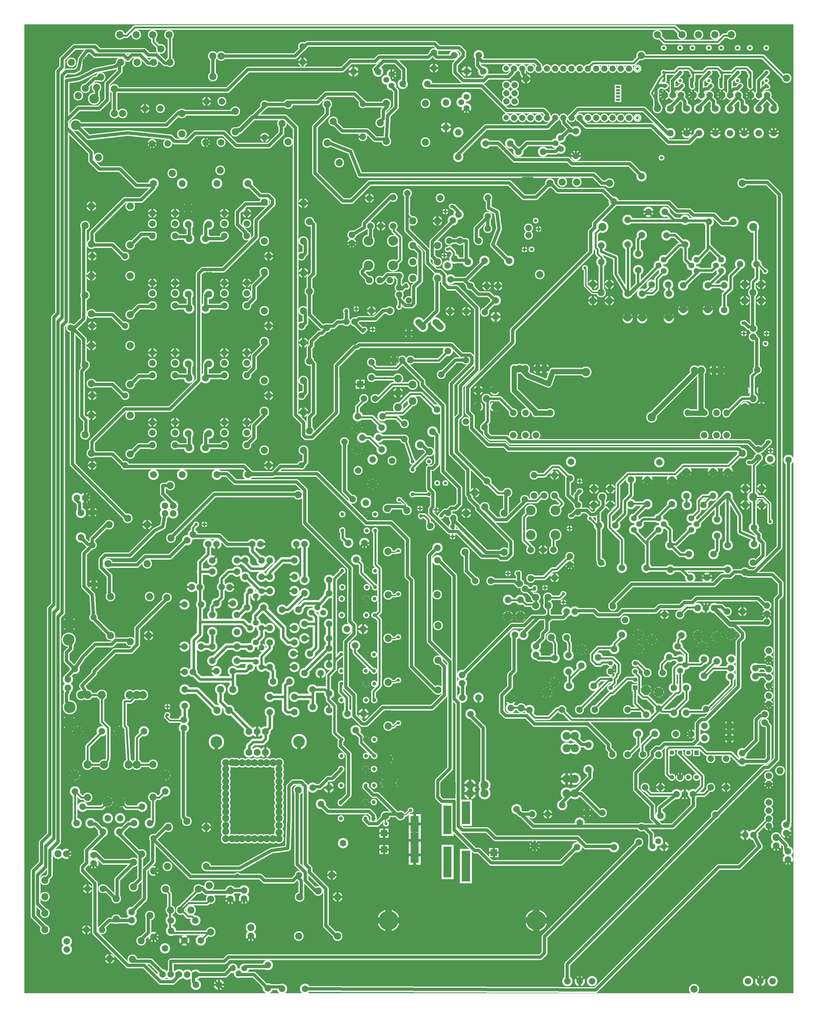
<source format=gbr>
%FSLAX34Y34*%
%MOMM*%
%LNCOPPER_BOTTOM*%
G71*
G01*
%ADD10C,3.200*%
%ADD11C,3.000*%
%ADD12C,1.600*%
%ADD13C,3.000*%
%ADD14C,2.800*%
%ADD15C,4.700*%
%ADD16C,1.400*%
%ADD17C,1.800*%
%ADD18C,1.200*%
%ADD19C,3.700*%
%ADD20C,7.800*%
%ADD21C,3.400*%
%ADD22C,3.100*%
%ADD23C,2.800*%
%ADD24C,2.800*%
%ADD25C,2.400*%
%ADD26C,2.800*%
%ADD27C,2.600*%
%ADD28C,1.700*%
%ADD29C,1.800*%
%ADD30C,2.700*%
%ADD31C,3.200*%
%ADD32C,3.800*%
%ADD33C,3.000*%
%ADD34C,3.200*%
%ADD35C,2.000*%
%ADD36C,1.800*%
%ADD37C,2.200*%
%ADD38C,2.700*%
%ADD39C,3.300*%
%ADD40C,2.900*%
%ADD41C,3.000*%
%ADD42C,4.800*%
%ADD43C,3.300*%
%ADD44C,3.400*%
%ADD45C,2.000*%
%ADD46C,2.600*%
%ADD47C,1.900*%
%ADD48C,1.990*%
%ADD49C,3.300*%
%ADD50C,6.800*%
%ADD51C,1.300*%
%ADD52C,4.400*%
%ADD53C,4.200*%
%ADD54C,1.500*%
%ADD55C,0.800*%
%ADD56R,2.070X1.435*%
%ADD57C,2.700*%
%ADD58C,2.450*%
%ADD59C,1.450*%
%ADD60C,1.100*%
%ADD61C,0.733*%
%ADD62C,0.667*%
%ADD63C,3.345*%
%ADD64C,0.813*%
%ADD65C,6.067*%
%ADD66C,6.860*%
%ADD67C,1.403*%
%ADD68C,1.723*%
%ADD69C,1.380*%
%ADD70C,1.427*%
%ADD71C,1.033*%
%ADD72C,1.180*%
%ADD73C,1.153*%
%ADD74C,1.220*%
%ADD75C,0.680*%
%ADD76C,1.447*%
%ADD77C,0.767*%
%ADD78C,1.264*%
%ADD79C,1.507*%
%ADD80C,0.646*%
%ADD81C,1.527*%
%ADD82C,1.940*%
%ADD83C,1.408*%
%ADD84C,1.687*%
%ADD85C,2.100*%
%ADD86C,1.967*%
%ADD87C,0.700*%
%ADD88C,0.804*%
%ADD89C,0.672*%
%ADD90C,0.960*%
%ADD91C,2.017*%
%ADD92C,1.487*%
%ADD93C,1.660*%
%ADD94C,0.833*%
%ADD95C,0.333*%
%ADD96C,2.748*%
%ADD97C,2.973*%
%ADD98C,2.200*%
%ADD99C,2.134*%
%ADD100C,0.600*%
%ADD101C,2.000*%
%ADD102C,1.800*%
%ADD103C,2.200*%
%ADD104C,4.500*%
%ADD105C,1.000*%
%ADD106C,0.400*%
%ADD107C,2.500*%
%ADD108C,7.000*%
%ADD109C,2.600*%
%ADD110C,2.300*%
%ADD111C,2.000*%
%ADD112C,2.000*%
%ADD113C,1.800*%
%ADD114C,0.900*%
%ADD115C,1.000*%
%ADD116C,1.900*%
%ADD117C,3.000*%
%ADD118C,2.200*%
%ADD119C,2.400*%
%ADD120C,1.200*%
%ADD121C,1.000*%
%ADD122C,1.400*%
%ADD123C,1.900*%
%ADD124C,2.100*%
%ADD125C,2.100*%
%ADD126C,2.200*%
%ADD127C,3.600*%
%ADD128C,2.100*%
%ADD129C,2.200*%
%ADD130C,1.500*%
%ADD131C,0.790*%
%ADD132C,6.000*%
%ADD133C,0.500*%
%ADD134C,3.600*%
%ADD135C,4.000*%
%ADD136C,0.000*%
%ADD137R,1.270X0.635*%
%ADD138C,1.900*%
%ADD139C,1.650*%
%ADD140C,0.650*%
%ADD141C,0.300*%
%LPD*%
G36*
X-2425700Y139700D02*
X-45700Y139700D01*
X-45700Y-2860300D01*
X-2425700Y-2860300D01*
X-2425700Y139700D01*
G37*
%LPC*%
X-558855Y-541229D02*
G54D10*
D03*
X-558805Y-464979D02*
G54D10*
D03*
X-639849Y-544629D02*
G54D10*
D03*
X-639736Y-595610D02*
G54D10*
D03*
X-525549Y-570029D02*
G54D10*
D03*
X-525437Y-621010D02*
G54D10*
D03*
X-558839Y-769829D02*
G54D10*
D03*
X-558789Y-693579D02*
G54D10*
D03*
X-438118Y-513215D02*
G54D10*
D03*
X-514368Y-513165D02*
G54D10*
D03*
X-513159Y-693579D02*
G54D10*
D03*
X-513209Y-769829D02*
G54D10*
D03*
X-381056Y-541230D02*
G54D10*
D03*
X-381006Y-464980D02*
G54D10*
D03*
X-483724Y-665745D02*
G54D10*
D03*
X-386159Y-668179D02*
G54D10*
D03*
X-386209Y-744429D02*
G54D10*
D03*
X-309960Y-668179D02*
G54D10*
D03*
X-310010Y-744429D02*
G54D10*
D03*
X-259160Y-668179D02*
G54D10*
D03*
X-259210Y-744429D02*
G54D10*
D03*
X-159688Y-602134D02*
G54D10*
D03*
X-210668Y-602247D02*
G54D10*
D03*
X-231142Y-471411D02*
G54D10*
D03*
X-307392Y-471361D02*
G54D10*
D03*
X-446484Y-588804D02*
G54D11*
D03*
X-462384Y-606379D02*
G54D11*
D03*
X-446450Y-623995D02*
G54D11*
D03*
X-344884Y-588804D02*
G54D11*
D03*
X-360784Y-606379D02*
G54D11*
D03*
X-344850Y-623995D02*
G54D11*
D03*
X-268684Y-588804D02*
G54D11*
D03*
X-284584Y-606379D02*
G54D11*
D03*
X-268650Y-623995D02*
G54D11*
D03*
G54D12*
X-558789Y-693579D02*
X-557634Y-696654D01*
X-557634Y-544254D01*
X-558855Y-541229D01*
G54D12*
X-381006Y-464980D02*
X-379834Y-468054D01*
X-557634Y-468054D01*
X-558805Y-464979D01*
G54D12*
X-514368Y-513165D02*
X-513184Y-512504D01*
X-525884Y-525204D01*
X-525884Y-569654D01*
X-525549Y-570029D01*
G54D12*
X-558789Y-693579D02*
X-557634Y-696654D01*
X-525884Y-664904D01*
X-525884Y-620454D01*
X-525436Y-621010D01*
G54D12*
X-462384Y-606379D02*
X-462384Y-607754D01*
X-551284Y-696654D01*
X-557634Y-696654D01*
X-558789Y-693579D01*
G54D12*
X-344849Y-623995D02*
X-341734Y-626804D01*
X-386184Y-671254D01*
X-386159Y-668179D01*
G54D12*
X-360784Y-606379D02*
X-360784Y-607754D01*
X-379834Y-588704D01*
X-379834Y-544254D01*
X-381055Y-541230D01*
G54D12*
X-344884Y-588804D02*
X-341734Y-588704D01*
X-309984Y-556954D01*
X-309984Y-474404D01*
X-307392Y-471361D01*
G54D12*
X-381055Y-541230D02*
X-379834Y-544254D01*
X-411584Y-512504D01*
X-436984Y-512504D01*
X-438118Y-513215D01*
G54D12*
X-268684Y-588804D02*
X-265534Y-588704D01*
X-309984Y-544254D01*
X-309984Y-474404D01*
X-307392Y-471361D01*
G54D12*
X-210668Y-602247D02*
X-208384Y-601404D01*
X-214734Y-607754D01*
X-214734Y-614104D01*
X-240134Y-639504D01*
X-240134Y-677604D01*
X-259184Y-696654D01*
X-259184Y-747454D01*
X-259210Y-744429D01*
G54D12*
X-268650Y-623995D02*
X-265534Y-626804D01*
X-309984Y-671254D01*
X-309960Y-668179D01*
G54D12*
X-446484Y-588804D02*
X-443334Y-588704D01*
X-398884Y-544254D01*
X-379834Y-544254D01*
X-381055Y-541230D01*
G54D12*
X-307392Y-471361D02*
X-309984Y-474404D01*
X-316334Y-468054D01*
X-379834Y-468054D01*
X-381006Y-464980D01*
X-665584Y-664904D02*
G54D13*
D03*
X-614784Y-664904D02*
G54D13*
D03*
X-640184Y-690304D02*
G54D13*
D03*
X-614784Y-715704D02*
G54D13*
D03*
X-665584Y-715704D02*
G54D13*
D03*
X-195684Y-664904D02*
G54D13*
D03*
X-144884Y-664904D02*
G54D13*
D03*
X-170284Y-690304D02*
G54D13*
D03*
X-144884Y-715704D02*
G54D13*
D03*
X-195684Y-715704D02*
G54D13*
D03*
G54D12*
X-640184Y-690304D02*
X-640184Y-595054D01*
X-639736Y-595610D01*
G54D12*
X-558789Y-693579D02*
X-557634Y-696654D01*
X-595734Y-633154D01*
X-595734Y-582354D01*
X-640184Y-563304D01*
X-640184Y-544254D01*
X-639848Y-544629D01*
G54D12*
X-171078Y-690304D02*
X-171078Y-658554D01*
X-158378Y-645854D01*
X-158378Y-601404D01*
X-160481Y-602135D01*
X-494158Y-440595D02*
G54D10*
D03*
X-443178Y-440482D02*
G54D10*
D03*
G54D12*
X-284584Y-606379D02*
X-284584Y-609354D01*
X-297284Y-622054D01*
X-341734Y-622054D01*
X-344849Y-623995D01*
X-558839Y-769829D02*
G54D14*
D03*
X-513209Y-769829D02*
G54D14*
D03*
X-386209Y-744429D02*
G54D14*
D03*
X-310010Y-744429D02*
G54D14*
D03*
X-558839Y-769829D02*
G54D14*
D03*
X-683260Y-410210D02*
G54D15*
D03*
X-432924Y-665745D02*
G54D10*
D03*
X-430609Y-693579D02*
G54D10*
D03*
X-430659Y-769829D02*
G54D10*
D03*
G54D16*
X-446449Y-623995D02*
X-443334Y-622054D01*
X-468734Y-647454D01*
X-468734Y-679204D01*
X-481434Y-691904D01*
X-513184Y-691904D01*
X-513159Y-693579D01*
G54D16*
X-483724Y-665745D02*
X-481434Y-666504D01*
X-506834Y-691904D01*
X-513184Y-691904D01*
X-513159Y-693579D01*
G54D16*
X-430609Y-693579D02*
X-430634Y-691904D01*
X-430634Y-666504D01*
X-432924Y-665745D01*
G54D12*
X-443178Y-440482D02*
X-440134Y-441104D01*
X-414734Y-466504D01*
X-382984Y-466504D01*
X-381006Y-464980D01*
X-601609Y-408429D02*
G54D10*
D03*
G54D16*
X-259160Y-668179D02*
X-257784Y-669604D01*
X-307784Y-669604D01*
X-309960Y-668179D01*
X-690384Y-614204D02*
G54D17*
D03*
G54D18*
X-690384Y-614204D02*
X-692784Y-614604D01*
X-687784Y-619604D01*
X-687784Y-669604D01*
X-667784Y-689604D01*
X-637784Y-689604D01*
X-640184Y-690304D01*
X-513209Y-769829D02*
G54D14*
D03*
X-430659Y-769829D02*
G54D14*
D03*
X-386209Y-744429D02*
G54D14*
D03*
X-310010Y-744429D02*
G54D14*
D03*
X-123428Y-411004D02*
G54D15*
D03*
X-683260Y-768986D02*
G54D15*
D03*
X-124064Y-767398D02*
G54D15*
D03*
X-633234Y-487204D02*
G54D17*
D03*
X-636410Y-487204D02*
G54D19*
D03*
G54D16*
X-636410Y-487204D02*
X-638572Y-487998D01*
X-657622Y-507048D01*
X-657622Y-551498D01*
X-651272Y-557848D01*
X-651272Y-570548D01*
X-638572Y-583248D01*
X-638572Y-691198D01*
X-640184Y-690304D01*
X-169685Y-487204D02*
G54D19*
D03*
G54D16*
X-169685Y-487204D02*
X-168672Y-487998D01*
X-162322Y-494348D01*
X-162322Y-602298D01*
X-159688Y-602134D01*
X-550634Y-1076445D02*
G54D20*
D03*
X-620484Y-936744D02*
G54D20*
D03*
X-687159Y-936745D02*
G54D21*
D03*
X-483959Y-1076445D02*
G54D21*
D03*
X-896034Y-926645D02*
G54D22*
D03*
X-816034Y-926645D02*
G54D23*
D03*
X-351034Y-931645D02*
G54D23*
D03*
X-271034Y-931645D02*
G54D23*
D03*
X-816034Y-926645D02*
G54D22*
D03*
X-351034Y-931645D02*
G54D22*
D03*
X-271034Y-931645D02*
G54D13*
D03*
X-876034Y-926645D02*
G54D22*
D03*
X-836034Y-926645D02*
G54D22*
D03*
X-331034Y-931644D02*
G54D22*
D03*
X-291034Y-931645D02*
G54D22*
D03*
X-1020459Y-1044245D02*
G54D13*
D03*
X-1020459Y-993445D02*
G54D13*
D03*
X-995059Y-1018845D02*
G54D13*
D03*
X-969659Y-993444D02*
G54D13*
D03*
X-969659Y-1044245D02*
G54D13*
D03*
X-1020459Y-1044245D02*
G54D24*
D03*
X-969659Y-1044245D02*
G54D14*
D03*
X-194959Y-1044245D02*
G54D13*
D03*
X-194959Y-993445D02*
G54D13*
D03*
X-169559Y-1018845D02*
G54D13*
D03*
X-144159Y-993445D02*
G54D13*
D03*
X-144159Y-1044245D02*
G54D13*
D03*
X-194959Y-1044245D02*
G54D24*
D03*
X-144159Y-1044245D02*
G54D14*
D03*
G54D25*
X-896034Y-926645D02*
X-891834Y-922944D01*
X-866434Y-948345D01*
X-802934Y-973744D01*
X-790234Y-935645D01*
X-688634Y-935645D01*
X-687159Y-936745D01*
G54D25*
X-351034Y-931645D02*
X-345734Y-935645D01*
X-485434Y-1075345D01*
X-483959Y-1076445D01*
X-321502Y-1132882D02*
G54D26*
D03*
X-321502Y-1063032D02*
G54D26*
D03*
X-251652Y-1132882D02*
G54D26*
D03*
X-251652Y-1063032D02*
G54D26*
D03*
X-283402Y-1063032D02*
G54D26*
D03*
X-283402Y-1132882D02*
G54D26*
D03*
X-251651Y-1132882D02*
G54D14*
D03*
X-251651Y-1063032D02*
G54D14*
D03*
X-912052Y-1132882D02*
G54D26*
D03*
X-912052Y-1063032D02*
G54D26*
D03*
X-842202Y-1132882D02*
G54D26*
D03*
X-842202Y-1063032D02*
G54D26*
D03*
X-873952Y-1063032D02*
G54D26*
D03*
X-873952Y-1132882D02*
G54D26*
D03*
X-842201Y-1132882D02*
G54D14*
D03*
X-842201Y-1063032D02*
G54D14*
D03*
G54D25*
X-842201Y-1063032D02*
X-839559Y-1063745D01*
X-909409Y-993895D01*
X-909409Y-924045D01*
X-908734Y-926645D01*
X-271034Y-931645D02*
G54D22*
D03*
X-797751Y-1063032D02*
G54D24*
D03*
G54D12*
X-912051Y-1063032D02*
X-909409Y-1063744D01*
X-953859Y-1019295D01*
X-991959Y-1019295D01*
X-995059Y-1018845D01*
G54D25*
X-804101Y-1063032D02*
X-801459Y-1063745D01*
X-839559Y-1063745D01*
X-842201Y-1063032D01*
X-372301Y-1063032D02*
G54D24*
D03*
G54D25*
X-372301Y-1063032D02*
X-369659Y-1063745D01*
X-318859Y-1063744D01*
X-321501Y-1063032D01*
G54D12*
X-251651Y-1069382D02*
X-255359Y-1070095D01*
X-204559Y-1019294D01*
X-166459Y-1019295D01*
X-169559Y-1025195D01*
G54D25*
X-321501Y-1063032D02*
X-318859Y-1063744D01*
X-331559Y-1051045D01*
X-331559Y-936745D01*
X-331034Y-931644D01*
X-156759Y-929920D02*
G54D24*
D03*
X-1001309Y-1107720D02*
G54D24*
D03*
G54D12*
X-1001309Y-1107720D02*
X-1004659Y-1101845D01*
X-991959Y-1089145D01*
X-991959Y-1012945D01*
X-995059Y-1018845D01*
G54D12*
X-163109Y-929920D02*
X-160109Y-924045D01*
X-160109Y-936744D01*
X-172809Y-949445D01*
X-172809Y-1012944D01*
X-175909Y-1018845D01*
X-1020459Y-993445D02*
G54D14*
D03*
X-969659Y-993444D02*
G54D14*
D03*
X-194959Y-993445D02*
G54D14*
D03*
X-144159Y-993445D02*
G54D14*
D03*
X-144159Y-1044245D02*
G54D14*
D03*
X-683260Y-1246823D02*
G54D15*
D03*
X-123428Y-1247616D02*
G54D15*
D03*
X-683260Y-1605598D02*
G54D15*
D03*
X-124064Y-1604010D02*
G54D15*
D03*
X-169685Y-1323816D02*
G54D19*
D03*
X-1284084Y-606744D02*
G54D27*
D03*
X-1284084Y-530544D02*
G54D27*
D03*
X-1360284Y-606744D02*
G54D27*
D03*
X-1284084Y-606744D02*
G54D27*
D03*
X-1360284Y-530544D02*
G54D27*
D03*
X-1360284Y-606744D02*
G54D27*
D03*
X-1284084Y-530544D02*
G54D27*
D03*
X-1360284Y-530544D02*
G54D27*
D03*
X-1284172Y-395521D02*
G54D26*
D03*
X-1284172Y-484421D02*
G54D26*
D03*
X-1322272Y-484421D02*
G54D26*
D03*
X-1354022Y-484421D02*
G54D26*
D03*
X-1293816Y-747311D02*
G54D26*
D03*
X-1357315Y-652061D02*
G54D26*
D03*
X-1325566Y-652061D02*
G54D26*
D03*
X-1293816Y-652061D02*
G54D26*
D03*
G54D28*
X-1354022Y-484421D02*
X-1353934Y-486094D01*
X-1353934Y-524194D01*
X-1360284Y-530544D01*
G54D29*
X-1360284Y-606744D02*
X-1379334Y-625794D01*
X-1379334Y-630042D01*
X-1357315Y-652061D01*
G54D29*
X-1404296Y-507871D02*
X-1372546Y-488821D01*
X-1372546Y-476121D01*
X-1289996Y-393571D01*
X-1290522Y-395521D01*
X-1265333Y-639772D02*
G54D26*
D03*
G54D29*
X-1265332Y-639772D02*
X-1262459Y-641985D01*
X-1268809Y-635635D01*
X-1300559Y-635635D01*
X-1319609Y-654685D01*
X-1325959Y-654685D01*
X-1325565Y-652061D01*
X-1357316Y-398061D02*
G54D26*
D03*
X-1239722Y-382821D02*
G54D26*
D03*
X-1077294Y-530510D02*
G54D26*
D03*
X-1020144Y-530510D02*
G54D26*
D03*
X-991444Y-454310D02*
G54D26*
D03*
X-991444Y-397160D02*
G54D26*
D03*
X-1052494Y-596134D02*
G54D10*
D03*
X-1106446Y-650016D02*
G54D10*
D03*
X-1052494Y-596134D02*
G54D14*
D03*
X-924718Y-592082D02*
G54D10*
D03*
X-1000968Y-592032D02*
G54D10*
D03*
X-924718Y-592082D02*
G54D14*
D03*
X-1045544Y-670210D02*
G54D26*
D03*
X-994744Y-670210D02*
G54D26*
D03*
G54D29*
X-1000968Y-592032D02*
X-1001044Y-594010D01*
X-1058194Y-651160D01*
X-1108994Y-651160D01*
X-1106446Y-650016D01*
G54D29*
X-1045544Y-670210D02*
X-1045494Y-670210D01*
X-1064544Y-651160D01*
X-1108994Y-651160D01*
X-1106446Y-650016D01*
G54D29*
X-1052494Y-596134D02*
X-1051844Y-594010D01*
X-1058194Y-587660D01*
X-1058194Y-530510D01*
X-1077294Y-530510D01*
X-994744Y-670210D02*
G54D26*
D03*
X-966137Y-766316D02*
G54D10*
D03*
X-966249Y-715336D02*
G54D10*
D03*
X-966137Y-766316D02*
G54D10*
D03*
G54D29*
X-966249Y-715336D02*
X-969294Y-714660D01*
X-988344Y-695610D01*
X-1020094Y-695610D01*
X-1045494Y-670210D01*
X-1045544Y-670210D01*
G54D29*
X-991444Y-454310D02*
X-988344Y-454310D01*
X-1026444Y-492410D01*
X-1026444Y-530510D01*
X-1026494Y-530510D01*
G54D29*
X-924718Y-592082D02*
X-924844Y-594010D01*
X-975644Y-543210D01*
X-956644Y-492410D01*
X-962944Y-441610D01*
X-988344Y-428910D01*
X-988344Y-403510D01*
X-991444Y-403510D01*
X-991444Y-492410D02*
G54D26*
D03*
G54D29*
X-991444Y-492410D02*
X-991444Y-454310D01*
X-959694Y-670210D02*
G54D26*
D03*
X-1110314Y-530510D02*
G54D26*
D03*
G54D29*
X-1110314Y-530510D02*
X-1109044Y-530510D01*
X-1070944Y-530510D01*
X-1077294Y-530510D01*
X-1099394Y-467010D02*
G54D26*
D03*
X-1223090Y-468506D02*
G54D13*
D03*
X-1146890Y-468506D02*
G54D13*
D03*
X-1223090Y-544706D02*
G54D13*
D03*
X-1223090Y-595506D02*
G54D13*
D03*
X-1223090Y-646306D02*
G54D13*
D03*
X-1146890Y-544706D02*
G54D13*
D03*
X-1146890Y-595506D02*
G54D13*
D03*
X-1146890Y-646306D02*
G54D13*
D03*
X-1235591Y-816868D02*
G54D30*
D03*
X-1235591Y-715268D02*
G54D30*
D03*
X-1235591Y-816868D02*
G54D14*
D03*
X-1146890Y-468506D02*
G54D26*
D03*
X-1000639Y-751309D02*
G54D26*
D03*
X-1056859Y-749064D02*
G54D26*
D03*
X-1056859Y-749064D02*
G54D26*
D03*
X-1107659Y-749064D02*
G54D26*
D03*
G54D16*
X-1223089Y-468506D02*
X-1220145Y-469771D01*
X-1239195Y-450721D01*
X-1239195Y-380871D01*
X-1239722Y-382821D01*
G54D29*
X-1223089Y-544705D02*
X-1220145Y-545971D01*
X-1201095Y-565021D01*
X-1201095Y-653921D01*
X-1220145Y-672971D01*
X-1220145Y-723771D01*
X-1226495Y-730121D01*
X-1245545Y-730121D01*
X-1264595Y-711071D01*
X-1265122Y-697146D01*
G54D29*
X-1146889Y-595505D02*
X-1143945Y-596771D01*
X-1162995Y-577721D01*
X-1162995Y-533271D01*
X-1099495Y-469771D01*
X-1099394Y-467011D01*
G54D31*
X-1137475Y-796786D02*
X-1151617Y-782644D01*
G54D31*
X-1191450Y-796786D02*
X-1205592Y-782644D01*
X-1411684Y-511810D02*
G54D24*
D03*
X-1411684Y-537210D02*
G54D24*
D03*
X-1138634Y-397510D02*
G54D24*
D03*
X-1360284Y-530544D02*
G54D32*
D03*
X-1360284Y-606744D02*
G54D32*
D03*
X-1284084Y-606744D02*
G54D32*
D03*
X-1284084Y-530544D02*
G54D32*
D03*
G54D16*
X-1284084Y-606744D02*
X-1282224Y-607660D01*
X-1263174Y-588610D01*
X-1263174Y-518760D01*
X-1282224Y-499710D01*
X-1282224Y-487010D01*
X-1284172Y-484421D01*
G54D29*
X-1195346Y-789715D02*
X-1193324Y-791810D01*
X-1148874Y-747360D01*
X-1148874Y-645760D01*
X-1146889Y-646305D01*
X-858006Y-1364946D02*
G54D27*
D03*
X-858006Y-1441146D02*
G54D27*
D03*
X-781806Y-1364946D02*
G54D27*
D03*
X-858006Y-1364946D02*
G54D27*
D03*
X-781806Y-1441146D02*
G54D27*
D03*
X-781806Y-1364946D02*
G54D27*
D03*
X-858006Y-1441146D02*
G54D27*
D03*
X-781806Y-1441146D02*
G54D27*
D03*
X-857918Y-1576169D02*
G54D26*
D03*
X-857918Y-1487269D02*
G54D26*
D03*
X-819818Y-1487269D02*
G54D26*
D03*
X-788068Y-1487269D02*
G54D26*
D03*
X-784774Y-1256129D02*
G54D26*
D03*
X-848274Y-1256129D02*
G54D26*
D03*
X-784775Y-1319629D02*
G54D26*
D03*
X-816524Y-1319629D02*
G54D26*
D03*
X-848274Y-1319629D02*
G54D26*
D03*
G54D16*
X-788068Y-1487269D02*
X-788156Y-1485596D01*
X-788156Y-1447496D01*
X-781805Y-1441146D01*
G54D16*
X-781806Y-1364946D02*
X-762755Y-1345896D01*
X-762756Y-1341648D01*
X-784775Y-1319629D01*
X-876757Y-1331918D02*
G54D26*
D03*
G54D16*
X-876758Y-1331918D02*
X-879631Y-1329705D01*
X-873281Y-1336055D01*
X-841531Y-1336055D01*
X-822480Y-1317005D01*
X-816130Y-1317005D01*
X-816525Y-1319629D01*
X-784774Y-1573629D02*
G54D26*
D03*
X-736756Y-1532905D02*
G54D24*
D03*
X-736756Y-1507505D02*
G54D24*
D03*
X-736756Y-1266205D02*
G54D24*
D03*
G54D16*
X-736756Y-1507505D02*
X-733975Y-1510129D01*
X-740325Y-1516479D01*
X-746675Y-1516479D01*
X-778425Y-1548229D01*
X-791125Y-1548229D01*
X-816525Y-1573629D01*
X-860975Y-1573629D01*
X-857918Y-1576169D01*
G54D16*
X-736756Y-1266205D02*
X-733974Y-1268829D01*
X-772075Y-1230729D01*
X-791124Y-1230729D01*
X-816525Y-1256129D01*
X-848275Y-1256129D01*
X-781806Y-1441146D02*
G54D32*
D03*
X-781806Y-1364946D02*
G54D32*
D03*
X-858006Y-1364946D02*
G54D32*
D03*
X-858006Y-1441146D02*
G54D32*
D03*
G54D16*
X-858006Y-1364946D02*
X-860581Y-1367805D01*
X-879630Y-1386855D01*
X-879631Y-1456705D01*
X-860581Y-1475755D01*
X-860581Y-1488455D01*
X-857918Y-1487269D01*
X-1061014Y-1494527D02*
G54D13*
D03*
X-1057840Y-1373877D02*
G54D13*
D03*
X-940364Y-1494527D02*
G54D13*
D03*
X-940364Y-1373877D02*
G54D13*
D03*
X-1000689Y-1354414D02*
G54D13*
D03*
X-1057840Y-1373877D02*
G54D33*
D03*
X-1031993Y-1310296D02*
G54D13*
D03*
X-930393Y-1310296D02*
G54D13*
D03*
X-843093Y-1634436D02*
G54D13*
D03*
X-843093Y-1659836D02*
G54D13*
D03*
X-804993Y-1659836D02*
G54D13*
D03*
X-804993Y-1697936D02*
G54D13*
D03*
X-890498Y-1642442D02*
G54D10*
D03*
X-890385Y-1693422D02*
G54D10*
D03*
X-890498Y-1642442D02*
G54D26*
D03*
X-890386Y-1693423D02*
G54D26*
D03*
G54D16*
X-843093Y-1659836D02*
X-842259Y-1658817D01*
X-842259Y-1633418D01*
X-843093Y-1634436D01*
G54D16*
X-804993Y-1697936D02*
X-804159Y-1696918D01*
X-804159Y-1671518D01*
X-804993Y-1672535D01*
G54D16*
X-890498Y-1642442D02*
X-886315Y-1643493D01*
X-873615Y-1656194D01*
X-848215Y-1656194D01*
X-843093Y-1659836D01*
X-928598Y-1642442D02*
G54D10*
D03*
X-928486Y-1693422D02*
G54D10*
D03*
X-928598Y-1642442D02*
G54D26*
D03*
X-928486Y-1693423D02*
G54D26*
D03*
G54D16*
X-928598Y-1642442D02*
X-924415Y-1643493D01*
X-886315Y-1643493D01*
X-890498Y-1642442D01*
X-804993Y-1634436D02*
G54D13*
D03*
G54D29*
X-804993Y-1634436D02*
X-810115Y-1630793D01*
X-810115Y-1656194D01*
X-804993Y-1659836D01*
X-994026Y-1274486D02*
G54D26*
D03*
X-1031993Y-1310296D02*
G54D13*
D03*
G54D16*
X-994027Y-1274486D02*
X-990997Y-1273810D01*
X-990997Y-1280160D01*
X-959247Y-1311910D01*
X-927497Y-1311910D01*
X-930393Y-1310296D01*
G54D29*
X-1000689Y-1354414D02*
X-1003697Y-1356360D01*
X-965597Y-1394460D01*
X-933847Y-1394460D01*
X-876697Y-1337310D01*
X-876697Y-1330960D01*
X-876757Y-1331918D01*
X-1224035Y-975997D02*
G54D34*
D03*
X-1224035Y-1026797D02*
G54D34*
D03*
X-1268485Y-1001396D02*
G54D34*
D03*
X-1268485Y-1045847D02*
G54D34*
D03*
X-1268485Y-956947D02*
G54D34*
D03*
X-1255785Y-899797D02*
G54D26*
D03*
X-1281185Y-899797D02*
G54D26*
D03*
X-1230385Y-899796D02*
G54D26*
D03*
X-1316870Y-1074422D02*
G54D10*
D03*
X-1393120Y-1074372D02*
G54D10*
D03*
X-1395812Y-1108682D02*
G54D10*
D03*
X-1319562Y-1108732D02*
G54D10*
D03*
X-1379878Y-1140158D02*
G54D10*
D03*
X-1328898Y-1140046D02*
G54D10*
D03*
X-1351035Y-906059D02*
G54D26*
D03*
X-1351035Y-953859D02*
G54D26*
D03*
X-1347425Y-1207684D02*
G54D10*
D03*
X-1347475Y-1283934D02*
G54D10*
D03*
X-1287535Y-1258746D02*
G54D26*
D03*
X-1287535Y-1210947D02*
G54D26*
D03*
X-1374979Y-1018903D02*
G54D26*
D03*
X-1339879Y-1018902D02*
G54D26*
D03*
X-1249435Y-1144447D02*
G54D26*
D03*
X-1249435Y-1096646D02*
G54D26*
D03*
X-1395757Y-1176329D02*
G54D10*
D03*
X-1319507Y-1176379D02*
G54D10*
D03*
X-1148560Y-1052752D02*
G54D10*
D03*
X-1395812Y-1108682D02*
G54D26*
D03*
X-1395757Y-1176328D02*
G54D26*
D03*
X-1287535Y-1258746D02*
G54D26*
D03*
X-1347475Y-1283934D02*
G54D26*
D03*
G54D16*
X-1351035Y-912409D02*
X-1350335Y-911227D01*
X-1337635Y-923926D01*
X-1274135Y-923927D01*
X-1255085Y-904876D01*
X-1255085Y-898526D01*
X-1255785Y-899797D01*
G54D16*
X-1351035Y-947509D02*
X-1350335Y-949326D01*
X-1343985Y-955676D01*
X-1267785Y-955676D01*
X-1268485Y-956947D01*
G54D16*
X-1333529Y-1018902D02*
X-1331285Y-1019176D01*
X-1286835Y-974726D01*
X-1223335Y-974727D01*
X-1224035Y-975997D01*
G54D16*
X-1316870Y-1074422D02*
X-1318585Y-1076327D01*
X-1305885Y-1063626D01*
X-1255085Y-1063626D01*
X-1223335Y-1031877D01*
X-1223335Y-1025526D01*
X-1224035Y-1026797D01*
G54D16*
X-1368629Y-1018903D02*
X-1369385Y-1019176D01*
X-1394785Y-1044577D01*
X-1394785Y-1076326D01*
X-1393120Y-1074372D01*
G54D16*
X-1319562Y-1108732D02*
X-1318585Y-1108076D01*
X-1350335Y-1076326D01*
X-1394785Y-1076326D01*
X-1393120Y-1074372D01*
G54D16*
X-1249435Y-1102996D02*
X-1248735Y-1101726D01*
X-1274135Y-1076326D01*
X-1318585Y-1076327D01*
X-1316870Y-1074422D01*
G54D16*
X-1249435Y-1138097D02*
X-1248735Y-1139827D01*
X-1331285Y-1139827D01*
X-1328898Y-1140046D01*
G54D16*
X-1319507Y-1176379D02*
X-1318585Y-1177927D01*
X-1356685Y-1139827D01*
X-1382085Y-1139827D01*
X-1379878Y-1140158D01*
G36*
X-1372085Y-960727D02*
X-1372085Y-988727D01*
X-1400085Y-988727D01*
X-1400085Y-960727D01*
X-1372085Y-960727D01*
G37*
X-1173235Y-1214208D02*
G54D35*
D03*
X-1173235Y-1239608D02*
G54D36*
D03*
X-1224035Y-1214209D02*
G54D36*
D03*
X-1224035Y-1239609D02*
G54D35*
D03*
X-1173235Y-1315809D02*
G54D36*
D03*
X-1224035Y-1315809D02*
G54D36*
D03*
X-1171203Y-1183443D02*
G54D13*
D03*
G54D16*
X-1224035Y-1214209D02*
X-1249435Y-1138009D01*
X-1331985Y-1138008D01*
X-1328898Y-1140046D01*
G54D16*
X-1148560Y-1052752D02*
X-1147835Y-1055459D01*
X-1198635Y-1004658D01*
X-1230385Y-1004659D01*
X-1268485Y-1042759D01*
X-1268485Y-1045847D01*
X-1169039Y-1413417D02*
G54D24*
D03*
G54D16*
X-1224035Y-1315809D02*
X-1173235Y-1315809D01*
X-1224035Y-1214209D02*
G54D35*
D03*
X-1173235Y-1315809D02*
G54D35*
D03*
X-1224035Y-1315809D02*
G54D35*
D03*
G36*
X-546122Y-1925547D02*
X-546122Y-1903547D01*
X-524122Y-1903547D01*
X-524122Y-1925547D01*
X-546122Y-1925547D01*
G37*
X-535122Y-1889147D02*
G54D37*
D03*
X-535122Y-1863747D02*
G54D37*
D03*
X-535122Y-1838347D02*
G54D37*
D03*
X-611322Y-1838347D02*
G54D37*
D03*
X-611322Y-1863747D02*
G54D37*
D03*
X-611321Y-1889147D02*
G54D37*
D03*
X-611322Y-1914547D02*
G54D37*
D03*
X-611322Y-1863747D02*
G54D38*
D03*
X-239372Y-1879186D02*
G54D10*
D03*
X-239372Y-1853686D02*
G54D10*
D03*
X-809361Y-1982522D02*
G54D26*
D03*
X-784466Y-1898937D02*
G54D10*
D03*
X-784416Y-1822687D02*
G54D10*
D03*
X-919658Y-1977529D02*
G54D10*
D03*
X-919658Y-1952029D02*
G54D10*
D03*
X-377401Y-1915245D02*
G54D10*
D03*
X-377452Y-1991496D02*
G54D10*
D03*
X-377401Y-1915245D02*
G54D26*
D03*
X-315517Y-1933178D02*
G54D26*
D03*
X-315517Y-1980978D02*
G54D26*
D03*
X-415502Y-1915245D02*
G54D10*
D03*
X-415552Y-1991496D02*
G54D10*
D03*
X-415501Y-1915245D02*
G54D26*
D03*
X-395846Y-1861472D02*
G54D11*
D03*
X-379946Y-1843897D02*
G54D11*
D03*
X-395881Y-1826281D02*
G54D11*
D03*
X-322473Y-1826678D02*
G54D10*
D03*
X-322361Y-1877659D02*
G54D10*
D03*
X-322473Y-1826679D02*
G54D26*
D03*
X-327403Y-1786551D02*
G54D10*
D03*
X-403653Y-1786501D02*
G54D10*
D03*
X-327403Y-1786551D02*
G54D26*
D03*
X-340436Y-1752579D02*
G54D10*
D03*
X-391416Y-1752691D02*
G54D10*
D03*
X-340436Y-1752578D02*
G54D26*
D03*
X-462173Y-1928278D02*
G54D10*
D03*
X-462061Y-1979259D02*
G54D10*
D03*
X-462173Y-1928279D02*
G54D26*
D03*
X-315517Y-1933178D02*
G54D26*
D03*
X-327403Y-1786551D02*
G54D26*
D03*
X-340436Y-1752579D02*
G54D26*
D03*
X-282151Y-1756495D02*
G54D10*
D03*
X-282201Y-1832746D02*
G54D10*
D03*
X-282150Y-1756495D02*
G54D26*
D03*
X-282151Y-1756495D02*
G54D26*
D03*
X-462173Y-1928278D02*
G54D26*
D03*
X-498211Y-1868222D02*
G54D26*
D03*
X-450411Y-1868222D02*
G54D26*
D03*
X-483967Y-1765823D02*
G54D10*
D03*
X-430085Y-1819776D02*
G54D10*
D03*
X-483966Y-1765822D02*
G54D26*
D03*
X-483966Y-1765823D02*
G54D26*
D03*
X-524028Y-1794722D02*
G54D10*
D03*
X-600278Y-1794672D02*
G54D10*
D03*
X-576525Y-1750796D02*
G54D10*
D03*
X-525544Y-1750684D02*
G54D10*
D03*
X-576524Y-1750796D02*
G54D26*
D03*
X-524028Y-1794722D02*
G54D26*
D03*
X-525544Y-1750684D02*
G54D26*
D03*
X-707761Y-1982522D02*
G54D26*
D03*
X-659961Y-1982522D02*
G54D26*
D03*
X-809361Y-1982522D02*
G54D26*
D03*
X-761561Y-1982522D02*
G54D26*
D03*
X-606161Y-1982522D02*
G54D26*
D03*
X-558361Y-1982522D02*
G54D26*
D03*
X-606161Y-1982522D02*
G54D26*
D03*
X-501226Y-1921595D02*
G54D10*
D03*
X-501276Y-1997846D02*
G54D10*
D03*
X-501226Y-1921595D02*
G54D26*
D03*
X-663728Y-1909022D02*
G54D10*
D03*
X-739978Y-1908972D02*
G54D10*
D03*
X-663728Y-1909022D02*
G54D26*
D03*
X-741307Y-1865148D02*
G54D10*
D03*
X-741419Y-1814168D02*
G54D10*
D03*
X-741307Y-1865148D02*
G54D26*
D03*
X-741419Y-1814167D02*
G54D26*
D03*
X-701046Y-1796272D02*
G54D34*
D03*
X-650114Y-1821256D02*
G54D34*
D03*
X-701160Y-1846155D02*
G54D34*
D03*
X-701046Y-1796272D02*
G54D26*
D03*
X-795062Y-1758854D02*
G54D26*
D03*
X-747262Y-1758854D02*
G54D26*
D03*
X-784466Y-1898937D02*
G54D26*
D03*
G54D16*
X-315517Y-1980978D02*
X-313296Y-1982122D01*
X-237096Y-1905922D01*
X-237096Y-1880522D01*
X-239372Y-1879186D01*
G54D16*
X-322361Y-1877659D02*
X-319646Y-1880522D01*
X-294246Y-1855122D01*
X-237096Y-1855122D01*
X-239372Y-1853686D01*
G54D16*
X-315517Y-1980978D02*
X-313296Y-1982122D01*
X-319646Y-1988472D01*
X-376796Y-1988472D01*
X-377451Y-1991495D01*
G54D16*
X-415551Y-1991495D02*
X-414896Y-1988472D01*
X-376796Y-1950372D01*
X-376796Y-1912272D01*
X-377401Y-1915245D01*
G54D16*
X-462061Y-1979259D02*
X-459346Y-1982122D01*
X-452996Y-1988472D01*
X-414896Y-1988472D01*
X-415551Y-1991495D01*
G54D16*
X-761561Y-1982522D02*
X-764146Y-1982122D01*
X-732396Y-2013872D01*
X-491096Y-2013872D01*
X-459346Y-1982122D01*
X-462061Y-1979259D01*
G54D16*
X-462061Y-1979259D02*
X-459346Y-1982122D01*
X-497446Y-1944022D01*
X-510146Y-1944022D01*
X-522846Y-1931322D01*
X-522846Y-1880522D01*
X-535546Y-1867822D01*
X-535546Y-1861472D01*
X-535122Y-1863747D01*
G54D16*
X-501276Y-1997845D02*
X-503796Y-1994822D01*
X-516496Y-1982122D01*
X-560946Y-1982122D01*
X-558361Y-1982522D01*
G54D16*
X-659961Y-1982522D02*
X-662546Y-1982122D01*
X-611746Y-1931322D01*
X-605396Y-1931322D01*
X-560946Y-1886872D01*
X-535546Y-1886872D01*
X-535121Y-1889147D01*
G54D16*
X-707761Y-1982522D02*
X-706996Y-1982122D01*
X-611746Y-1886872D01*
X-611321Y-1889147D01*
G54D16*
X-663728Y-1909022D02*
X-662546Y-1905922D01*
X-643496Y-1886872D01*
X-611746Y-1886872D01*
X-611321Y-1889147D01*
G54D16*
X-650114Y-1821256D02*
X-649846Y-1823372D01*
X-605396Y-1823372D01*
X-586346Y-1842422D01*
X-586346Y-1867822D01*
X-592696Y-1874172D01*
X-592696Y-1880522D01*
X-599046Y-1886872D01*
X-599046Y-1899572D01*
X-611746Y-1912272D01*
X-611321Y-1914547D01*
G54D16*
X-600278Y-1794672D02*
X-599046Y-1791622D01*
X-649846Y-1791622D01*
X-668896Y-1810672D01*
X-668896Y-1829722D01*
X-656196Y-1842422D01*
X-643496Y-1842422D01*
X-637146Y-1836072D01*
X-611746Y-1836072D01*
X-611322Y-1838347D01*
G54D16*
X-576524Y-1750796D02*
X-573646Y-1753522D01*
X-599046Y-1778922D01*
X-599046Y-1791622D01*
X-600278Y-1794672D01*
G54D16*
X-498211Y-1868222D02*
X-497446Y-1867822D01*
X-529196Y-1836072D01*
X-535546Y-1836072D01*
X-535122Y-1838347D01*
G54D16*
X-430085Y-1819775D02*
X-427596Y-1817022D01*
X-452996Y-1842422D01*
X-452996Y-1867822D01*
X-450411Y-1868222D01*
G54D16*
X-430085Y-1819775D02*
X-427596Y-1817022D01*
X-421246Y-1823372D01*
X-395846Y-1823372D01*
X-395881Y-1826281D01*
G54D16*
X-322473Y-1826679D02*
X-319646Y-1829722D01*
X-332346Y-1842422D01*
X-376796Y-1842422D01*
X-379946Y-1843897D01*
G54D16*
X-403653Y-1786501D02*
X-402196Y-1785272D01*
X-376796Y-1810672D01*
X-376796Y-1842422D01*
X-379946Y-1843897D01*
G54D16*
X-282201Y-1832745D02*
X-281546Y-1829722D01*
X-319646Y-1867822D01*
X-319646Y-1880522D01*
X-322361Y-1877659D01*
G54D16*
X-391416Y-1752691D02*
X-389496Y-1753522D01*
X-402196Y-1766222D01*
X-402196Y-1785272D01*
X-403653Y-1786501D01*
G54D16*
X-501276Y-1997845D02*
X-503796Y-1994822D01*
X-535546Y-1963072D01*
X-535546Y-1912272D01*
X-535122Y-1914547D01*
G54D16*
X-741307Y-1865147D02*
X-738746Y-1867822D01*
X-738746Y-1905922D01*
X-739978Y-1908972D01*
G54D16*
X-747262Y-1758854D02*
X-738746Y-1778922D01*
X-738746Y-1817022D01*
X-741419Y-1814167D01*
G54D16*
X-795062Y-1758854D02*
X-783196Y-1778922D01*
X-783196Y-1823372D01*
X-784416Y-1822687D01*
X-808584Y-1929734D02*
G54D10*
D03*
X-862536Y-1983616D02*
G54D10*
D03*
X-808584Y-1929735D02*
G54D26*
D03*
G54D16*
X-857233Y-1994723D02*
X-859396Y-1994822D01*
X-846696Y-2007522D01*
X-802246Y-2007522D01*
X-776846Y-1982122D01*
X-764146Y-1982122D01*
X-761561Y-1982522D01*
X-237760Y-1750241D02*
G54D26*
D03*
X-795062Y-1758854D02*
G54D13*
D03*
X-887936Y-1875666D02*
G54D13*
D03*
X-887937Y-1977266D02*
G54D13*
D03*
X-887936Y-1875666D02*
G54D13*
D03*
X-919658Y-1952029D02*
G54D13*
D03*
G54D16*
X-887936Y-1977266D02*
X-884796Y-1975772D01*
X-878446Y-1982122D01*
X-859396Y-1982122D01*
X-862536Y-1983616D01*
G54D16*
X-887936Y-1977266D02*
X-884796Y-1975772D01*
X-916546Y-1975772D01*
X-919658Y-1977529D01*
X-237760Y-1750241D02*
G54D10*
D03*
X-237810Y-1826491D02*
G54D10*
D03*
X-237760Y-1750241D02*
G54D26*
D03*
G54D16*
X-462061Y-1979259D02*
X-459346Y-1982122D01*
X-408546Y-1931322D01*
X-402196Y-1931322D01*
X-395846Y-1924972D01*
X-395846Y-1861472D01*
G54D16*
X-379946Y-1843897D02*
X-376796Y-1842422D01*
X-402196Y-1842422D01*
X-414896Y-1855122D01*
X-414896Y-1912272D01*
X-415501Y-1915245D01*
G54D16*
X-701160Y-1846155D02*
X-700646Y-1848772D01*
X-738746Y-1886872D01*
X-738746Y-1905922D01*
X-739978Y-1908972D01*
X-237760Y-1750241D02*
G54D26*
D03*
X-282151Y-1756495D02*
G54D26*
D03*
X-340436Y-1752579D02*
G54D26*
D03*
X-327403Y-1786551D02*
G54D26*
D03*
X-483967Y-1765823D02*
G54D26*
D03*
X-524028Y-1794722D02*
G54D26*
D03*
X-525544Y-1750684D02*
G54D26*
D03*
X-315517Y-1933178D02*
G54D26*
D03*
X-701046Y-1796272D02*
G54D26*
D03*
X-606161Y-1982522D02*
G54D26*
D03*
X-809361Y-1982522D02*
G54D26*
D03*
X-808584Y-1929735D02*
G54D26*
D03*
X-784466Y-1898937D02*
G54D26*
D03*
X-887936Y-1875666D02*
G54D26*
D03*
X-163122Y-1879236D02*
G54D10*
D03*
X-239372Y-1879186D02*
G54D10*
D03*
X-163122Y-1853736D02*
G54D10*
D03*
X-239372Y-1853686D02*
G54D10*
D03*
X-1959026Y-1162896D02*
G54D26*
D03*
X-2028876Y-1162896D02*
G54D26*
D03*
X-1959026Y-1093046D02*
G54D26*
D03*
X-2028876Y-1093046D02*
G54D26*
D03*
X-2028876Y-1124796D02*
G54D26*
D03*
X-1959026Y-1124796D02*
G54D26*
D03*
X-1915618Y-1171667D02*
G54D39*
D03*
X-1864636Y-1171555D02*
G54D39*
D03*
X-1736776Y-1162896D02*
G54D26*
D03*
X-1806626Y-1162896D02*
G54D26*
D03*
X-1736776Y-1093046D02*
G54D26*
D03*
X-1806626Y-1093046D02*
G54D26*
D03*
X-1806626Y-1124796D02*
G54D26*
D03*
X-1736776Y-1124796D02*
G54D26*
D03*
X-1854553Y-1127569D02*
G54D10*
D03*
X-1854666Y-1076589D02*
G54D10*
D03*
X-1918053Y-1127569D02*
G54D10*
D03*
X-1918166Y-1076589D02*
G54D10*
D03*
G54D29*
X-1854553Y-1127569D02*
X-1857426Y-1124796D01*
X-1863776Y-1131146D01*
X-1863776Y-1169246D01*
X-1864636Y-1171555D01*
G54D29*
X-1918053Y-1127569D02*
X-1920926Y-1124796D01*
X-1914576Y-1131146D01*
X-1914576Y-1169246D01*
X-1915617Y-1171667D01*
X-1736776Y-1093046D02*
G54D14*
D03*
X-1806626Y-1093046D02*
G54D14*
D03*
X-1854666Y-1076588D02*
G54D40*
D03*
X-1918166Y-1076588D02*
G54D14*
D03*
X-1959026Y-1093046D02*
G54D14*
D03*
X-2028876Y-1093046D02*
G54D14*
D03*
X-1918053Y-1127569D02*
G54D39*
D03*
X-1918166Y-1076589D02*
G54D39*
D03*
X-1854666Y-1076589D02*
G54D39*
D03*
X-1854553Y-1127569D02*
G54D39*
D03*
X-1682563Y-1058604D02*
G54D13*
D03*
X-1561913Y-1061778D02*
G54D13*
D03*
X-1682563Y-1179254D02*
G54D13*
D03*
X-1561913Y-1179254D02*
G54D13*
D03*
X-1543100Y-1118929D02*
G54D13*
D03*
X-1669056Y-1225534D02*
G54D30*
D03*
X-1567456Y-1225533D02*
G54D30*
D03*
X-1561913Y-1061778D02*
G54D13*
D03*
X-2097558Y-1191342D02*
G54D13*
D03*
X-2218208Y-1188168D02*
G54D13*
D03*
X-2097558Y-1070692D02*
G54D13*
D03*
X-2218208Y-1070692D02*
G54D13*
D03*
X-2237020Y-1131017D02*
G54D13*
D03*
X-2218207Y-1188168D02*
G54D13*
D03*
X-2218208Y-1070692D02*
G54D13*
D03*
X-2215156Y-1225534D02*
G54D30*
D03*
X-2113556Y-1225533D02*
G54D30*
D03*
X-1669056Y-1225534D02*
G54D26*
D03*
X-2215156Y-1225534D02*
G54D26*
D03*
G54D29*
X-1567456Y-1225534D02*
X-1568803Y-1229170D01*
X-1556103Y-1216470D01*
X-1556103Y-1178370D01*
X-1561913Y-1179254D01*
G54D29*
X-1806626Y-1162896D02*
X-1810103Y-1165670D01*
X-1860903Y-1165670D01*
X-1864636Y-1171554D01*
G54D29*
X-1915617Y-1171666D02*
X-1911703Y-1165670D01*
X-1962503Y-1165670D01*
X-1959026Y-1162896D01*
G54D29*
X-2113556Y-1225534D02*
X-2114903Y-1229170D01*
X-2153003Y-1191070D01*
X-2216503Y-1191070D01*
X-2218207Y-1188168D01*
X-1959026Y-946996D02*
G54D26*
D03*
X-2028876Y-946996D02*
G54D26*
D03*
X-1959026Y-877146D02*
G54D26*
D03*
X-2028876Y-877146D02*
G54D26*
D03*
X-2028876Y-908896D02*
G54D26*
D03*
X-1959026Y-908896D02*
G54D26*
D03*
X-1915618Y-955767D02*
G54D39*
D03*
X-1864636Y-955655D02*
G54D39*
D03*
X-1736776Y-946996D02*
G54D26*
D03*
X-1806626Y-946996D02*
G54D26*
D03*
X-1736776Y-877146D02*
G54D26*
D03*
X-1806626Y-877146D02*
G54D26*
D03*
X-1806626Y-908896D02*
G54D26*
D03*
X-1736776Y-908896D02*
G54D26*
D03*
X-1854553Y-911669D02*
G54D10*
D03*
X-1854666Y-860688D02*
G54D10*
D03*
X-1918053Y-911669D02*
G54D10*
D03*
X-1918166Y-860689D02*
G54D10*
D03*
G54D29*
X-1854553Y-911669D02*
X-1857426Y-908896D01*
X-1863776Y-915246D01*
X-1863776Y-953346D01*
X-1864636Y-955655D01*
G54D29*
X-1918053Y-911669D02*
X-1920926Y-908896D01*
X-1914576Y-915246D01*
X-1914576Y-953346D01*
X-1915617Y-955767D01*
X-1736776Y-877146D02*
G54D14*
D03*
X-1806626Y-877146D02*
G54D14*
D03*
X-1854666Y-860688D02*
G54D40*
D03*
X-1918166Y-860688D02*
G54D14*
D03*
X-1959026Y-877146D02*
G54D14*
D03*
X-2028876Y-877146D02*
G54D14*
D03*
X-1918053Y-911669D02*
G54D39*
D03*
X-1918166Y-860689D02*
G54D39*
D03*
X-1854666Y-860688D02*
G54D39*
D03*
X-1854553Y-911669D02*
G54D39*
D03*
X-1682563Y-842704D02*
G54D13*
D03*
X-1561913Y-845878D02*
G54D13*
D03*
X-1682563Y-963354D02*
G54D13*
D03*
X-1561913Y-963354D02*
G54D13*
D03*
X-1543100Y-903029D02*
G54D13*
D03*
X-1669056Y-1009634D02*
G54D30*
D03*
X-1567456Y-1009633D02*
G54D30*
D03*
X-1561913Y-845878D02*
G54D13*
D03*
X-2097558Y-975442D02*
G54D13*
D03*
X-2218208Y-972268D02*
G54D13*
D03*
X-2097558Y-854792D02*
G54D13*
D03*
X-2218208Y-854792D02*
G54D13*
D03*
X-2237020Y-915117D02*
G54D13*
D03*
X-2218207Y-972269D02*
G54D13*
D03*
X-2218208Y-854792D02*
G54D13*
D03*
X-2215156Y-1009634D02*
G54D30*
D03*
X-2113556Y-1009633D02*
G54D30*
D03*
X-1669056Y-1009634D02*
G54D26*
D03*
X-2215156Y-1009634D02*
G54D26*
D03*
G54D29*
X-1567456Y-1009634D02*
X-1568803Y-1013270D01*
X-1556103Y-1000570D01*
X-1556103Y-962470D01*
X-1561913Y-963354D01*
G54D29*
X-1806626Y-946996D02*
X-1810103Y-949770D01*
X-1860903Y-949770D01*
X-1864636Y-955655D01*
G54D29*
X-1915617Y-955767D02*
X-1911703Y-949770D01*
X-1962503Y-949770D01*
X-1959026Y-946996D01*
G54D29*
X-2113556Y-1009634D02*
X-2114903Y-1013270D01*
X-2153003Y-975170D01*
X-2216503Y-975170D01*
X-2218207Y-972269D01*
X-1959026Y-731096D02*
G54D26*
D03*
X-2028876Y-731096D02*
G54D26*
D03*
X-1959026Y-661246D02*
G54D26*
D03*
X-2028876Y-661246D02*
G54D26*
D03*
X-2028876Y-692996D02*
G54D26*
D03*
X-1959026Y-692996D02*
G54D26*
D03*
X-1915618Y-739867D02*
G54D39*
D03*
X-1864636Y-739755D02*
G54D39*
D03*
X-1736776Y-731096D02*
G54D26*
D03*
X-1806626Y-731096D02*
G54D26*
D03*
X-1736776Y-661246D02*
G54D26*
D03*
X-1806626Y-661246D02*
G54D26*
D03*
X-1806626Y-692996D02*
G54D26*
D03*
X-1736776Y-692996D02*
G54D26*
D03*
X-1854553Y-695769D02*
G54D10*
D03*
X-1854666Y-644788D02*
G54D10*
D03*
X-1918053Y-695769D02*
G54D10*
D03*
X-1918166Y-644788D02*
G54D10*
D03*
G54D29*
X-1854553Y-695769D02*
X-1857426Y-692996D01*
X-1863776Y-699346D01*
X-1863776Y-737446D01*
X-1864636Y-739755D01*
G54D29*
X-1918053Y-695769D02*
X-1920926Y-692996D01*
X-1914576Y-699346D01*
X-1914576Y-737446D01*
X-1915617Y-739867D01*
X-1736776Y-661246D02*
G54D14*
D03*
X-1806626Y-661246D02*
G54D14*
D03*
X-1854666Y-644788D02*
G54D40*
D03*
X-1918166Y-644788D02*
G54D14*
D03*
X-1959026Y-661246D02*
G54D14*
D03*
X-2028876Y-661246D02*
G54D14*
D03*
X-1918053Y-695769D02*
G54D39*
D03*
X-1918166Y-644788D02*
G54D39*
D03*
X-1854666Y-644788D02*
G54D39*
D03*
X-1854553Y-695769D02*
G54D39*
D03*
X-1682563Y-626804D02*
G54D13*
D03*
X-1561913Y-629978D02*
G54D13*
D03*
X-1682563Y-747454D02*
G54D13*
D03*
X-1561913Y-747454D02*
G54D13*
D03*
X-1543100Y-687129D02*
G54D13*
D03*
X-1669056Y-793734D02*
G54D30*
D03*
X-1567456Y-793734D02*
G54D30*
D03*
X-1561913Y-629978D02*
G54D13*
D03*
X-2097558Y-759542D02*
G54D13*
D03*
X-2218208Y-756368D02*
G54D13*
D03*
X-2097558Y-638892D02*
G54D13*
D03*
X-2218208Y-638892D02*
G54D13*
D03*
X-2237020Y-699217D02*
G54D13*
D03*
X-2218207Y-756368D02*
G54D13*
D03*
X-2218208Y-638892D02*
G54D13*
D03*
X-2215156Y-793734D02*
G54D30*
D03*
X-2113556Y-793734D02*
G54D30*
D03*
X-1669056Y-793734D02*
G54D26*
D03*
X-2215156Y-793734D02*
G54D26*
D03*
G54D29*
X-1567456Y-793734D02*
X-1568803Y-797370D01*
X-1556103Y-784670D01*
X-1556103Y-746570D01*
X-1561913Y-747454D01*
G54D29*
X-1806626Y-731096D02*
X-1810103Y-733870D01*
X-1860903Y-733870D01*
X-1864636Y-739754D01*
G54D29*
X-1915617Y-739867D02*
X-1911703Y-733870D01*
X-1962503Y-733870D01*
X-1959026Y-731096D01*
G54D29*
X-2113556Y-793734D02*
X-2114903Y-797370D01*
X-2153003Y-759270D01*
X-2216503Y-759270D01*
X-2218207Y-756368D01*
X-1959026Y-515196D02*
G54D26*
D03*
X-2028876Y-515196D02*
G54D26*
D03*
X-1959026Y-445346D02*
G54D26*
D03*
X-2028876Y-445346D02*
G54D26*
D03*
X-2028876Y-477096D02*
G54D26*
D03*
X-1959026Y-477096D02*
G54D26*
D03*
X-1915618Y-523967D02*
G54D39*
D03*
X-1864636Y-523855D02*
G54D39*
D03*
X-1736776Y-515196D02*
G54D26*
D03*
X-1806626Y-515196D02*
G54D26*
D03*
X-1736776Y-445346D02*
G54D26*
D03*
X-1806626Y-445346D02*
G54D26*
D03*
X-1806626Y-477096D02*
G54D26*
D03*
X-1736776Y-477096D02*
G54D26*
D03*
X-1854553Y-479869D02*
G54D10*
D03*
X-1854666Y-428888D02*
G54D10*
D03*
X-1918053Y-479869D02*
G54D10*
D03*
X-1918166Y-428889D02*
G54D10*
D03*
G54D29*
X-1854553Y-479869D02*
X-1857426Y-477096D01*
X-1863776Y-483446D01*
X-1863776Y-521546D01*
X-1864636Y-523855D01*
G54D29*
X-1918053Y-479869D02*
X-1920926Y-477096D01*
X-1914576Y-483446D01*
X-1914576Y-521546D01*
X-1915617Y-523967D01*
X-1736776Y-445346D02*
G54D14*
D03*
X-1806626Y-445346D02*
G54D14*
D03*
X-1854666Y-428888D02*
G54D40*
D03*
X-1918166Y-428888D02*
G54D14*
D03*
X-1959026Y-445346D02*
G54D14*
D03*
X-2028876Y-445346D02*
G54D14*
D03*
X-1918053Y-479869D02*
G54D39*
D03*
X-1918166Y-428889D02*
G54D39*
D03*
X-1854666Y-428889D02*
G54D39*
D03*
X-1854553Y-479869D02*
G54D39*
D03*
X-1682563Y-410904D02*
G54D13*
D03*
X-1561913Y-414078D02*
G54D13*
D03*
X-1682563Y-531554D02*
G54D13*
D03*
X-1561913Y-531554D02*
G54D13*
D03*
X-1543100Y-471229D02*
G54D13*
D03*
X-1669056Y-577834D02*
G54D30*
D03*
X-1567456Y-577834D02*
G54D30*
D03*
X-1561913Y-414078D02*
G54D13*
D03*
X-2097558Y-543642D02*
G54D13*
D03*
X-2218208Y-540468D02*
G54D13*
D03*
X-2097558Y-422992D02*
G54D13*
D03*
X-2218208Y-422992D02*
G54D13*
D03*
X-2237020Y-483317D02*
G54D13*
D03*
X-2218207Y-540468D02*
G54D13*
D03*
X-2218208Y-422992D02*
G54D13*
D03*
X-2215156Y-577834D02*
G54D30*
D03*
X-2113556Y-577834D02*
G54D30*
D03*
X-1669056Y-577834D02*
G54D26*
D03*
X-2215156Y-577834D02*
G54D26*
D03*
G54D29*
X-1567456Y-577834D02*
X-1568803Y-581470D01*
X-1556103Y-568770D01*
X-1556103Y-530670D01*
X-1561913Y-531554D01*
G54D29*
X-1915617Y-523966D02*
X-1911703Y-517970D01*
X-1962503Y-517970D01*
X-1959026Y-515196D01*
G54D29*
X-2113556Y-577834D02*
X-2114903Y-581470D01*
X-2153003Y-543370D01*
X-2216503Y-543370D01*
X-2218207Y-540468D01*
X-1733902Y-1254569D02*
G54D39*
D03*
X-1733902Y-1254569D02*
G54D39*
D03*
X-1829152Y-1254569D02*
G54D39*
D03*
X-1829152Y-1254569D02*
G54D39*
D03*
X-1937102Y-1254569D02*
G54D39*
D03*
X-1937102Y-1254569D02*
G54D39*
D03*
X-2026002Y-1254569D02*
G54D39*
D03*
X-2026002Y-1254569D02*
G54D39*
D03*
G54D29*
X-1733902Y-1254568D02*
X-1733903Y-1254570D01*
X-1657703Y-1254570D01*
X-1632303Y-1229170D01*
X-1568803Y-1229170D01*
X-1567456Y-1225534D01*
G54D29*
X-2113556Y-1225534D02*
X-2114903Y-1229170D01*
X-1746603Y-1229170D01*
X-1721203Y-1254570D01*
X-1657703Y-1254570D01*
X-1632303Y-1229170D01*
X-1568803Y-1229170D01*
X-1567456Y-1225534D01*
X-1733902Y-352869D02*
G54D39*
D03*
X-1733902Y-352869D02*
G54D39*
D03*
X-1829152Y-352869D02*
G54D39*
D03*
X-1829152Y-352869D02*
G54D39*
D03*
X-1937102Y-352869D02*
G54D39*
D03*
X-1937102Y-352869D02*
G54D39*
D03*
X-2026002Y-352869D02*
G54D39*
D03*
X-2026002Y-352869D02*
G54D39*
D03*
G54D29*
X-2026002Y-352869D02*
X-2026003Y-352870D01*
X-2026003Y-365570D01*
X-2064103Y-403670D01*
X-2114903Y-403670D01*
X-2216503Y-505270D01*
X-2216503Y-543370D01*
X-2218207Y-540468D01*
G54D29*
X-1733902Y-352868D02*
X-1733903Y-352870D01*
X-1695803Y-390970D01*
X-1670403Y-390970D01*
X-1657703Y-403670D01*
X-1657703Y-416370D01*
X-1708503Y-467170D01*
X-1708503Y-517970D01*
X-1810103Y-619570D01*
X-1873603Y-619570D01*
X-1886303Y-632270D01*
X-1886303Y-962470D01*
X-1975203Y-1051370D01*
X-2114903Y-1051370D01*
X-2216503Y-1152970D01*
X-2216503Y-1191070D01*
X-2218207Y-1188168D01*
G54D29*
X-1682563Y-1058604D02*
X-1676753Y-1064070D01*
X-1714853Y-1102170D01*
X-1714853Y-1140270D01*
X-1740253Y-1165670D01*
X-1736776Y-1162896D01*
G54D29*
X-1682563Y-842704D02*
X-1676753Y-848170D01*
X-1714853Y-886270D01*
X-1714853Y-924370D01*
X-1740253Y-949770D01*
X-1736776Y-946996D01*
G54D29*
X-1682563Y-626804D02*
X-1676753Y-632270D01*
X-1714853Y-670370D01*
X-1714853Y-708470D01*
X-1740253Y-733870D01*
X-1736776Y-731096D01*
G54D29*
X-1682563Y-410904D02*
X-1676753Y-416370D01*
X-1740253Y-416370D01*
X-1765653Y-441770D01*
X-1765653Y-479870D01*
X-1740253Y-505270D01*
X-1740253Y-517970D01*
X-1736776Y-515196D01*
G54D29*
X-2097557Y-1191342D02*
X-2095853Y-1191070D01*
X-2070453Y-1165670D01*
X-2032353Y-1165670D01*
X-2028876Y-1162896D01*
G54D29*
X-2097557Y-975443D02*
X-2095853Y-975170D01*
X-2070453Y-949770D01*
X-2032353Y-949770D01*
X-2028876Y-946996D01*
G54D29*
X-2097557Y-759543D02*
X-2095853Y-759270D01*
X-2070453Y-733870D01*
X-2032353Y-733870D01*
X-2028876Y-731096D01*
G54D29*
X-1543100Y-903028D02*
X-1543403Y-898970D01*
X-1530703Y-911670D01*
X-1530703Y-1064070D01*
X-1543403Y-1076770D01*
X-1543403Y-1114870D01*
X-1543100Y-1118929D01*
G54D29*
X-1543100Y-471228D02*
X-1543403Y-467170D01*
X-1530703Y-479870D01*
X-1530703Y-632270D01*
X-1543403Y-644970D01*
X-1543403Y-683070D01*
X-1543100Y-687129D01*
G54D29*
X-2237020Y-483318D02*
X-2241903Y-479870D01*
X-2241903Y-695770D01*
X-2237020Y-699218D01*
X-2282638Y-799399D02*
G54D24*
D03*
X-1488888Y-799399D02*
G54D24*
D03*
G54D29*
X-1488888Y-799399D02*
X-1486253Y-797370D01*
X-1505303Y-816420D01*
X-1511653Y-816420D01*
X-1537053Y-841820D01*
X-1537053Y-854520D01*
X-1543403Y-860870D01*
X-1543403Y-905320D01*
X-1543100Y-903028D01*
G54D29*
X-1488888Y-799399D02*
X-1492603Y-797370D01*
X-1505303Y-797370D01*
X-1543403Y-759270D01*
X-1543403Y-683070D01*
X-1543100Y-687129D01*
G54D29*
X-2282638Y-799399D02*
X-2280003Y-797370D01*
X-2241903Y-835470D01*
X-2241903Y-911670D01*
X-2237020Y-915118D01*
G54D29*
X-2282638Y-799399D02*
X-2280003Y-797370D01*
X-2267303Y-797370D01*
X-2241903Y-771970D01*
X-2241903Y-695770D01*
X-2237020Y-699218D01*
X-876936Y-829310D02*
G54D15*
D03*
X-867410Y-356236D02*
G54D15*
D03*
X-867411Y-356235D02*
G54D15*
D03*
X-1416686Y-829310D02*
G54D15*
D03*
X-1429386Y-359410D02*
G54D15*
D03*
X-2037739Y-1632085D02*
G54D13*
D03*
X-2040913Y-1752735D02*
G54D13*
D03*
X-2158388Y-1632085D02*
G54D13*
D03*
X-2158388Y-1752735D02*
G54D13*
D03*
X-2098064Y-1771548D02*
G54D13*
D03*
X-2165938Y-1530216D02*
G54D13*
D03*
X-2162764Y-1409566D02*
G54D13*
D03*
X-2045288Y-1530216D02*
G54D13*
D03*
X-2045289Y-1409566D02*
G54D13*
D03*
X-2105614Y-1390278D02*
G54D13*
D03*
X-2211018Y-1594792D02*
G54D30*
D03*
X-2211018Y-1696392D02*
G54D30*
D03*
X-2211018Y-1594792D02*
G54D26*
D03*
X-2211018Y-1594792D02*
G54D13*
D03*
X-2214816Y-1371596D02*
G54D30*
D03*
X-2214816Y-1473197D02*
G54D30*
D03*
X-2214816Y-1371596D02*
G54D26*
D03*
X-2214816Y-1371596D02*
G54D13*
D03*
X-2040913Y-1752735D02*
G54D13*
D03*
X-2045289Y-1409566D02*
G54D13*
D03*
G54D29*
X-2214816Y-1473196D02*
X-2215538Y-1473335D01*
X-2240938Y-1498735D01*
X-2240938Y-1600335D01*
X-2215538Y-1625735D01*
X-2211018Y-1696392D01*
X-2162764Y-1409566D02*
G54D13*
D03*
X-2045289Y-1409566D02*
G54D13*
D03*
G54D29*
X-2211018Y-1696392D02*
X-2215538Y-1695585D01*
X-2158388Y-1752735D01*
G54D29*
X-2162764Y-1409566D02*
X-2164738Y-1403484D01*
X-2215538Y-1454284D01*
X-2215538Y-1466985D01*
X-2214816Y-1473197D01*
X-2066528Y-1323816D02*
G54D15*
D03*
X-1114028Y-1323816D02*
G54D15*
D03*
X-2066528Y-2222341D02*
G54D15*
D03*
X-1114028Y-2225516D02*
G54D15*
D03*
X-1029973Y-1584136D02*
G54D26*
D03*
X-982173Y-1584136D02*
G54D26*
D03*
X-1029973Y-1584135D02*
G54D26*
D03*
G54D29*
X-1029973Y-1584136D02*
X-1031875Y-1578610D01*
X-1057275Y-1553210D01*
X-1057275Y-1489710D01*
X-1061014Y-1494527D01*
X-134076Y-1996576D02*
G54D24*
D03*
X-121377Y-1799726D02*
G54D24*
D03*
X-121376Y-1825126D02*
G54D24*
D03*
X-121377Y-2187076D02*
G54D24*
D03*
X-121376Y-2212476D02*
G54D24*
D03*
X-121377Y-1939426D02*
G54D24*
D03*
X-121376Y-1964826D02*
G54D24*
D03*
X-1147995Y-1626317D02*
G54D41*
D03*
X-1144820Y-1721567D02*
G54D41*
D03*
X-1144820Y-1829517D02*
G54D41*
D03*
X-1144820Y-1921592D02*
G54D41*
D03*
X-1575390Y-2082055D02*
G54D42*
D03*
X-1831090Y-2082155D02*
G54D42*
D03*
X-1730364Y-2050230D02*
G54D43*
D03*
X-1704990Y-2050355D02*
G54D43*
D03*
X-1679546Y-2050330D02*
G54D43*
D03*
X-1482284Y-1983971D02*
G54D10*
D03*
X-1482459Y-1932979D02*
G54D10*
D03*
X-1780214Y-1920105D02*
G54D44*
D03*
X-1829614Y-1984205D02*
G54D44*
D03*
X-1791614Y-1984205D02*
G54D44*
D03*
X-1818314Y-1920105D02*
G54D44*
D03*
G54D45*
X-1818390Y-1925924D02*
X-1818390Y-1957674D01*
X-1792990Y-1983074D01*
X-1929490Y-1970955D02*
G54D10*
D03*
X-1929614Y-1920038D02*
G54D10*
D03*
X-1665964Y-1942380D02*
G54D10*
D03*
X-1589714Y-1942430D02*
G54D10*
D03*
X-1932064Y-2039080D02*
G54D10*
D03*
X-1932064Y-2013580D02*
G54D10*
D03*
G54D45*
X-1929490Y-1923330D02*
X-1891390Y-1923330D01*
X-1831064Y-1983655D01*
G54D45*
X-1929490Y-2015405D02*
X-1929490Y-1974130D01*
X-1665964Y-1990005D02*
G54D10*
D03*
X-1589715Y-1990055D02*
G54D10*
D03*
X-1691364Y-1570905D02*
G54D10*
D03*
X-1742281Y-1571030D02*
G54D10*
D03*
X-1726290Y-1615355D02*
G54D11*
D03*
X-1708714Y-1631255D02*
G54D11*
D03*
X-1691098Y-1615320D02*
G54D11*
D03*
X-1719940Y-1469305D02*
G54D10*
D03*
X-1694514Y-1469255D02*
G54D10*
D03*
X-1665964Y-1615355D02*
G54D10*
D03*
X-1589790Y-1615355D02*
G54D10*
D03*
G54D45*
X-1669140Y-1613880D02*
X-1694540Y-1613880D01*
X-1843764Y-1555030D02*
G54D10*
D03*
X-1767514Y-1555080D02*
G54D10*
D03*
X-1685014Y-1666155D02*
G54D10*
D03*
X-1735931Y-1666280D02*
G54D10*
D03*
X-1691364Y-1729655D02*
G54D11*
D03*
X-1708964Y-1713755D02*
G54D11*
D03*
X-1726556Y-1729690D02*
G54D11*
D03*
G54D45*
X-1710414Y-1713780D02*
X-1710414Y-1691555D01*
X-1685014Y-1666155D01*
G54D45*
X-1843764Y-1555030D02*
X-1881864Y-1555030D01*
G54D45*
X-1665964Y-1729655D02*
X-1691364Y-1729655D01*
X-1690990Y-1790055D02*
G54D46*
D03*
X-1708964Y-1774080D02*
G54D11*
D03*
X-1726556Y-1790015D02*
G54D11*
D03*
G54D45*
X-1691364Y-1729655D02*
X-1691364Y-1755055D01*
X-1710414Y-1774105D01*
X-1665964Y-1729655D02*
G54D10*
D03*
X-1589790Y-1729655D02*
G54D10*
D03*
X-1691365Y-1850355D02*
G54D11*
D03*
X-1708964Y-1834405D02*
G54D11*
D03*
X-1726556Y-1850340D02*
G54D11*
D03*
X-1843764Y-1786805D02*
G54D10*
D03*
X-1767514Y-1786855D02*
G54D10*
D03*
X-1843556Y-1830984D02*
G54D10*
D03*
X-1767306Y-1831034D02*
G54D10*
D03*
G54D45*
X-1767564Y-1831255D02*
X-1710414Y-1831255D01*
X-1665964Y-1850305D02*
G54D10*
D03*
X-1589690Y-1850355D02*
G54D10*
D03*
G54D45*
X-1729464Y-1786805D02*
X-1767565Y-1786805D01*
X-1799314Y-1786805D01*
X-1843764Y-1831255D01*
X-1604644Y-1895095D02*
G54D10*
D03*
X-1655560Y-1895220D02*
G54D10*
D03*
X-1665964Y-1774105D02*
G54D10*
D03*
X-1589714Y-1774155D02*
G54D10*
D03*
G54D47*
X-1691364Y-1850305D02*
X-1691364Y-1818555D01*
X-1665964Y-1793155D01*
X-1665964Y-1774105D01*
G54D45*
X-1665964Y-1850305D02*
X-1691364Y-1850305D01*
X-1508689Y-1868955D02*
G54D34*
D03*
X-1533673Y-1919887D02*
G54D34*
D03*
X-1558572Y-1868840D02*
G54D34*
D03*
X-1500864Y-1682030D02*
G54D11*
D03*
X-1518665Y-1666230D02*
G54D11*
D03*
X-1536055Y-1682065D02*
G54D11*
D03*
X-1856464Y-1469305D02*
G54D10*
D03*
X-1830890Y-1469355D02*
G54D10*
D03*
X-1558014Y-1580430D02*
G54D10*
D03*
X-1481764Y-1580480D02*
G54D10*
D03*
X-1558014Y-1621705D02*
G54D10*
D03*
X-1481764Y-1621755D02*
G54D10*
D03*
G54D45*
X-1558014Y-1475655D02*
X-1558014Y-1577255D01*
X-1577064Y-1672505D02*
G54D10*
D03*
X-1627981Y-1672630D02*
G54D10*
D03*
G54D45*
X-1481814Y-1583605D02*
X-1481814Y-1621705D01*
G54D45*
X-1481814Y-1621705D02*
X-1519914Y-1666155D01*
G54D45*
X-1510390Y-1653455D02*
X-1558014Y-1653455D01*
X-1577064Y-1672505D01*
G54D45*
X-1627864Y-1672505D02*
X-1608814Y-1672505D01*
X-1558014Y-1621705D01*
X-1558014Y-1716955D02*
G54D10*
D03*
X-1481764Y-1717005D02*
G54D10*
D03*
X-1481864Y-1843980D02*
G54D10*
D03*
X-1481977Y-1793000D02*
G54D10*
D03*
X-1481815Y-1761405D02*
G54D10*
D03*
X-1558090Y-1761355D02*
G54D10*
D03*
G54D45*
X-1481814Y-1758230D02*
X-1481814Y-1713780D01*
X-1907214Y-1602630D02*
G54D10*
D03*
X-1882352Y-1602942D02*
G54D11*
D03*
X-1878690Y-1786805D02*
G54D10*
D03*
X-1929664Y-1786955D02*
G54D10*
D03*
G54D45*
X-1843764Y-1786805D02*
X-1875514Y-1786805D01*
X-1843764Y-1742355D02*
G54D10*
D03*
X-1767514Y-1742405D02*
G54D10*
D03*
G54D45*
X-1729464Y-1729655D02*
X-1748514Y-1710605D01*
X-1881864Y-1710605D01*
G54D45*
X-1843764Y-1786805D02*
X-1843764Y-1742355D01*
X-1780264Y-1863005D02*
G54D10*
D03*
X-1831240Y-1863155D02*
G54D10*
D03*
X-1903664Y-1866155D02*
G54D11*
D03*
X-1928964Y-1865855D02*
G54D11*
D03*
X-1878690Y-1656630D02*
G54D10*
D03*
X-1929664Y-1656730D02*
G54D10*
D03*
X-1558014Y-1469305D02*
G54D10*
D03*
X-1583490Y-1469305D02*
G54D10*
D03*
G54D45*
X-1481814Y-1793155D02*
X-1481815Y-1761405D01*
G54D45*
X-1589764Y-1774105D02*
X-1608814Y-1774105D01*
X-1624690Y-1758230D01*
X-1624690Y-1729655D01*
X-1685014Y-1669330D01*
X-1843764Y-1688380D02*
G54D10*
D03*
X-1767514Y-1688430D02*
G54D10*
D03*
X-1780290Y-1653430D02*
G54D10*
D03*
X-1831190Y-1653630D02*
G54D10*
D03*
X-1815190Y-1602655D02*
G54D11*
D03*
X-1790290Y-1602955D02*
G54D11*
D03*
G54D29*
X-1815190Y-1602655D02*
X-1815190Y-1577255D01*
X-1792964Y-1555030D01*
X-1767564Y-1555030D01*
G54D29*
X-1815190Y-1602655D02*
X-1815190Y-1634405D01*
X-1831064Y-1650280D01*
G54D29*
X-1843764Y-1685205D02*
X-1843764Y-1662980D01*
X-1831064Y-1650280D01*
G54D45*
X-1767564Y-1685205D02*
X-1758040Y-1685205D01*
X-1735814Y-1662980D01*
G54D45*
X-1881864Y-1710605D02*
X-1881864Y-1748705D01*
X-1900914Y-1767755D01*
X-1900914Y-1869355D01*
G54D45*
X-1780264Y-1920155D02*
X-1780264Y-1863005D01*
G54D45*
X-1481814Y-1793155D02*
X-1484990Y-1793155D01*
X-1558014Y-1866180D01*
G54D45*
X-1729464Y-2050330D02*
X-1729464Y-2043980D01*
X-1789790Y-1983655D01*
X-1665964Y-1570905D02*
G54D10*
D03*
X-1589790Y-1570905D02*
G54D10*
D03*
G54D45*
X-1780264Y-1888405D02*
X-1881865Y-1888405D01*
X-1900914Y-1869355D01*
G54D45*
X-1665964Y-1990005D02*
X-1665964Y-2037630D01*
X-1678664Y-2050330D01*
G54D45*
X-1656440Y-1894755D02*
X-1656440Y-1863005D01*
X-1669140Y-1850305D01*
G54D45*
X-1605640Y-1897930D02*
X-1608814Y-1897930D01*
X-1618340Y-1907455D01*
X-1618340Y-1983655D01*
X-1611990Y-1990005D01*
X-1596114Y-1990005D01*
X-1589764Y-1990005D01*
G54D45*
X-1665964Y-1942380D02*
X-1618340Y-1942380D01*
G54D45*
X-1589764Y-1942380D02*
X-1554840Y-1942380D01*
X-1532614Y-1942380D01*
G54D45*
X-1532614Y-1920155D02*
X-1494514Y-1920155D01*
X-1481814Y-1932855D01*
X-1665964Y-1520105D02*
G54D10*
D03*
X-1589790Y-1520055D02*
G54D10*
D03*
X-1843790Y-1520055D02*
G54D10*
D03*
X-1767589Y-1520055D02*
G54D10*
D03*
G54D29*
X-1881864Y-1713780D02*
X-1881864Y-1526455D01*
X-1856464Y-1501055D01*
X-1856464Y-1472480D01*
X-1691364Y-1520105D02*
G54D10*
D03*
X-1742281Y-1520230D02*
G54D10*
D03*
G54D45*
X-1742165Y-1520105D02*
X-1767565Y-1520105D01*
G54D45*
X-1742165Y-1520105D02*
X-1742164Y-1526455D01*
X-1723114Y-1545505D01*
X-1685014Y-1545505D01*
X-1665964Y-1526455D01*
G54D45*
X-1691364Y-1570905D02*
X-1665964Y-1570905D01*
X-1665964Y-1558205D01*
X-1627864Y-1520105D01*
X-1589764Y-1520105D01*
G54D45*
X-1742164Y-1570905D02*
X-1738989Y-1570905D01*
X-1694540Y-1615355D01*
G54D45*
X-1780264Y-1863005D02*
X-1738990Y-1863005D01*
X-1726290Y-1850305D01*
G54D45*
X-1719940Y-1466130D02*
X-1719940Y-1491530D01*
X-1691364Y-1520105D01*
X-1592664Y-1808720D02*
G54D10*
D03*
X-1541684Y-1808608D02*
G54D10*
D03*
G54D45*
X-1558014Y-1716955D02*
X-1523090Y-1716955D01*
G54D45*
X-1542140Y-1809030D02*
X-1523090Y-1789980D01*
X-1523090Y-1694730D01*
X-1535789Y-1682030D01*
G54D45*
X-1735814Y-1662980D02*
X-1735814Y-1624880D01*
X-1726290Y-1615355D01*
X-1532565Y-1974180D02*
G54D10*
D03*
G54D45*
X-1532614Y-1920155D02*
X-1532614Y-1974130D01*
X-1679490Y-2114655D02*
G54D43*
D03*
X-1704790Y-2114455D02*
G54D43*
D03*
X-1730277Y-2114524D02*
G54D43*
D03*
G54D48*
X-1729464Y-2113830D02*
X-1729464Y-2094780D01*
X-1716764Y-2082080D01*
X-1688190Y-2082080D01*
X-1678664Y-2072555D01*
X-1678664Y-2050330D01*
X-1342240Y-2125966D02*
G54D36*
D03*
X-1367640Y-2125966D02*
G54D36*
D03*
X-1342240Y-2075166D02*
G54D36*
D03*
X-1367640Y-2075166D02*
G54D36*
D03*
X-1443840Y-2125966D02*
G54D35*
D03*
X-1443840Y-2075166D02*
G54D36*
D03*
X-1299631Y-2134850D02*
G54D13*
D03*
X-1299631Y-2033250D02*
G54D13*
D03*
X-1301615Y-2134850D02*
G54D13*
D03*
X-1342240Y-1952532D02*
G54D36*
D03*
X-1367640Y-1952531D02*
G54D36*
D03*
X-1342240Y-1901732D02*
G54D36*
D03*
X-1367640Y-1901732D02*
G54D36*
D03*
X-1443840Y-1952532D02*
G54D36*
D03*
X-1443840Y-1901732D02*
G54D36*
D03*
X-1375340Y-1995161D02*
G54D34*
D03*
X-1400323Y-2046094D02*
G54D34*
D03*
X-1425222Y-1995047D02*
G54D34*
D03*
X-1339858Y-1603281D02*
G54D36*
D03*
X-1365258Y-1603282D02*
G54D36*
D03*
X-1339858Y-1552482D02*
G54D36*
D03*
X-1365258Y-1552482D02*
G54D36*
D03*
X-1441458Y-1603282D02*
G54D36*
D03*
X-1441458Y-1552482D02*
G54D36*
D03*
X-1339858Y-1427863D02*
G54D36*
D03*
X-1365258Y-1427863D02*
G54D36*
D03*
X-1339858Y-1377062D02*
G54D36*
D03*
X-1365258Y-1377063D02*
G54D36*
D03*
X-1441458Y-1427862D02*
G54D36*
D03*
X-1441458Y-1377063D02*
G54D36*
D03*
X-1372958Y-1466524D02*
G54D34*
D03*
X-1397942Y-1517456D02*
G54D34*
D03*
X-1422841Y-1466410D02*
G54D34*
D03*
X-1376927Y-1732827D02*
G54D34*
D03*
X-1401910Y-1783759D02*
G54D34*
D03*
X-1426810Y-1732712D02*
G54D34*
D03*
X-1341446Y-1689800D02*
G54D36*
D03*
X-1366846Y-1689800D02*
G54D36*
D03*
X-1341446Y-1639000D02*
G54D36*
D03*
X-1366846Y-1639000D02*
G54D36*
D03*
X-1443046Y-1689800D02*
G54D36*
D03*
X-1443046Y-1639000D02*
G54D36*
D03*
X-1343033Y-1862044D02*
G54D36*
D03*
X-1368433Y-1862044D02*
G54D36*
D03*
X-1343033Y-1811244D02*
G54D36*
D03*
X-1368433Y-1811244D02*
G54D36*
D03*
X-1444633Y-1862044D02*
G54D36*
D03*
X-1444633Y-1811244D02*
G54D36*
D03*
G54D12*
X-1443840Y-2075166D02*
X-1446890Y-2072555D01*
X-1465940Y-2053505D01*
X-1465940Y-1970955D01*
X-1484990Y-1951905D01*
X-1484990Y-1932855D01*
X-1482458Y-1932979D01*
G54D12*
X-1444634Y-1811244D02*
X-1446890Y-1812205D01*
X-1465940Y-1831255D01*
X-1465940Y-1856655D01*
X-1484990Y-1875705D01*
X-1484990Y-1932855D01*
X-1482458Y-1932979D01*
G54D12*
X-1441458Y-1552481D02*
X-1440540Y-1551855D01*
X-1465940Y-1577255D01*
X-1465940Y-1856655D01*
X-1484990Y-1875705D01*
X-1484990Y-1932855D01*
X-1482458Y-1932979D01*
G54D12*
X-1422840Y-1466409D02*
X-1421490Y-1469305D01*
X-1440540Y-1450255D01*
X-1440540Y-1424855D01*
X-1441458Y-1427863D01*
G54D16*
X-1397942Y-1517456D02*
X-1396090Y-1520105D01*
X-1383390Y-1532805D01*
X-1383390Y-1558205D01*
X-1338940Y-1602655D01*
X-1339859Y-1603281D01*
G54D16*
X-1341446Y-1689800D02*
X-1338940Y-1691555D01*
X-1326240Y-1678855D01*
X-1326240Y-1545505D01*
X-1338940Y-1532805D01*
X-1338940Y-1424855D01*
X-1339859Y-1427863D01*
G54D16*
X-1341446Y-1689800D02*
X-1338940Y-1691555D01*
X-1326239Y-1704255D01*
X-1326240Y-1907455D01*
X-1345290Y-1926505D01*
X-1345290Y-1951905D01*
X-1342240Y-1952531D01*
G54D16*
X-1343034Y-1862044D02*
X-1345290Y-1863005D01*
X-1402440Y-1805855D01*
X-1402440Y-1786805D01*
X-1401910Y-1783759D01*
G54D12*
X-1425222Y-1995047D02*
X-1427840Y-1996355D01*
X-1427840Y-1945555D01*
X-1446890Y-1926505D01*
X-1446890Y-1901105D01*
X-1443839Y-1901731D01*
G54D12*
X-1400324Y-2046093D02*
X-1402440Y-2047155D01*
X-1383390Y-2066205D01*
X-1383390Y-2085255D01*
X-1345290Y-2123355D01*
X-1342240Y-2125966D01*
X-1299631Y-1999515D02*
G54D13*
D03*
X-1299631Y-1897915D02*
G54D13*
D03*
X-1299631Y-1999515D02*
G54D13*
D03*
X-1299234Y-1863387D02*
G54D13*
D03*
X-1299234Y-1761787D02*
G54D13*
D03*
X-1299234Y-1863387D02*
G54D13*
D03*
X-1299234Y-1728846D02*
G54D13*
D03*
X-1299234Y-1627246D02*
G54D13*
D03*
X-1299234Y-1728846D02*
G54D13*
D03*
X-1300424Y-1594306D02*
G54D13*
D03*
X-1300424Y-1492706D02*
G54D13*
D03*
X-1300424Y-1594306D02*
G54D13*
D03*
X-1302012Y-1460956D02*
G54D13*
D03*
X-1302012Y-1359356D02*
G54D13*
D03*
X-1302012Y-1460956D02*
G54D13*
D03*
X-1443840Y-2075166D02*
G54D35*
D03*
X-1367640Y-2125966D02*
G54D35*
D03*
X-1342240Y-2125966D02*
G54D35*
D03*
X-1367640Y-2075166D02*
G54D35*
D03*
X-1342240Y-2075166D02*
G54D35*
D03*
X-1443840Y-1952532D02*
G54D35*
D03*
X-1443840Y-1901732D02*
G54D35*
D03*
X-1367640Y-1952531D02*
G54D35*
D03*
X-1342240Y-1952532D02*
G54D35*
D03*
X-1342240Y-1901732D02*
G54D35*
D03*
X-1367640Y-1901732D02*
G54D35*
D03*
X-1368433Y-1862044D02*
G54D35*
D03*
X-1343033Y-1862044D02*
G54D35*
D03*
X-1343033Y-1811244D02*
G54D35*
D03*
X-1368433Y-1811244D02*
G54D35*
D03*
X-1444633Y-1862044D02*
G54D35*
D03*
X-1444633Y-1811244D02*
G54D35*
D03*
X-1443046Y-1689800D02*
G54D35*
D03*
X-1366846Y-1689800D02*
G54D35*
D03*
X-1443046Y-1639000D02*
G54D35*
D03*
X-1366846Y-1639000D02*
G54D35*
D03*
X-1341446Y-1639000D02*
G54D35*
D03*
X-1341446Y-1689800D02*
G54D35*
D03*
X-1441458Y-1603282D02*
G54D35*
D03*
X-1441458Y-1552482D02*
G54D35*
D03*
X-1365258Y-1603282D02*
G54D35*
D03*
X-1339858Y-1603281D02*
G54D35*
D03*
X-1339858Y-1552482D02*
G54D35*
D03*
X-1365258Y-1552482D02*
G54D35*
D03*
X-1441458Y-1427862D02*
G54D35*
D03*
X-1441458Y-1377063D02*
G54D35*
D03*
X-1365258Y-1427863D02*
G54D35*
D03*
X-1339858Y-1427863D02*
G54D35*
D03*
X-1339858Y-1377062D02*
G54D35*
D03*
X-1365258Y-1377063D02*
G54D35*
D03*
X-1376927Y-1732827D02*
G54D34*
D03*
X-1372958Y-1466524D02*
G54D34*
D03*
X-1344224Y-2319639D02*
G54D36*
D03*
X-1369624Y-2319639D02*
G54D36*
D03*
X-1344224Y-2268839D02*
G54D36*
D03*
X-1369624Y-2268839D02*
G54D36*
D03*
X-1445824Y-2319639D02*
G54D35*
D03*
X-1445824Y-2268839D02*
G54D36*
D03*
X-1445824Y-2268839D02*
G54D35*
D03*
X-1369624Y-2319639D02*
G54D35*
D03*
X-1344224Y-2319639D02*
G54D35*
D03*
X-1369624Y-2268839D02*
G54D35*
D03*
X-1344224Y-2268839D02*
G54D35*
D03*
X-1482893Y-2223761D02*
G54D34*
D03*
X-1507876Y-2274694D02*
G54D34*
D03*
X-1532775Y-2223647D02*
G54D34*
D03*
X-1307476Y-2210150D02*
G54D13*
D03*
X-1307476Y-2311749D02*
G54D13*
D03*
X-1305492Y-2210149D02*
G54D13*
D03*
X-1261438Y-2208959D02*
G54D13*
D03*
X-1261438Y-2310559D02*
G54D13*
D03*
X-1259454Y-2208959D02*
G54D13*
D03*
X-1343430Y-2217245D02*
G54D36*
D03*
X-1368830Y-2217245D02*
G54D36*
D03*
X-1343430Y-2166445D02*
G54D36*
D03*
X-1368830Y-2166445D02*
G54D36*
D03*
X-1445030Y-2217246D02*
G54D35*
D03*
X-1445031Y-2166445D02*
G54D36*
D03*
X-1445031Y-2166445D02*
G54D35*
D03*
X-1368830Y-2217245D02*
G54D35*
D03*
X-1343430Y-2217245D02*
G54D35*
D03*
X-1368830Y-2166445D02*
G54D35*
D03*
X-1343430Y-2166445D02*
G54D35*
D03*
G54D29*
X-1507876Y-2274694D02*
X-1511183Y-2271786D01*
X-1485783Y-2297186D01*
X-1358783Y-2297186D01*
X-1346083Y-2309886D01*
X-1346083Y-2322586D01*
X-1344224Y-2319639D01*
G54D29*
X-1445824Y-2268839D02*
X-1447683Y-2271786D01*
X-1422283Y-2246386D01*
X-1422283Y-2119386D01*
X-1447683Y-2093986D01*
X-1447683Y-2081286D01*
X-1443839Y-2075166D01*
G54D29*
X-1445030Y-2166445D02*
X-1447683Y-2170186D01*
X-1473083Y-2195586D01*
X-1485783Y-2195586D01*
X-1511183Y-2220986D01*
X-1536583Y-2220986D01*
X-1532775Y-2223648D01*
G54D29*
X-1368830Y-2217246D02*
X-1371483Y-2220986D01*
X-1346083Y-2246386D01*
X-1333383Y-2246386D01*
X-1269883Y-2309886D01*
X-1257183Y-2309886D01*
X-1261438Y-2310558D01*
G54D29*
X-1307476Y-2311750D02*
X-1307983Y-2309886D01*
X-1333383Y-2335286D01*
X-1358783Y-2335286D01*
X-1371483Y-2322586D01*
X-1369624Y-2319639D01*
X-1577930Y-1317323D02*
G54D41*
D03*
X-1577930Y-2231723D02*
G54D41*
D03*
X-1770295Y-2147017D02*
G54D13*
D03*
X-1636945Y-2280367D02*
G54D13*
D03*
X-1636945Y-2261317D02*
G54D13*
D03*
X-1636945Y-2242267D02*
G54D13*
D03*
X-1636945Y-2223217D02*
G54D13*
D03*
X-1636945Y-2204167D02*
G54D13*
D03*
X-1636945Y-2185117D02*
G54D13*
D03*
X-1636945Y-2166067D02*
G54D13*
D03*
X-1636945Y-2147017D02*
G54D13*
D03*
X-1636945Y-2299417D02*
G54D13*
D03*
X-1636945Y-2318467D02*
G54D13*
D03*
X-1636945Y-2318467D02*
G54D13*
D03*
X-1732195Y-2147017D02*
G54D13*
D03*
X-1713145Y-2147017D02*
G54D13*
D03*
X-1694095Y-2147017D02*
G54D13*
D03*
X-1675045Y-2147017D02*
G54D13*
D03*
X-1655995Y-2147017D02*
G54D13*
D03*
X-1751245Y-2147017D02*
G54D13*
D03*
X-1770295Y-2147017D02*
G54D13*
D03*
X-1636945Y-2147017D02*
G54D13*
D03*
X-1971630Y-1450673D02*
G54D13*
D03*
G54D29*
X-1971630Y-1450673D02*
X-1976670Y-1454867D01*
X-1836970Y-1315167D01*
X-1582970Y-1315167D01*
X-1577930Y-1317323D01*
G54D29*
X-1144820Y-1921592D02*
X-1151170Y-1924767D01*
X-1227370Y-1848567D01*
X-1227370Y-1581867D01*
X-1240070Y-1569167D01*
X-1240070Y-1454867D01*
X-1290870Y-1404067D01*
X-1367070Y-1404067D01*
X-1519470Y-1251667D01*
X-1735370Y-1251667D01*
X-1733902Y-1254569D01*
G54D29*
X-1144820Y-1829517D02*
X-1125770Y-1848567D01*
X-1125770Y-1937467D01*
X-1163870Y-1975567D01*
X-1316270Y-1975567D01*
X-1367070Y-2026367D01*
X-1379770Y-2026367D01*
X-1405170Y-2000967D01*
X-1405170Y-1937467D01*
X-1430570Y-1912067D01*
X-1430570Y-1772367D01*
X-1405170Y-1746967D01*
X-1405170Y-1721567D01*
X-1417870Y-1708867D01*
X-1417870Y-1543767D01*
X-1557570Y-1404067D01*
X-1557570Y-1302467D01*
X-1582970Y-1277067D01*
X-1773470Y-1277067D01*
X-1798870Y-1251667D01*
X-1824270Y-1251667D01*
X-1829152Y-1254569D01*
X-1242014Y-1365116D02*
G54D13*
D03*
G54D29*
X-1242014Y-1365116D02*
X-1240070Y-1365967D01*
X-1252770Y-1353267D01*
X-1303570Y-1353267D01*
X-1302012Y-1359356D01*
G54D29*
X-1261438Y-2310559D02*
X-1265470Y-2305767D01*
X-1303570Y-2305767D01*
X-1307476Y-2311749D01*
X-1350966Y-747311D02*
G54D26*
D03*
G54D29*
X-1488888Y-799399D02*
X-1494070Y-794467D01*
X-1468670Y-794467D01*
X-1455970Y-781767D01*
X-1428635Y-781284D01*
G54D29*
X-881324Y-1750796D02*
X-884470Y-1746967D01*
X-833670Y-1696167D01*
X-808270Y-1696167D01*
X-804993Y-1697936D01*
X-881324Y-1750796D02*
G54D10*
D03*
X-906899Y-1750746D02*
G54D10*
D03*
X-842218Y-1786512D02*
G54D10*
D03*
X-842268Y-1812086D02*
G54D10*
D03*
X-721615Y-1678518D02*
G54D10*
D03*
X-747190Y-1678468D02*
G54D10*
D03*
G54D29*
X-842218Y-1786511D02*
X-846370Y-1785067D01*
X-820970Y-1759667D01*
X-820970Y-1746967D01*
X-808270Y-1734267D01*
X-808270Y-1696167D01*
X-804993Y-1697936D01*
G54D29*
X-842268Y-1812086D02*
X-846370Y-1810467D01*
X-833670Y-1823167D01*
X-782870Y-1823167D01*
X-784416Y-1822687D01*
G54D29*
X-747190Y-1678468D02*
X-744770Y-1683467D01*
X-757470Y-1696167D01*
X-808270Y-1696167D01*
X-804993Y-1697936D01*
G54D29*
X-930393Y-1310296D02*
X-935270Y-1315167D01*
X-935270Y-1378667D01*
X-940364Y-1373877D01*
X-203677Y-2142364D02*
G54D10*
D03*
X-203676Y-2116864D02*
G54D10*
D03*
G36*
X-334024Y-2126874D02*
X-356024Y-2126874D01*
X-356024Y-2104874D01*
X-334024Y-2104874D01*
X-334024Y-2126874D01*
G37*
X-370424Y-2115874D02*
G54D37*
D03*
X-395824Y-2115874D02*
G54D37*
D03*
X-421224Y-2115874D02*
G54D37*
D03*
X-421224Y-2192074D02*
G54D37*
D03*
X-395824Y-2192074D02*
G54D37*
D03*
X-370424Y-2192074D02*
G54D37*
D03*
X-345024Y-2192073D02*
G54D37*
D03*
X-395824Y-2192074D02*
G54D38*
D03*
X-457226Y-2311376D02*
G54D10*
D03*
X-406868Y-2243997D02*
G54D10*
D03*
X-381368Y-2243998D02*
G54D10*
D03*
X-381368Y-2243997D02*
G54D10*
D03*
X-355868Y-2243997D02*
G54D10*
D03*
X-253383Y-2223201D02*
G54D26*
D03*
X-301183Y-2223200D02*
G54D26*
D03*
X-456583Y-2223200D02*
G54D26*
D03*
X-504383Y-2223201D02*
G54D26*
D03*
X-253383Y-2134301D02*
G54D26*
D03*
X-301183Y-2134301D02*
G54D26*
D03*
X-243858Y-2070601D02*
G54D10*
D03*
X-320108Y-2070551D02*
G54D10*
D03*
X-243858Y-2032501D02*
G54D10*
D03*
X-320108Y-2032451D02*
G54D10*
D03*
X-243858Y-2032501D02*
G54D26*
D03*
X-361333Y-2058100D02*
G54D26*
D03*
X-409133Y-2058100D02*
G54D26*
D03*
X-510821Y-2121601D02*
G54D26*
D03*
X-463021Y-2121601D02*
G54D26*
D03*
X-474918Y-2056748D02*
G54D10*
D03*
X-525899Y-2056860D02*
G54D10*
D03*
X-474918Y-2056748D02*
G54D26*
D03*
X-606071Y-2121601D02*
G54D26*
D03*
X-558271Y-2121601D02*
G54D26*
D03*
G54D16*
X-301183Y-2223200D02*
X-303001Y-2226251D01*
X-322051Y-2245301D01*
X-353801Y-2245300D01*
X-355868Y-2243998D01*
G54D16*
X-355868Y-2243998D02*
X-353801Y-2245300D01*
X-328401Y-2219900D01*
X-328401Y-2188150D01*
X-398251Y-2118301D01*
X-395824Y-2115874D01*
G54D16*
X-504383Y-2223201D02*
X-506201Y-2226251D01*
X-487151Y-2245301D01*
X-404601Y-2245300D01*
X-406867Y-2243996D01*
G54D16*
X-421224Y-2192074D02*
X-423651Y-2194500D01*
X-436351Y-2181801D01*
X-436351Y-2105601D01*
X-430001Y-2099251D01*
X-334751Y-2099251D01*
X-315701Y-2118301D01*
X-239501Y-2118300D01*
X-214101Y-2143701D01*
X-201401Y-2143701D01*
X-203677Y-2142364D01*
G54D16*
X-474918Y-2056748D02*
X-474451Y-2054800D01*
X-512551Y-2092900D01*
X-512551Y-2124650D01*
X-510821Y-2121601D01*
G54D16*
X-558271Y-2121601D02*
X-557001Y-2124651D01*
X-525251Y-2092900D01*
X-525251Y-2054800D01*
X-525899Y-2056860D01*
X-243858Y-2032501D02*
G54D10*
D03*
X-134076Y-2021976D02*
G54D24*
D03*
G54D29*
X-203676Y-2116864D02*
X-198670Y-2115267D01*
X-160570Y-2077167D01*
X-160570Y-2013667D01*
X-147870Y-2000967D01*
X-135170Y-2000967D01*
X-134076Y-1996576D01*
G54D29*
X-203677Y-2142364D02*
X-130516Y-2142364D01*
X-122470Y-2134317D01*
X-122470Y-2033582D01*
X-134076Y-2021976D01*
X-121376Y-1856876D02*
G54D24*
D03*
X-121376Y-1882276D02*
G54D24*
D03*
G54D29*
X-121376Y-1856876D02*
X-122470Y-1861267D01*
X-135170Y-1848567D01*
X-160570Y-1848567D01*
X-163122Y-1853736D01*
G54D29*
X-121376Y-1882276D02*
X-122470Y-1886667D01*
X-135170Y-1873967D01*
X-160570Y-1873967D01*
X-163122Y-1879236D01*
G54D29*
X-606071Y-2121601D02*
X-605070Y-2115267D01*
X-617770Y-2102567D01*
X-617770Y-2089867D01*
X-681270Y-2026367D01*
X-846370Y-2026367D01*
X-871770Y-2000967D01*
X-935270Y-2000967D01*
X-947970Y-1988267D01*
X-947970Y-1937467D01*
X-922570Y-1912067D01*
X-922570Y-1873967D01*
X-909870Y-1861267D01*
X-909870Y-1746967D01*
X-906899Y-1750746D01*
X-127726Y-1660026D02*
G54D24*
D03*
X-127726Y-1685426D02*
G54D24*
D03*
X-127726Y-1710826D02*
G54D24*
D03*
X-679871Y-2167710D02*
G54D10*
D03*
X-679821Y-2091460D02*
G54D10*
D03*
X-722135Y-2063591D02*
G54D19*
D03*
X-722135Y-2101691D02*
G54D19*
D03*
X-722135Y-2196941D02*
G54D19*
D03*
X-722135Y-2241391D02*
G54D19*
D03*
X-1045985Y-2241391D02*
G54D19*
D03*
X-1001535Y-2241391D02*
G54D19*
D03*
X-747535Y-2063591D02*
G54D19*
D03*
X-747535Y-2101691D02*
G54D19*
D03*
X-747535Y-2196941D02*
G54D19*
D03*
X-747535Y-2241391D02*
G54D19*
D03*
X-1045985Y-2215991D02*
G54D19*
D03*
X-1001535Y-2215991D02*
G54D19*
D03*
G54D29*
X-747535Y-2063591D02*
X-751120Y-2064467D01*
X-725720Y-2064467D01*
X-722135Y-2063591D01*
G54D29*
X-747535Y-2101691D02*
X-751120Y-2096217D01*
X-725720Y-2096217D01*
X-722135Y-2101691D01*
G54D29*
X-747535Y-2196941D02*
X-751120Y-2200992D01*
X-725720Y-2200992D01*
X-722135Y-2196941D01*
G54D29*
X-747535Y-2241391D02*
X-751120Y-2242267D01*
X-725720Y-2242267D01*
X-722135Y-2241391D01*
G54D29*
X-747535Y-2063591D02*
X-751120Y-2064467D01*
X-725720Y-2064467D01*
X-722135Y-2063591D01*
G54D29*
X-1001535Y-2215991D02*
X-1005120Y-2216867D01*
X-1005120Y-2242267D01*
X-1001535Y-2241391D01*
G54D29*
X-1045985Y-2215991D02*
X-1043220Y-2216867D01*
X-1043220Y-2242267D01*
X-1045985Y-2241391D01*
G54D29*
X-722135Y-2063591D02*
X-725720Y-2064467D01*
X-700320Y-2089867D01*
X-674920Y-2089867D01*
X-679821Y-2091461D01*
G54D29*
X-722135Y-2241391D02*
X-725720Y-2242267D01*
X-674920Y-2191467D01*
X-674920Y-2166067D01*
X-679871Y-2167711D01*
X-683898Y-2301686D02*
G54D26*
D03*
X-636098Y-2301686D02*
G54D26*
D03*
X-683898Y-2301686D02*
G54D26*
D03*
G54D29*
X-636098Y-2301686D02*
X-639995Y-2305767D01*
X-703495Y-2242267D01*
X-716195Y-2242267D01*
X-712610Y-2241391D01*
X-1019739Y-1945155D02*
G54D34*
D03*
X-1044723Y-1996087D02*
G54D34*
D03*
X-1069622Y-1945040D02*
G54D34*
D03*
X-1070822Y-1900722D02*
G54D10*
D03*
X-1070771Y-1875146D02*
G54D10*
D03*
G54D29*
X-1070771Y-1875147D02*
X-1068620Y-1873967D01*
X-916220Y-1721567D01*
X-878120Y-1721567D01*
X-852720Y-1696167D01*
X-801920Y-1696167D01*
X-804993Y-1697936D01*
X-760824Y-2278342D02*
G54D10*
D03*
X-706943Y-2332295D02*
G54D10*
D03*
G54D29*
X-406868Y-2243997D02*
X-459020Y-2286717D01*
X-459020Y-2312117D01*
X-457226Y-2311376D01*
X-121376Y-2295026D02*
G54D24*
D03*
X-121376Y-2342651D02*
G54D24*
D03*
X-121376Y-2269626D02*
G54D24*
D03*
G54D29*
X-1044723Y-1996087D02*
X-1043220Y-2000967D01*
X-1005120Y-2039067D01*
X-1005120Y-2216867D01*
X-1001535Y-2215991D01*
X-798882Y-351895D02*
G54D13*
D03*
X-203518Y-352064D02*
G54D13*
D03*
X-203518Y-1188677D02*
G54D13*
D03*
X-614732Y-351895D02*
G54D13*
D03*
X-716332Y-348720D02*
G54D13*
D03*
X-805833Y-2305750D02*
G54D26*
D03*
X-853633Y-2305751D02*
G54D26*
D03*
X-901968Y-2290352D02*
G54D10*
D03*
G54D29*
X-901968Y-2290352D02*
X-903520Y-2293067D01*
X-890820Y-2305767D01*
X-852720Y-2305767D01*
X-853633Y-2305751D01*
X-760782Y-348720D02*
G54D13*
D03*
X-830632Y-634470D02*
G54D13*
D03*
G54D29*
X-1070822Y-1900721D02*
X-1068620Y-1905082D01*
X-1068620Y-1943182D01*
X-1069622Y-1945041D01*
G54D29*
X-760824Y-2278342D02*
X-763820Y-2273382D01*
X-725720Y-2235282D01*
X-722135Y-2241391D01*
X-290732Y-1667493D02*
G54D10*
D03*
X-316231Y-1667493D02*
G54D10*
D03*
X-316231Y-1667493D02*
G54D10*
D03*
X-341731Y-1667493D02*
G54D10*
D03*
X-444216Y-1688289D02*
G54D26*
D03*
X-396416Y-1688290D02*
G54D26*
D03*
G54D16*
X-396416Y-1688290D02*
X-394598Y-1685239D01*
X-375548Y-1666189D01*
X-343798Y-1666190D01*
X-341731Y-1667492D01*
X-202654Y-1678764D02*
G54D26*
D03*
X-250454Y-1678764D02*
G54D26*
D03*
G54D29*
X-290732Y-1667493D02*
X-293920Y-1663782D01*
X-243120Y-1714582D01*
X-128820Y-1714582D01*
X-127726Y-1710826D01*
G54D29*
X-250454Y-1678764D02*
X-255820Y-1676482D01*
X-268520Y-1663782D01*
X-293920Y-1663782D01*
X-290732Y-1667493D01*
X-565876Y-1704476D02*
G54D24*
D03*
G54D29*
X-127726Y-1660026D02*
X-128820Y-1663782D01*
X-154220Y-1638382D01*
X-344720Y-1638382D01*
X-357420Y-1651082D01*
X-382820Y-1651082D01*
X-395520Y-1663782D01*
X-459020Y-1663782D01*
X-471720Y-1676482D01*
X-573320Y-1676482D01*
X-586020Y-1689182D01*
X-649520Y-1689182D01*
X-662220Y-1676482D01*
X-725720Y-1676482D01*
X-721615Y-1678518D01*
X-121377Y-2320426D02*
G54D24*
D03*
X-2249884Y-1373029D02*
G54D10*
D03*
X-2249934Y-1449279D02*
G54D10*
D03*
X-2249934Y-1449279D02*
G54D14*
D03*
X-2249934Y-1449279D02*
G54D14*
D03*
X-2262819Y-1326600D02*
G54D10*
D03*
X-2237344Y-1326600D02*
G54D10*
D03*
G54D29*
X-2249934Y-1449279D02*
X-2254250Y-1444625D01*
X-2228850Y-1470025D01*
X-2216150Y-1470025D01*
X-2214816Y-1473197D01*
G54D29*
X-2262819Y-1326601D02*
X-2266950Y-1330325D01*
X-2254250Y-1343025D01*
X-2254250Y-1368425D01*
X-2249884Y-1373029D01*
X-1403235Y-781284D02*
G54D26*
D03*
X-1428635Y-781284D02*
G54D26*
D03*
X-1265122Y-674921D02*
G54D26*
D03*
X-1265122Y-697146D02*
G54D26*
D03*
G54D29*
X-1265333Y-639772D02*
X-1265333Y-674711D01*
X-1265122Y-674921D01*
X-1265122Y-735246D02*
G54D17*
D03*
G54D16*
X-1265122Y-735246D02*
X-1263650Y-733425D01*
X-1263650Y-695325D01*
X-1265122Y-697146D01*
G54D29*
X-1406410Y-781283D02*
X-1403350Y-784225D01*
X-1390650Y-771525D01*
X-1339850Y-771525D01*
X-1314450Y-746125D01*
X-1289050Y-746125D01*
X-1293816Y-747311D01*
X-1430222Y-747946D02*
G54D17*
D03*
G54D29*
X-1430222Y-747946D02*
X-1428750Y-746125D01*
X-1428750Y-784225D01*
X-1428635Y-781283D01*
X-865073Y-512996D02*
G54D26*
D03*
X-865073Y-490771D02*
G54D26*
D03*
X-842784Y-468154D02*
G54D17*
D03*
X-169748Y-801921D02*
G54D26*
D03*
X-169748Y-827321D02*
G54D26*
D03*
G54D29*
X-169748Y-801921D02*
X-171450Y-796925D01*
X-171450Y-695325D01*
X-170284Y-690304D01*
G54D29*
X-169748Y-824146D02*
X-171450Y-822325D01*
X-158750Y-835025D01*
X-158750Y-923925D01*
X-156759Y-929920D01*
X-201434Y-785654D02*
G54D17*
D03*
G54D29*
X-201434Y-785654D02*
X-196850Y-784225D01*
X-184150Y-796925D01*
X-171450Y-796925D01*
X-169748Y-801921D01*
X-153872Y-1176571D02*
G54D26*
D03*
X-153872Y-1201971D02*
G54D26*
D03*
G54D29*
X-153872Y-1176571D02*
X-158750Y-1177925D01*
X-184150Y-1152525D01*
X-920750Y-1152525D01*
X-933450Y-1139825D01*
X-984250Y-1139825D01*
X-996950Y-1127125D01*
X-996950Y-1101725D01*
X-1001309Y-1107720D01*
X-125234Y-1153954D02*
G54D17*
D03*
G54D29*
X-125234Y-1153954D02*
X-120650Y-1152525D01*
X-146050Y-1177925D01*
X-158750Y-1177925D01*
X-153872Y-1176571D01*
X-712672Y-1348021D02*
G54D26*
D03*
X-712672Y-1370246D02*
G54D26*
D03*
X-709434Y-1306354D02*
G54D17*
D03*
X-734834Y-1382554D02*
G54D17*
D03*
G54D29*
X-712672Y-1348021D02*
X-717550Y-1343025D01*
X-742950Y-1317625D01*
X-742950Y-1266825D01*
X-736756Y-1266205D01*
G54D29*
X-709434Y-1306354D02*
X-704850Y-1304925D01*
X-717550Y-1317625D01*
X-717550Y-1343025D01*
X-712672Y-1348021D01*
G54D29*
X-734834Y-1382554D02*
X-730250Y-1381125D01*
X-717550Y-1368425D01*
X-712672Y-1370246D01*
X-1098073Y-1388828D02*
G54D26*
D03*
X-1113789Y-1373112D02*
G54D26*
D03*
X-1103134Y-1414304D02*
G54D17*
D03*
X-1134884Y-1382554D02*
G54D17*
D03*
G54D29*
X-1098073Y-1388828D02*
X-1098550Y-1393825D01*
X-996950Y-1495425D01*
X-946150Y-1495425D01*
X-940364Y-1494527D01*
G54D29*
X-1103134Y-1414304D02*
X-1098550Y-1419225D01*
X-1098550Y-1393825D01*
X-1098073Y-1388828D01*
G54D29*
X-1134884Y-1382554D02*
X-1136650Y-1381125D01*
X-1123950Y-1368425D01*
X-1111250Y-1368425D01*
X-1113789Y-1373112D01*
X-876265Y-1608291D02*
G54D26*
D03*
X-891980Y-1592576D02*
G54D26*
D03*
X-899934Y-1560354D02*
G54D17*
D03*
X-845960Y-1604804D02*
G54D17*
D03*
G54D29*
X-891980Y-1592576D02*
X-895350Y-1597025D01*
X-908050Y-1584325D01*
X-984250Y-1584325D01*
X-982173Y-1584136D01*
G54D29*
X-899934Y-1560354D02*
X-895350Y-1558925D01*
X-895350Y-1597025D01*
X-891980Y-1592576D01*
G54D16*
X-849134Y-1604804D02*
X-844550Y-1609725D01*
X-869950Y-1609725D01*
X-876265Y-1608291D01*
G54D29*
X-876265Y-1608291D02*
X-869950Y-1609725D01*
X-844550Y-1635125D01*
X-843093Y-1634435D01*
X-1398472Y-741596D02*
G54D17*
D03*
X-833322Y-493946D02*
G54D17*
D03*
X-877772Y-557446D02*
G54D17*
D03*
X-855484Y-557054D02*
G54D17*
D03*
X-198322Y-817796D02*
G54D17*
D03*
X-128472Y-817796D02*
G54D17*
D03*
X-131584Y-849154D02*
G54D17*
D03*
X-115772Y-1179746D02*
G54D17*
D03*
X-182384Y-1217454D02*
G54D17*
D03*
G54D29*
X-182384Y-1217454D02*
X-184150Y-1216025D01*
X-171450Y-1216025D01*
X-158750Y-1203325D01*
X-153872Y-1198796D01*
X-1373072Y-805096D02*
G54D17*
D03*
G54D29*
X-1373072Y-805096D02*
X-1377950Y-809625D01*
X-1403350Y-784225D01*
X-1406410Y-781283D01*
X-1347672Y-805096D02*
G54D17*
D03*
X-706322Y-1274996D02*
G54D17*
D03*
X-738072Y-1421046D02*
G54D17*
D03*
X-928572Y-1560746D02*
G54D17*
D03*
X-814272Y-1605196D02*
G54D17*
D03*
X-1150822Y-1363896D02*
G54D17*
D03*
X-1100022Y-1446446D02*
G54D17*
D03*
X-1198384Y-1382554D02*
G54D17*
D03*
X-1201403Y-1359733D02*
G54D17*
D03*
G54D16*
X-1198384Y-1385729D02*
X-1200150Y-1381125D01*
X-1187450Y-1381125D01*
X-1174750Y-1393825D01*
X-1174750Y-1419225D01*
X-1169039Y-1413417D01*
X-757122Y-1649646D02*
G54D17*
D03*
X-757060Y-1623854D02*
G54D17*
D03*
G54D16*
X-757060Y-1623854D02*
X-755650Y-1622425D01*
X-768350Y-1635125D01*
X-806450Y-1635125D01*
X-804993Y-1634435D01*
X-2099600Y-1936912D02*
G54D49*
D03*
X-2185325Y-1936912D02*
G54D49*
D03*
X-2102775Y-2152812D02*
G54D49*
D03*
X-2178975Y-2152812D02*
G54D49*
D03*
X-2077375Y-1936912D02*
G54D49*
D03*
X-2229775Y-1936912D02*
G54D49*
D03*
X-2077375Y-2152812D02*
G54D49*
D03*
X-2229775Y-2152812D02*
G54D49*
D03*
X-2131497Y-2049615D02*
G54D10*
D03*
X-2055247Y-2049664D02*
G54D10*
D03*
X-2131497Y-2049614D02*
G54D26*
D03*
X-2261672Y-2049615D02*
G54D10*
D03*
X-2185422Y-2049664D02*
G54D10*
D03*
X-2261672Y-2049614D02*
G54D26*
D03*
G54D16*
X-2055247Y-2049664D02*
X-2058325Y-2051212D01*
X-2077375Y-2070262D01*
X-2077375Y-2152812D01*
G54D16*
X-2077375Y-2152812D02*
X-2102775Y-2152812D01*
G54D16*
X-2102775Y-2152812D02*
X-2109125Y-2038512D01*
X-2115475Y-2032162D01*
X-2115475Y-1955962D01*
G54D16*
X-2077375Y-1936912D02*
X-2096425Y-1955962D01*
X-2115475Y-1955962D01*
G54D16*
X-2229775Y-1936912D02*
X-2185325Y-1936912D01*
G54D16*
X-2172625Y-2152812D02*
X-2166275Y-2133762D01*
X-2166275Y-2038512D01*
X-2185325Y-2019462D01*
X-2185325Y-1936912D01*
G54D16*
X-2182247Y-2049664D02*
X-2185325Y-2051212D01*
X-2229775Y-2095662D01*
X-2229775Y-2152812D01*
X-2027593Y-2151978D02*
G54D13*
D03*
X-2027593Y-2253578D02*
G54D13*
D03*
X-2229775Y-2152812D02*
G54D13*
D03*
X-2229775Y-2254412D02*
G54D13*
D03*
G54D16*
X-2229775Y-2152812D02*
X-2185325Y-2152812D01*
X-1989702Y-2185029D02*
G54D10*
D03*
X-1989590Y-2236010D02*
G54D10*
D03*
X-1989702Y-2185029D02*
G54D26*
D03*
X-2269102Y-2185029D02*
G54D10*
D03*
X-2268990Y-2236010D02*
G54D10*
D03*
X-2269102Y-2185030D02*
G54D26*
D03*
X-1989702Y-2185029D02*
G54D26*
D03*
X-2245385Y-2283255D02*
G54D34*
D03*
X-2220486Y-2334302D02*
G54D34*
D03*
X-2086219Y-2334187D02*
G54D34*
D03*
X-2061235Y-2283255D02*
G54D34*
D03*
X-2036336Y-2334302D02*
G54D34*
D03*
X-2129402Y-2267580D02*
G54D10*
D03*
X-2129290Y-2318560D02*
G54D10*
D03*
X-2129402Y-2267580D02*
G54D26*
D03*
X-2129402Y-2267580D02*
G54D26*
D03*
X-2167502Y-2267580D02*
G54D10*
D03*
X-2167390Y-2318560D02*
G54D10*
D03*
X-2167502Y-2267580D02*
G54D26*
D03*
X-2167502Y-2267580D02*
G54D26*
D03*
X-2131447Y-2360815D02*
G54D10*
D03*
X-2182247Y-2360815D02*
G54D10*
D03*
X-2248825Y-1936912D02*
G54D49*
D03*
X-2058325Y-1936912D02*
G54D49*
D03*
X-2264019Y-2334187D02*
G54D34*
D03*
G54D16*
X-2264019Y-2334187D02*
X-2262148Y-2336897D01*
X-2268498Y-2330547D01*
X-2268498Y-2235297D01*
X-2268990Y-2236010D01*
G54D16*
X-2268990Y-2236010D02*
X-2268498Y-2235297D01*
X-2249448Y-2254347D01*
X-2230398Y-2254347D01*
X-2229775Y-2254412D01*
G54D16*
X-2167502Y-2267580D02*
X-2166898Y-2267047D01*
X-2185948Y-2286097D01*
X-2243098Y-2286097D01*
X-2245385Y-2283255D01*
G54D29*
X-2182247Y-2360815D02*
X-2179598Y-2362297D01*
X-2204998Y-2336897D01*
X-2217698Y-2336897D01*
X-2220486Y-2334302D01*
G54D16*
X-2129402Y-2267580D02*
X-2128798Y-2267047D01*
X-2109748Y-2286097D01*
X-2058948Y-2286097D01*
X-2061235Y-2283255D01*
G54D29*
X-2131447Y-2360815D02*
X-2128798Y-2362297D01*
X-2103398Y-2336897D01*
X-2084348Y-2336897D01*
X-2086219Y-2334187D01*
G54D16*
X-2027593Y-2151978D02*
X-2027198Y-2152747D01*
X-2077998Y-2152747D01*
X-2077375Y-2152812D01*
G54D16*
X-1989590Y-2236010D02*
X-1989098Y-2235297D01*
X-2008148Y-2254347D01*
X-2027198Y-2254347D01*
X-2027593Y-2253578D01*
G54D16*
X-2036336Y-2334302D02*
X-2033548Y-2336897D01*
X-2027198Y-2330547D01*
X-2027198Y-2254347D01*
X-2027593Y-2253578D01*
X-1932064Y-2013580D02*
G54D10*
D03*
X-2290839Y-1914461D02*
G54D10*
D03*
X-2290840Y-1888961D02*
G54D10*
D03*
G54D29*
X-1984328Y-1635642D02*
X-1981200Y-1635125D01*
X-2076450Y-1730375D01*
X-2076450Y-1781175D01*
X-2095500Y-1800225D01*
X-2146300Y-1800225D01*
X-2209800Y-1863725D01*
X-2209800Y-1870075D01*
X-2247900Y-1908175D01*
X-2238364Y-1923230D01*
X-2242475Y-1936912D01*
X-1984328Y-1635642D02*
G54D13*
D03*
X-1298530Y-2634948D02*
G54D13*
D03*
X-841330Y-2634948D02*
G54D50*
D03*
X-1488256Y-227516D02*
G54D13*
D03*
X-1608906Y-224343D02*
G54D13*
D03*
X-1488256Y-106866D02*
G54D13*
D03*
X-1608906Y-106866D02*
G54D13*
D03*
X-1627718Y-167192D02*
G54D13*
D03*
X-1608906Y-224343D02*
G54D13*
D03*
X-1682334Y-210584D02*
G54D30*
D03*
X-1682334Y-108985D02*
G54D30*
D03*
X-1682334Y-210585D02*
G54D26*
D03*
X-1608906Y-224343D02*
G54D13*
D03*
X-1184230Y-225123D02*
G54D13*
D03*
X-1304880Y-221949D02*
G54D13*
D03*
X-1184230Y-104473D02*
G54D13*
D03*
X-1304880Y-104473D02*
G54D13*
D03*
X-1323692Y-164798D02*
G54D13*
D03*
X-1304880Y-221950D02*
G54D13*
D03*
X-1378308Y-208191D02*
G54D30*
D03*
X-1378308Y-106591D02*
G54D30*
D03*
X-1378308Y-208191D02*
G54D26*
D03*
X-1304880Y-221949D02*
G54D13*
D03*
X-2195882Y-272520D02*
G54D13*
D03*
X-2266534Y-172485D02*
G54D32*
D03*
G54D29*
X-1488256Y-227517D02*
X-1489030Y-225123D01*
X-1416050Y-254000D01*
X-1387430Y-326723D01*
X-663530Y-326723D01*
X-638130Y-352123D01*
X-612730Y-352123D01*
X-614732Y-351895D01*
X-1767508Y-293288D02*
G54D15*
D03*
X-2148508Y-341707D02*
G54D15*
D03*
X-2159620Y-1273570D02*
G54D15*
D03*
X-1974221Y-1287989D02*
G54D13*
D03*
X-1967697Y-321768D02*
G54D13*
D03*
G54D29*
X-2105613Y-1390279D02*
X-2111330Y-1387173D01*
X-2276430Y-1222073D01*
X-2276430Y-802973D01*
X-2282638Y-799399D01*
X-1818899Y-311862D02*
G54D13*
D03*
X-1973632Y-2602970D02*
G54D13*
D03*
X-1941882Y-2602970D02*
G54D13*
D03*
X-1910132Y-2602970D02*
G54D13*
D03*
X-1972696Y-2635270D02*
G54D10*
D03*
X-1896446Y-2635320D02*
G54D10*
D03*
X-1886784Y-2537843D02*
G54D13*
D03*
X-1988384Y-2537843D02*
G54D13*
D03*
X-1848684Y-2671193D02*
G54D13*
D03*
X-1848684Y-2569593D02*
G54D13*
D03*
X-1879243Y-2697364D02*
G54D10*
D03*
X-1930224Y-2697477D02*
G54D10*
D03*
X-2025492Y-2686076D02*
G54D34*
D03*
X-1971811Y-2667728D02*
G54D34*
D03*
X-1990300Y-2721429D02*
G54D34*
D03*
G54D16*
X-1848684Y-2569593D02*
X-1847850Y-2568575D01*
X-1860550Y-2581275D01*
X-1917700Y-2581275D01*
X-1936750Y-2600325D01*
X-1943100Y-2600325D01*
X-1941882Y-2602970D01*
G54D16*
X-1972696Y-2660670D02*
X-1974850Y-2663825D01*
X-1974850Y-2600325D01*
X-1973632Y-2602970D01*
G54D16*
X-1971811Y-2667728D02*
X-1970048Y-2667097D01*
X-1963698Y-2673447D01*
X-1849398Y-2673447D01*
X-1848684Y-2671193D01*
G54D16*
X-1896446Y-2635320D02*
X-1893848Y-2635347D01*
X-1906548Y-2622647D01*
X-1919248Y-2622647D01*
X-1938298Y-2603597D01*
X-1944648Y-2603597D01*
X-1941882Y-2602970D01*
X-1852982Y-2526770D02*
G54D13*
D03*
G54D16*
X-1886784Y-2537843D02*
X-1887498Y-2540097D01*
X-1944648Y-2597247D01*
X-1944648Y-2603597D01*
X-1941882Y-2602970D01*
G54D16*
X-1988384Y-2537843D02*
X-1989098Y-2540097D01*
X-1976398Y-2552797D01*
X-1976398Y-2603597D01*
X-1973632Y-2602970D01*
X-1930224Y-2697477D02*
G54D34*
D03*
G54D16*
X-1879243Y-2697365D02*
X-1881148Y-2698847D01*
X-1855748Y-2673447D01*
X-1849398Y-2673447D01*
X-1848684Y-2671193D01*
X-1982947Y-2467304D02*
G54D13*
D03*
X-1979773Y-2346654D02*
G54D13*
D03*
X-1862297Y-2467303D02*
G54D13*
D03*
X-1862297Y-2346654D02*
G54D13*
D03*
X-1922622Y-2327841D02*
G54D13*
D03*
X-1979774Y-2346654D02*
G54D13*
D03*
X-1862297Y-2346654D02*
G54D13*
D03*
X-2026134Y-2481884D02*
G54D30*
D03*
X-2026134Y-2380285D02*
G54D30*
D03*
G54D29*
X-1922622Y-2327841D02*
X-1920830Y-2326973D01*
X-1933530Y-2314273D01*
X-1933530Y-2034873D01*
X-1932064Y-2039080D01*
X-668256Y-2823388D02*
G54D10*
D03*
X-744556Y-2823389D02*
G54D10*
D03*
X-706356Y-2823388D02*
G54D10*
D03*
X-1298530Y-2634948D02*
G54D50*
D03*
X-109456Y-2823388D02*
G54D10*
D03*
X-185756Y-2823389D02*
G54D10*
D03*
X-147556Y-2823388D02*
G54D10*
D03*
X-1058935Y-1090297D02*
G54D26*
D03*
X-1115498Y-606640D02*
G54D10*
D03*
X-1094292Y-585434D02*
G54D10*
D03*
X-1058935Y-899797D02*
G54D26*
D03*
X-1135135Y-944247D02*
G54D26*
D03*
G54D29*
X-1058935Y-899797D02*
X-1090685Y-899797D01*
X-1135135Y-944247D01*
X-1435100Y-1152525D02*
G54D26*
D03*
X-1409700Y-1330325D02*
G54D26*
D03*
G54D29*
X-1435100Y-1152525D02*
X-1435100Y-1304925D01*
X-1409700Y-1330325D01*
X-1982672Y-1998896D02*
G54D17*
D03*
X-1982672Y-1973496D02*
G54D17*
D03*
G54D51*
X-1982672Y-1998896D02*
X-1987550Y-2003425D01*
X-1974850Y-2016125D01*
X-1936750Y-2016125D01*
X-1932064Y-2013580D01*
X-1921948Y-1457540D02*
G54D10*
D03*
X-1903917Y-1439508D02*
G54D10*
D03*
G54D29*
X-1921948Y-1457540D02*
X-1924050Y-1457325D01*
X-1974850Y-1508125D01*
X-2051050Y-1508125D01*
X-2076450Y-1533525D01*
X-2165350Y-1533525D01*
X-2165938Y-1530216D01*
G54D29*
X-1903917Y-1439509D02*
X-1898650Y-1444625D01*
X-1822450Y-1444625D01*
X-1797050Y-1470025D01*
X-1720850Y-1470025D01*
X-1719939Y-1469305D01*
X-1893772Y-1408346D02*
G54D17*
D03*
X-1868372Y-1408346D02*
G54D17*
D03*
G54D16*
X-1903917Y-1439508D02*
X-1903917Y-1418491D01*
X-1893772Y-1408346D01*
X-1576547Y-2683204D02*
G54D13*
D03*
X-1573373Y-2562554D02*
G54D13*
D03*
X-1455897Y-2683203D02*
G54D13*
D03*
X-1455897Y-2562554D02*
G54D13*
D03*
X-1516222Y-2543741D02*
G54D13*
D03*
X-1573374Y-2562554D02*
G54D13*
D03*
X-1455897Y-2562554D02*
G54D13*
D03*
X-1474007Y-2494865D02*
G54D30*
D03*
X-1575607Y-2494865D02*
G54D30*
D03*
G54D29*
X-2026134Y-2380285D02*
X-2025650Y-2384425D01*
X-1911350Y-2498725D01*
X-1771650Y-2498725D01*
X-1766107Y-2494865D01*
G54D29*
X-1575607Y-2494865D02*
X-1581150Y-2498725D01*
X-1593850Y-2511425D01*
X-1682750Y-2511425D01*
X-1695450Y-2498725D01*
X-1771650Y-2498725D01*
X-1766107Y-2494865D01*
G54D29*
X-2026134Y-2380285D02*
X-2025650Y-2384425D01*
X-1987550Y-2346325D01*
X-1974850Y-2346325D01*
X-1979773Y-2346653D01*
G54D29*
X-1575607Y-2494865D02*
X-1581150Y-2498725D01*
X-1568450Y-2511425D01*
X-1568450Y-2562225D01*
X-1573374Y-2562553D01*
G54D29*
X-1516222Y-2543741D02*
X-1517650Y-2549525D01*
X-1555750Y-2511425D01*
X-1555750Y-2486025D01*
X-1581150Y-2460625D01*
X-1581150Y-2232025D01*
X-1577930Y-2231723D01*
G54D29*
X-1455897Y-2683203D02*
X-1454150Y-2689225D01*
X-1492250Y-2651125D01*
X-1492250Y-2536825D01*
X-1543050Y-2486025D01*
X-1543050Y-2473325D01*
X-1555750Y-2460625D01*
X-1555750Y-2219325D01*
X-1568450Y-2206625D01*
X-1593850Y-2206625D01*
X-1606550Y-2219325D01*
X-1606550Y-2320925D01*
X-1609714Y-2412180D01*
X-1660514Y-2418530D01*
X-1758950Y-2473325D01*
X-1860550Y-2473325D01*
X-1862297Y-2467303D01*
X-2093805Y-2608749D02*
G54D10*
D03*
X-2093805Y-2634249D02*
G54D10*
D03*
X-2286378Y-1717520D02*
G54D52*
D03*
X-1015603Y-2387441D02*
G54D53*
D03*
G36*
X-1040185Y-2280241D02*
X-1040185Y-2342241D01*
X-1077185Y-2342241D01*
X-1077185Y-2280241D01*
X-1040185Y-2280241D01*
G37*
G36*
X-1040185Y-2432641D02*
X-1040185Y-2494641D01*
X-1077185Y-2494641D01*
X-1077185Y-2432641D01*
X-1040185Y-2432641D01*
G37*
G36*
X-1097335Y-2311991D02*
X-1097335Y-2373991D01*
X-1134335Y-2373991D01*
X-1134335Y-2311991D01*
X-1097335Y-2311991D01*
G37*
G36*
X-1097335Y-2400891D02*
X-1097335Y-2462891D01*
X-1134335Y-2462891D01*
X-1134335Y-2400891D01*
X-1097335Y-2400891D01*
G37*
G36*
X-1198935Y-2305641D02*
X-1198935Y-2367641D01*
X-1235935Y-2367641D01*
X-1235935Y-2305641D01*
X-1198935Y-2305641D01*
G37*
G36*
X-1198935Y-2400891D02*
X-1198935Y-2462891D01*
X-1235935Y-2462891D01*
X-1235935Y-2400891D01*
X-1198935Y-2400891D01*
G37*
G36*
X-1097335Y-2273891D02*
X-1097335Y-2335891D01*
X-1134335Y-2335891D01*
X-1134335Y-2273891D01*
X-1097335Y-2273891D01*
G37*
G36*
X-1097335Y-2445341D02*
X-1097335Y-2507341D01*
X-1134335Y-2507341D01*
X-1134335Y-2445341D01*
X-1097335Y-2445341D01*
G37*
G36*
X-1198935Y-2356441D02*
X-1198935Y-2418441D01*
X-1235935Y-2418441D01*
X-1235935Y-2356441D01*
X-1198935Y-2356441D01*
G37*
G36*
X-1040185Y-2261191D02*
X-1040185Y-2323191D01*
X-1077185Y-2323191D01*
X-1077185Y-2261191D01*
X-1040185Y-2261191D01*
G37*
G36*
X-1040185Y-2458041D02*
X-1040185Y-2520041D01*
X-1077185Y-2520041D01*
X-1077185Y-2458041D01*
X-1040185Y-2458041D01*
G37*
X-1269603Y-2390616D02*
G54D53*
D03*
G36*
X-1326161Y-2350818D02*
X-1298161Y-2350818D01*
X-1298161Y-2378818D01*
X-1326161Y-2378818D01*
X-1326161Y-2350818D01*
G37*
G36*
X-1326161Y-2401618D02*
X-1298161Y-2401618D01*
X-1298161Y-2429618D01*
X-1326161Y-2429618D01*
X-1326161Y-2401618D01*
G37*
G36*
X-986436Y-2411143D02*
X-958436Y-2411143D01*
X-958436Y-2439143D01*
X-986436Y-2439143D01*
X-986436Y-2411143D01*
G37*
X-2399903Y52546D02*
G54D15*
D03*
X-1704578Y-33179D02*
G54D15*
D03*
X-225028Y-2430304D02*
G54D15*
D03*
X-2390378Y-2836704D02*
G54D15*
D03*
X-1602978Y-2798604D02*
G54D15*
D03*
X-1772829Y-129639D02*
G54D13*
D03*
X-1772829Y-161389D02*
G54D13*
D03*
X-1772829Y-193139D02*
G54D13*
D03*
X-1864679Y-225744D02*
G54D26*
D03*
X-1816879Y-225744D02*
G54D26*
D03*
X-1861504Y-98744D02*
G54D26*
D03*
X-1813704Y-98744D02*
G54D26*
D03*
X-1937929Y-135989D02*
G54D13*
D03*
X-1937929Y-167739D02*
G54D13*
D03*
X-1937929Y-199489D02*
G54D13*
D03*
X-2029779Y-228919D02*
G54D26*
D03*
X-1981979Y-228919D02*
G54D26*
D03*
X-2052004Y-120970D02*
G54D26*
D03*
X-2004204Y-120969D02*
G54D26*
D03*
G54D29*
X-1937929Y-135989D02*
X-1934985Y-133191D01*
X-1769885Y-133191D01*
X-1772829Y-129639D01*
G54D29*
X-2266534Y-172485D02*
X-2265185Y-171291D01*
X-2227085Y-209391D01*
X-2105014Y-196030D01*
X-1973085Y-209391D01*
X-1960385Y-222091D01*
X-1922285Y-222091D01*
X-1896885Y-196691D01*
X-1807985Y-196691D01*
X-1769885Y-234791D01*
X-1668285Y-234791D01*
X-1630185Y-196691D01*
X-1630185Y-171291D01*
X-1627718Y-167192D01*
G54D29*
X-1937929Y-135989D02*
X-1934985Y-133191D01*
X-1947685Y-133191D01*
X-1985785Y-171291D01*
X-2265185Y-171291D01*
X-2266534Y-172485D01*
X-2141129Y-2568039D02*
G54D13*
D03*
X-2141129Y-2599789D02*
G54D13*
D03*
X-2141129Y-2631539D02*
G54D13*
D03*
X-2232979Y-2664144D02*
G54D26*
D03*
X-2185179Y-2664144D02*
G54D26*
D03*
X-2229804Y-2537144D02*
G54D26*
D03*
X-2182004Y-2537144D02*
G54D26*
D03*
X-2026134Y-2481884D02*
G54D13*
D03*
X-1474007Y-2494865D02*
G54D13*
D03*
X-2087722Y-2454841D02*
G54D13*
D03*
G54D29*
X-2185179Y-2664144D02*
X-2188985Y-2660491D01*
X-2163585Y-2635091D01*
X-2138185Y-2635091D01*
X-2141129Y-2631539D01*
G54D29*
X-2141129Y-2631539D02*
X-2138185Y-2635091D01*
X-2100085Y-2635091D01*
X-2093805Y-2634249D01*
G54D29*
X-2182004Y-2537144D02*
X-2176285Y-2533491D01*
X-2138185Y-2571591D01*
X-2141129Y-2568039D01*
G54D29*
X-2087722Y-2454841D02*
X-2087385Y-2457291D01*
X-2138185Y-2508091D01*
X-2138185Y-2571591D01*
X-2141129Y-2568039D01*
G54D29*
X-1682334Y-108985D02*
X-1680985Y-107791D01*
X-1604785Y-107791D01*
X-1608906Y-106867D01*
G54D29*
X-1378308Y-106591D02*
X-1376185Y-107791D01*
X-1299985Y-107791D01*
X-1304880Y-104473D01*
X-1115834Y-557054D02*
G54D17*
D03*
X-1125422Y-576496D02*
G54D17*
D03*
G54D29*
X-1094292Y-585434D02*
X-1096785Y-590391D01*
X-1058685Y-590391D01*
X-1052494Y-596134D01*
G54D16*
X-1115834Y-557054D02*
X-1109485Y-552291D01*
X-1096785Y-564991D01*
X-1096785Y-590391D01*
X-1094292Y-585434D01*
X-1099394Y-467010D02*
G54D10*
D03*
X-1081363Y-448979D02*
G54D10*
D03*
X-1103134Y-423704D02*
G54D17*
D03*
X-1122247Y-439971D02*
G54D17*
D03*
G54D29*
X-1103134Y-423704D02*
X-1096785Y-425291D01*
X-1084085Y-437991D01*
X-1084085Y-450691D01*
X-1081363Y-448979D01*
X-2211464Y-2458180D02*
G54D10*
D03*
X-2211465Y-2432680D02*
G54D10*
D03*
X-2294014Y-2724880D02*
G54D10*
D03*
X-2294015Y-2699380D02*
G54D10*
D03*
X-2209384Y-89935D02*
G54D32*
D03*
X-2320880Y-2428573D02*
G54D13*
D03*
X-2288166Y-1765832D02*
G54D52*
D03*
X-2126968Y22527D02*
G54D13*
D03*
X-2076168Y22527D02*
G54D13*
D03*
X-2025368Y22527D02*
G54D13*
D03*
X-1974568Y22527D02*
G54D13*
D03*
G54D29*
X-2126968Y22527D02*
X-2130142Y22527D01*
X-2142842Y9827D01*
X-2206342Y-2873D01*
X-2240447Y-20901D01*
X-2257142Y-28273D01*
X-2295242Y-34623D01*
X-2295242Y-180673D01*
X-2219042Y-256873D01*
X-2219042Y-282273D01*
X-2193642Y-307673D01*
X-2130142Y-307673D01*
X-2079342Y-358473D01*
X-2028542Y-358473D01*
X-2026002Y-352869D01*
X-2279368Y22527D02*
G54D13*
D03*
X-2228568Y22527D02*
G54D13*
D03*
X-1854666Y-644788D02*
G54D39*
D03*
X-1918166Y-860689D02*
G54D39*
D03*
X-1854666Y-860688D02*
G54D39*
D03*
X-1918166Y-1076589D02*
G54D39*
D03*
X-1854666Y-1076589D02*
G54D39*
D03*
G54D29*
X-2237020Y-915117D02*
X-2235200Y-920750D01*
X-2247900Y-933450D01*
X-2247900Y-1073150D01*
X-2235200Y-1085850D01*
X-2235200Y-1136650D01*
X-2237020Y-1131017D01*
G54D29*
X-290732Y-1667493D02*
X-292100Y-1670050D01*
X-241300Y-1720850D01*
X-228600Y-1720850D01*
X-203200Y-1746250D01*
X-203200Y-1758950D01*
X-215900Y-1771650D01*
X-215900Y-1911350D01*
X-317500Y-2012950D01*
X-330200Y-2012950D01*
X-342900Y-2025650D01*
X-342900Y-2076450D01*
X-355600Y-2089150D01*
X-444500Y-2089150D01*
X-457200Y-2101850D01*
X-469900Y-2101850D01*
X-482600Y-2114550D01*
X-482600Y-2127250D01*
X-533400Y-2178050D01*
X-533400Y-2228850D01*
X-482600Y-2279650D01*
X-482600Y-2317750D01*
X-457200Y-2343150D01*
X-419100Y-2343150D01*
X-355600Y-2279650D01*
X-355600Y-2241550D01*
X-355868Y-2243997D01*
G54D29*
X-901968Y-2290352D02*
X-901700Y-2292350D01*
X-850900Y-2343150D01*
X-419100Y-2343150D01*
X-355600Y-2279650D01*
X-355600Y-2241550D01*
X-355868Y-2243997D01*
X-1242103Y-671746D02*
G54D17*
D03*
G54D29*
X-1242103Y-671746D02*
X-1244600Y-666750D01*
X-1257300Y-679450D01*
X-1270000Y-679450D01*
X-1265122Y-674921D01*
X-248469Y-1472992D02*
G54D10*
D03*
X-248519Y-1549242D02*
G54D10*
D03*
X-167476Y-1469592D02*
G54D10*
D03*
X-167588Y-1418612D02*
G54D10*
D03*
X-281775Y-1444192D02*
G54D10*
D03*
X-281888Y-1393212D02*
G54D10*
D03*
X-248485Y-1244392D02*
G54D10*
D03*
X-248535Y-1320642D02*
G54D10*
D03*
X-369206Y-1501006D02*
G54D10*
D03*
X-292956Y-1501056D02*
G54D10*
D03*
X-294165Y-1320642D02*
G54D10*
D03*
X-294115Y-1244392D02*
G54D10*
D03*
X-426268Y-1472992D02*
G54D10*
D03*
X-426318Y-1549241D02*
G54D10*
D03*
X-323600Y-1348476D02*
G54D10*
D03*
X-421165Y-1346042D02*
G54D10*
D03*
X-421115Y-1269792D02*
G54D10*
D03*
X-497365Y-1346042D02*
G54D10*
D03*
X-497315Y-1269792D02*
G54D10*
D03*
X-548165Y-1346042D02*
G54D10*
D03*
X-548115Y-1269792D02*
G54D10*
D03*
X-647636Y-1412086D02*
G54D10*
D03*
X-596656Y-1411974D02*
G54D10*
D03*
X-576182Y-1542810D02*
G54D10*
D03*
X-499932Y-1542860D02*
G54D10*
D03*
X-360840Y-1425418D02*
G54D11*
D03*
X-344940Y-1407842D02*
G54D11*
D03*
X-360874Y-1390226D02*
G54D11*
D03*
X-462440Y-1425417D02*
G54D11*
D03*
X-446540Y-1407842D02*
G54D11*
D03*
X-462475Y-1390226D02*
G54D11*
D03*
X-538640Y-1425417D02*
G54D11*
D03*
X-522740Y-1407842D02*
G54D11*
D03*
X-538675Y-1390226D02*
G54D11*
D03*
G54D12*
X-248535Y-1320642D02*
X-249690Y-1317567D01*
X-249690Y-1469967D01*
X-248469Y-1472992D01*
G54D12*
X-426318Y-1549241D02*
X-427490Y-1546167D01*
X-249690Y-1546167D01*
X-248519Y-1549242D01*
G54D12*
X-292956Y-1501056D02*
X-294140Y-1501717D01*
X-281440Y-1489017D01*
X-281440Y-1444567D01*
X-281775Y-1444192D01*
G54D12*
X-248535Y-1320642D02*
X-249690Y-1317567D01*
X-281440Y-1349317D01*
X-281440Y-1393767D01*
X-281888Y-1393211D01*
G54D12*
X-344940Y-1407842D02*
X-344940Y-1406467D01*
X-256040Y-1317567D01*
X-249690Y-1317567D01*
X-248535Y-1320642D01*
G54D12*
X-462475Y-1390226D02*
X-465590Y-1387418D01*
X-421140Y-1342967D01*
X-421165Y-1346042D01*
G54D12*
X-446540Y-1407842D02*
X-446540Y-1406468D01*
X-427490Y-1425518D01*
X-427490Y-1469967D01*
X-426269Y-1472991D01*
G54D12*
X-462440Y-1425417D02*
X-465590Y-1425518D01*
X-497340Y-1457267D01*
X-497340Y-1539818D01*
X-499932Y-1542860D01*
G54D12*
X-426269Y-1472991D02*
X-427490Y-1469967D01*
X-395740Y-1501717D01*
X-370340Y-1501717D01*
X-369206Y-1501006D01*
G54D12*
X-538640Y-1425417D02*
X-541790Y-1425517D01*
X-497340Y-1469967D01*
X-497340Y-1539818D01*
X-499932Y-1542860D01*
G54D12*
X-596656Y-1411974D02*
X-598940Y-1412817D01*
X-592590Y-1406467D01*
X-592590Y-1400117D01*
X-567190Y-1374717D01*
X-567190Y-1336617D01*
X-548140Y-1317567D01*
X-548140Y-1266767D01*
X-548115Y-1269792D01*
G54D12*
X-538675Y-1390226D02*
X-541790Y-1387417D01*
X-497340Y-1342967D01*
X-497365Y-1346042D01*
G54D12*
X-360840Y-1425418D02*
X-363990Y-1425518D01*
X-408440Y-1469967D01*
X-427490Y-1469967D01*
X-426269Y-1472991D01*
G54D12*
X-499932Y-1542860D02*
X-497340Y-1539818D01*
X-490990Y-1546168D01*
X-427490Y-1546167D01*
X-426318Y-1549241D01*
X-143328Y-1348524D02*
G54D13*
D03*
X-194128Y-1348524D02*
G54D13*
D03*
X-168728Y-1323124D02*
G54D13*
D03*
X-194128Y-1297724D02*
G54D13*
D03*
X-143328Y-1297724D02*
G54D13*
D03*
X-611640Y-1349317D02*
G54D13*
D03*
X-662440Y-1349317D02*
G54D13*
D03*
X-637040Y-1323917D02*
G54D13*
D03*
X-662440Y-1298517D02*
G54D13*
D03*
X-611640Y-1298518D02*
G54D13*
D03*
G54D12*
X-167140Y-1323918D02*
X-167140Y-1419167D01*
X-167588Y-1418612D01*
G54D12*
X-248535Y-1320642D02*
X-249690Y-1317567D01*
X-211590Y-1381068D01*
X-211590Y-1431868D01*
X-167140Y-1450918D01*
X-167140Y-1469968D01*
X-167476Y-1469592D01*
G54D12*
X-636246Y-1323918D02*
X-636246Y-1355667D01*
X-648946Y-1368367D01*
X-648946Y-1412817D01*
X-646843Y-1412086D01*
X-313166Y-1573626D02*
G54D10*
D03*
X-364146Y-1573739D02*
G54D10*
D03*
G54D12*
X-522740Y-1407842D02*
X-522740Y-1404867D01*
X-510040Y-1392167D01*
X-465590Y-1392168D01*
X-462475Y-1390226D01*
X-248485Y-1244392D02*
G54D14*
D03*
X-294115Y-1244392D02*
G54D14*
D03*
X-421115Y-1269792D02*
G54D14*
D03*
X-497315Y-1269792D02*
G54D14*
D03*
X-248485Y-1244392D02*
G54D14*
D03*
X-124064Y-1604010D02*
G54D15*
D03*
X-374400Y-1348476D02*
G54D10*
D03*
X-376715Y-1320642D02*
G54D10*
D03*
X-376665Y-1244392D02*
G54D10*
D03*
G54D16*
X-360875Y-1390226D02*
X-363990Y-1392168D01*
X-338590Y-1366767D01*
X-338590Y-1335017D01*
X-325890Y-1322317D01*
X-294140Y-1322317D01*
X-294165Y-1320642D01*
G54D16*
X-323600Y-1348476D02*
X-325890Y-1347717D01*
X-300490Y-1322317D01*
X-294140Y-1322317D01*
X-294165Y-1320642D01*
G54D16*
X-376715Y-1320642D02*
X-376690Y-1322317D01*
X-376690Y-1347717D01*
X-374400Y-1348476D01*
G54D12*
X-364146Y-1573739D02*
X-367190Y-1573117D01*
X-392590Y-1547717D01*
X-424340Y-1547717D01*
X-426318Y-1549241D01*
G54D16*
X-548165Y-1346042D02*
X-549540Y-1344618D01*
X-499540Y-1344618D01*
X-497365Y-1346042D01*
G54D51*
X-676940Y-1390017D02*
X-674540Y-1389617D01*
X-654540Y-1409617D01*
X-649540Y-1409618D01*
X-647637Y-1412086D01*
X-116940Y-1400017D02*
G54D17*
D03*
G54D18*
X-116940Y-1400017D02*
X-114540Y-1399618D01*
X-119540Y-1394618D01*
X-119540Y-1344618D01*
X-139540Y-1324617D01*
X-169540Y-1324617D01*
X-167140Y-1323917D01*
X-294115Y-1244392D02*
G54D14*
D03*
X-376665Y-1244392D02*
G54D14*
D03*
X-421115Y-1269792D02*
G54D14*
D03*
X-497315Y-1269792D02*
G54D14*
D03*
G54D16*
X-203518Y-1185502D02*
X-201693Y-1182926D01*
X-246143Y-1227376D01*
X-385843Y-1227377D01*
X-411243Y-1252777D01*
X-557293Y-1252777D01*
X-589043Y-1284527D01*
X-589043Y-1354376D01*
X-614443Y-1379776D01*
X-614443Y-1417876D01*
X-576343Y-1455976D01*
X-576343Y-1538526D01*
X-575785Y-1541620D01*
X-683896Y-1603218D02*
G54D15*
D03*
X-124064Y-1245236D02*
G54D15*
D03*
X-683261Y-1246823D02*
G54D15*
D03*
X-203518Y-1188676D02*
G54D10*
D03*
X-674540Y-1389617D02*
G54D17*
D03*
G54D29*
X-1488256Y-106866D02*
X-1488256Y-138881D01*
X-1526381Y-177006D01*
X-1526381Y-320675D01*
X-1439862Y-407194D01*
X-1412875Y-407194D01*
X-1356519Y-350838D01*
X-924719Y-350838D01*
X-880269Y-395288D01*
X-842274Y-395288D01*
X-798882Y-351895D01*
G54D29*
X-637040Y-1323917D02*
X-635000Y-1327150D01*
X-635000Y-1352550D01*
X-660400Y-1377950D01*
X-673100Y-1377950D01*
X-685800Y-1365250D01*
X-711200Y-1365250D01*
X-712672Y-1370246D01*
G54D29*
X-203518Y-1188676D02*
X-203200Y-1187450D01*
X-215900Y-1174750D01*
X-927100Y-1174750D01*
X-939800Y-1162050D01*
X-990600Y-1162050D01*
X-1041400Y-1111250D01*
X-1041400Y-1073150D01*
X-1054100Y-1060450D01*
X-1054100Y-984250D01*
X-914400Y-844550D01*
X-914400Y-806450D01*
X-673100Y-565150D01*
X-673100Y-501650D01*
X-660400Y-488950D01*
X-660400Y-476250D01*
X-596900Y-412750D01*
X-601609Y-408429D01*
X-170284Y-1526916D02*
G54D26*
D03*
X-640184Y-1526916D02*
G54D26*
D03*
G54D16*
X-169919Y-1323917D02*
X-167879Y-1327150D01*
X-167879Y-1225550D01*
X-155179Y-1212850D01*
X-155179Y-1200150D01*
X-156651Y-1201971D01*
G54D29*
X-170284Y-1526916D02*
X-165100Y-1530350D01*
X-139700Y-1504950D01*
X-139700Y-1466850D01*
X-152400Y-1454150D01*
X-152400Y-1441450D01*
X-165100Y-1428750D01*
X-165100Y-1416050D01*
X-167588Y-1418612D01*
G54D29*
X-640184Y-1526916D02*
X-635000Y-1530350D01*
X-647700Y-1517650D01*
X-647700Y-1416050D01*
X-647636Y-1412086D01*
X-603806Y-1662157D02*
G54D26*
D03*
G54D29*
X-603806Y-1662157D02*
X-609600Y-1657350D01*
X-546100Y-1593850D01*
X-292100Y-1593850D01*
X-266700Y-1568450D01*
X-241300Y-1568450D01*
X-228600Y-1555750D01*
X-165100Y-1555750D01*
X-88900Y-1479550D01*
X-88900Y-387350D01*
X-127000Y-349250D01*
X-203200Y-349250D01*
X-203518Y-352064D01*
X-558856Y-541228D02*
G54D10*
D03*
X-558806Y-464978D02*
G54D10*
D03*
X-639849Y-544629D02*
G54D10*
D03*
X-639737Y-595610D02*
G54D10*
D03*
X-525550Y-570028D02*
G54D10*
D03*
X-525438Y-621009D02*
G54D10*
D03*
X-558840Y-769828D02*
G54D10*
D03*
X-558790Y-693578D02*
G54D10*
D03*
X-438119Y-513214D02*
G54D10*
D03*
X-514369Y-513164D02*
G54D10*
D03*
X-513160Y-693578D02*
G54D10*
D03*
X-513210Y-769828D02*
G54D10*
D03*
X-381056Y-541230D02*
G54D10*
D03*
X-381007Y-464980D02*
G54D10*
D03*
X-483725Y-665745D02*
G54D10*
D03*
X-386160Y-668178D02*
G54D10*
D03*
X-386210Y-744428D02*
G54D10*
D03*
X-309960Y-668178D02*
G54D10*
D03*
X-310010Y-744428D02*
G54D10*
D03*
X-259160Y-668178D02*
G54D10*
D03*
X-259210Y-744428D02*
G54D10*
D03*
X-159688Y-602134D02*
G54D10*
D03*
X-210669Y-602246D02*
G54D10*
D03*
X-231144Y-471410D02*
G54D10*
D03*
X-307393Y-471360D02*
G54D10*
D03*
X-446485Y-588803D02*
G54D11*
D03*
X-462385Y-606378D02*
G54D11*
D03*
X-446451Y-623994D02*
G54D11*
D03*
X-344885Y-588804D02*
G54D11*
D03*
X-360785Y-606378D02*
G54D11*
D03*
X-344850Y-623994D02*
G54D11*
D03*
X-268685Y-588804D02*
G54D11*
D03*
X-284585Y-606378D02*
G54D11*
D03*
X-268650Y-623994D02*
G54D11*
D03*
G54D12*
X-558790Y-693578D02*
X-557635Y-696653D01*
X-557635Y-544254D01*
X-558856Y-541228D01*
G54D12*
X-381007Y-464980D02*
X-379835Y-468054D01*
X-557635Y-468054D01*
X-558806Y-464978D01*
G54D12*
X-514369Y-513164D02*
X-513185Y-512503D01*
X-525885Y-525203D01*
X-525885Y-569654D01*
X-525550Y-570028D01*
G54D12*
X-558790Y-693578D02*
X-557635Y-696653D01*
X-525885Y-664903D01*
X-525885Y-620453D01*
X-525437Y-621010D01*
G54D12*
X-462385Y-606378D02*
X-462385Y-607754D01*
X-551285Y-696653D01*
X-557635Y-696653D01*
X-558790Y-693578D01*
G54D12*
X-344850Y-623994D02*
X-341735Y-626803D01*
X-386185Y-671254D01*
X-386160Y-668178D01*
G54D12*
X-360785Y-606378D02*
X-360785Y-607754D01*
X-379835Y-588704D01*
X-379835Y-544253D01*
X-381056Y-541230D01*
G54D12*
X-344885Y-588804D02*
X-341735Y-588704D01*
X-309985Y-556954D01*
X-309985Y-474404D01*
X-307393Y-471360D01*
G54D12*
X-381056Y-541230D02*
X-379835Y-544253D01*
X-411585Y-512504D01*
X-436985Y-512504D01*
X-438119Y-513214D01*
G54D12*
X-268685Y-588804D02*
X-265535Y-588704D01*
X-309985Y-544254D01*
X-309985Y-474404D01*
X-307393Y-471360D01*
G54D12*
X-210669Y-602246D02*
X-208385Y-601404D01*
X-214735Y-607754D01*
X-214735Y-614104D01*
X-240135Y-639503D01*
X-240135Y-677603D01*
X-259184Y-696654D01*
X-259185Y-747454D01*
X-259210Y-744428D01*
G54D12*
X-268650Y-623994D02*
X-265535Y-626804D01*
X-309985Y-671254D01*
X-309960Y-668178D01*
G54D12*
X-446485Y-588803D02*
X-443335Y-588704D01*
X-398885Y-544254D01*
X-379835Y-544253D01*
X-381056Y-541230D01*
G54D12*
X-307393Y-471360D02*
X-309985Y-474404D01*
X-316335Y-468054D01*
X-379835Y-468054D01*
X-381007Y-464980D01*
X-665585Y-664903D02*
G54D13*
D03*
X-614785Y-664904D02*
G54D13*
D03*
X-640185Y-690303D02*
G54D13*
D03*
X-614785Y-715704D02*
G54D13*
D03*
X-665585Y-715704D02*
G54D13*
D03*
X-195685Y-664904D02*
G54D13*
D03*
X-144885Y-664904D02*
G54D13*
D03*
X-170286Y-690304D02*
G54D13*
D03*
X-144886Y-715704D02*
G54D13*
D03*
X-195685Y-715704D02*
G54D13*
D03*
G54D12*
X-640185Y-690303D02*
X-640185Y-595053D01*
X-639737Y-595610D01*
G54D12*
X-558790Y-693578D02*
X-557635Y-696653D01*
X-595735Y-633153D01*
X-595735Y-582354D01*
X-640185Y-563304D01*
X-640185Y-544254D01*
X-639849Y-544628D01*
G54D12*
X-171079Y-690303D02*
X-171080Y-658553D01*
X-158380Y-645853D01*
X-158380Y-601404D01*
X-160482Y-602134D01*
X-494159Y-440594D02*
G54D10*
D03*
X-443179Y-440482D02*
G54D10*
D03*
G54D12*
X-284585Y-606378D02*
X-284585Y-609354D01*
X-297285Y-622054D01*
X-341735Y-622054D01*
X-344850Y-623994D01*
X-558840Y-769828D02*
G54D14*
D03*
X-513210Y-769828D02*
G54D14*
D03*
X-386210Y-744428D02*
G54D14*
D03*
X-310010Y-744428D02*
G54D14*
D03*
X-558840Y-769828D02*
G54D14*
D03*
X-683261Y-410210D02*
G54D15*
D03*
X-432925Y-665745D02*
G54D10*
D03*
X-430610Y-693578D02*
G54D10*
D03*
X-430660Y-769828D02*
G54D10*
D03*
G54D16*
X-446450Y-623994D02*
X-443335Y-622054D01*
X-468735Y-647454D01*
X-468735Y-679204D01*
X-481435Y-691904D01*
X-513185Y-691903D01*
X-513160Y-693578D01*
G54D16*
X-483725Y-665744D02*
X-481435Y-666504D01*
X-506835Y-691903D01*
X-513185Y-691903D01*
X-513160Y-693578D01*
G54D16*
X-430610Y-693578D02*
X-430635Y-691904D01*
X-430635Y-666504D01*
X-432925Y-665744D01*
G54D12*
X-443179Y-440482D02*
X-440135Y-441104D01*
X-414735Y-466504D01*
X-382985Y-466504D01*
X-381007Y-464980D01*
X-601610Y-408428D02*
G54D10*
D03*
G54D16*
X-259160Y-668178D02*
X-257785Y-669604D01*
X-307785Y-669603D01*
X-309960Y-668178D01*
G54D51*
X-130386Y-624204D02*
X-132785Y-624603D01*
X-152785Y-604603D01*
X-157786Y-604604D01*
X-159688Y-602134D01*
X-690385Y-614203D02*
G54D17*
D03*
G54D18*
X-690385Y-614203D02*
X-692785Y-614604D01*
X-687785Y-619603D01*
X-687785Y-669604D01*
X-667785Y-689603D01*
X-637785Y-689604D01*
X-640185Y-690303D01*
X-513210Y-769828D02*
G54D14*
D03*
X-430660Y-769828D02*
G54D14*
D03*
X-386210Y-744428D02*
G54D14*
D03*
X-310010Y-744428D02*
G54D14*
D03*
X-123429Y-411004D02*
G54D15*
D03*
X-683261Y-768985D02*
G54D15*
D03*
X-124064Y-767398D02*
G54D15*
D03*
X-132785Y-624603D02*
G54D17*
D03*
G54D29*
X-601610Y-408428D02*
X-596900Y-412750D01*
X-635000Y-374650D01*
X-774700Y-374650D01*
X-800100Y-349250D01*
X-798882Y-351895D01*
G54D29*
X-601610Y-408428D02*
X-596900Y-412750D01*
X-431800Y-412750D01*
X-406400Y-438150D01*
X-368300Y-438150D01*
X-355600Y-450850D01*
X-292100Y-450850D01*
X-266700Y-476250D01*
X-228600Y-476250D01*
X-231144Y-471410D01*
X-2161541Y-2754085D02*
G54D13*
D03*
X-2090897Y-2755672D02*
G54D13*
D03*
X-950516Y-1235710D02*
G54D15*
D03*
G54D29*
X-2272128Y-1859777D02*
X-2269490Y-1856353D01*
X-2294890Y-1830953D01*
X-2294890Y-1805553D01*
X-2282190Y-1792853D01*
X-2282190Y-1767453D01*
X-2288166Y-1765832D01*
G54D29*
X-2269490Y-1856353D02*
X-2244090Y-1818253D01*
X-2205990Y-1780153D01*
X-2155190Y-1780153D01*
X-2142490Y-1767453D01*
X-2104390Y-1767453D01*
X-2098064Y-1771548D01*
G54D29*
X-994026Y-1274486D02*
X-999490Y-1272153D01*
X-1088390Y-1183253D01*
X-1088390Y-1081653D01*
X-1075690Y-1068953D01*
X-1075690Y-980053D01*
X-1024890Y-929253D01*
X-1024890Y-738753D01*
X-1088390Y-675253D01*
X-1113790Y-675253D01*
X-1126490Y-662553D01*
X-1126490Y-637153D01*
X-1139190Y-624453D01*
X-1151890Y-624453D01*
X-1177290Y-599053D01*
X-1177290Y-560953D01*
X-1240790Y-497453D01*
X-1240790Y-383153D01*
X-1239722Y-382821D01*
X-1147835Y-1280797D02*
G54D17*
D03*
X-1122435Y-1280797D02*
G54D17*
D03*
G54D29*
X-2093805Y-2608749D02*
X-2091690Y-2605653D01*
X-2053590Y-2567553D01*
X-2053590Y-2478653D01*
X-2028190Y-2453253D01*
X-2028190Y-2377053D01*
X-2026134Y-2380285D01*
X-195495Y-1556467D02*
G54D13*
D03*
G54D29*
X-195495Y-1556467D02*
X-199390Y-1551553D01*
X-186690Y-1564253D01*
X-110490Y-1564253D01*
X-85090Y-1589653D01*
X-85090Y-1627753D01*
X-97790Y-1640453D01*
X-97790Y-2135753D01*
X-123190Y-2161153D01*
X-135890Y-2161153D01*
X-745490Y-2770753D01*
X-745490Y-2821553D01*
X-744556Y-2823389D01*
X-846056Y-2404288D02*
G54D10*
D03*
X-1723980Y-2657173D02*
G54D13*
D03*
X-1787480Y-2542873D02*
G54D13*
D03*
G54D29*
X-1787480Y-2536523D02*
X-1786890Y-2535803D01*
X-1799590Y-2548503D01*
X-1863090Y-2548503D01*
X-1875790Y-2535803D01*
X-1888490Y-2535803D01*
X-1886784Y-2531493D01*
X-2286378Y-2022320D02*
G54D52*
D03*
X-2284991Y-1975382D02*
G54D52*
D03*
G54D29*
X-2211465Y-2432680D02*
X-2205990Y-2427853D01*
X-2180590Y-2453253D01*
X-2091690Y-2453253D01*
X-2087722Y-2454841D01*
X-1787479Y-2568373D02*
G54D10*
D03*
X-1787480Y-2542873D02*
G54D10*
D03*
X-1745146Y-2567351D02*
G54D10*
D03*
X-1745147Y-2541851D02*
G54D10*
D03*
G54D29*
X-1745147Y-2541851D02*
X-1748790Y-2542153D01*
X-1786890Y-2542153D01*
X-1787480Y-2542873D01*
X-1723979Y-2682673D02*
G54D10*
D03*
X-1723980Y-2657173D02*
G54D10*
D03*
X-2295380Y-2428572D02*
G54D10*
D03*
X-2320880Y-2428573D02*
G54D10*
D03*
G54D29*
X-2272128Y-1859777D02*
X-2269490Y-1856353D01*
X-2294890Y-1881753D01*
X-2290840Y-1888961D01*
G54D29*
X-2284991Y-1975382D02*
X-2282190Y-1970653D01*
X-2294890Y-1957953D01*
X-2294890Y-1932553D01*
X-2290839Y-1927161D01*
X-1767120Y-2381967D02*
G54D13*
D03*
X-1636945Y-2362917D02*
G54D13*
D03*
X-1636945Y-2381967D02*
G54D13*
D03*
X-1732195Y-2381967D02*
G54D13*
D03*
X-1713145Y-2381967D02*
G54D13*
D03*
X-1694095Y-2381967D02*
G54D13*
D03*
X-1675045Y-2381967D02*
G54D13*
D03*
X-1655995Y-2381967D02*
G54D13*
D03*
X-1751245Y-2381967D02*
G54D13*
D03*
X-1636945Y-2381967D02*
G54D13*
D03*
X-1802045Y-2359742D02*
G54D13*
D03*
X-1802045Y-2340692D02*
G54D13*
D03*
X-1802045Y-2381967D02*
G54D13*
D03*
X-1802045Y-2204167D02*
G54D13*
D03*
X-1802045Y-2185117D02*
G54D13*
D03*
X-1802045Y-2166067D02*
G54D13*
D03*
X-1802045Y-2147017D02*
G54D13*
D03*
X-1802045Y-2261317D02*
G54D13*
D03*
X-1802045Y-2242267D02*
G54D13*
D03*
X-1802045Y-2223217D02*
G54D13*
D03*
X-1802045Y-2204167D02*
G54D13*
D03*
X-1802045Y-2318467D02*
G54D13*
D03*
X-1802045Y-2299417D02*
G54D13*
D03*
X-1802045Y-2280367D02*
G54D13*
D03*
X-1802045Y-2261317D02*
G54D13*
D03*
X-1781890Y-2145630D02*
G54D13*
D03*
X-1636945Y-2340692D02*
G54D13*
D03*
X-1782995Y-2381967D02*
G54D13*
D03*
X-1990430Y-1351041D02*
G54D10*
D03*
X-1990430Y-1374556D02*
G54D10*
D03*
X-1965030Y-1351041D02*
G54D10*
D03*
X-1965030Y-1374556D02*
G54D10*
D03*
G54D29*
X-1990430Y-1374556D02*
X-1997064Y-1415230D01*
X-2022464Y-1427930D01*
X-2098664Y-1504130D01*
X-2174864Y-1504130D01*
X-2187564Y-1516830D01*
X-2187564Y-1542230D01*
X-2162164Y-1567630D01*
X-2162164Y-1631130D01*
X-2158389Y-1632085D01*
G54D29*
X-1965030Y-1351041D02*
X-1958964Y-1351730D01*
X-1997064Y-1313630D01*
X-1997064Y-1288230D01*
X-1974221Y-1287989D01*
X-2269490Y-1856353D02*
G54D10*
D03*
X-286476Y-2307726D02*
G54D24*
D03*
X-194475Y-2370664D02*
G54D10*
D03*
X-168900Y-2370715D02*
G54D10*
D03*
G54D16*
X-168900Y-2370715D02*
X-168264Y-2367730D01*
X-149214Y-2348680D01*
X-121377Y-2320426D01*
X-117464Y-2316930D01*
X-121377Y-2320426D01*
X-445789Y-2406121D02*
G54D11*
D03*
X-463364Y-2390221D02*
G54D11*
D03*
X-480980Y-2406156D02*
G54D11*
D03*
X-515076Y-2345826D02*
G54D24*
D03*
G54D29*
X-515076Y-2345826D02*
X-511164Y-2342330D01*
X-485764Y-2367730D01*
X-485764Y-2405830D01*
X-480980Y-2406156D01*
X-1146800Y-1481715D02*
G54D10*
D03*
X-600700Y-2408815D02*
G54D10*
D03*
X-1146800Y-1519815D02*
G54D10*
D03*
X-715000Y-2408815D02*
G54D10*
D03*
G54D29*
X-1146800Y-1519815D02*
X-1146164Y-1516830D01*
X-1095364Y-1567630D01*
X-1095364Y-1948630D01*
X-1082664Y-1961330D01*
X-1082664Y-2342330D01*
X-1069964Y-2355030D01*
X-993764Y-2355030D01*
X-968364Y-2380430D01*
X-714364Y-2380430D01*
X-688964Y-2405830D01*
X-600064Y-2405830D01*
X-600700Y-2408815D01*
G54D29*
X-715000Y-2408815D02*
X-714364Y-2405830D01*
X-765164Y-2456630D01*
X-981064Y-2456630D01*
X-1019164Y-2418530D01*
X-1031864Y-2418530D01*
X-1095364Y-2355030D01*
X-1095364Y-2266130D01*
X-1133464Y-2266130D01*
X-1146164Y-2253430D01*
X-1146164Y-2202630D01*
X-1108064Y-2164530D01*
X-1108064Y-1834330D01*
X-1171564Y-1770830D01*
X-1171564Y-1504130D01*
X-1146164Y-1478730D01*
X-1146800Y-1481715D01*
X-1997874Y-2802464D02*
G54D10*
D03*
X-1972300Y-2802515D02*
G54D10*
D03*
X-1972300Y-2802515D02*
G54D10*
D03*
X-1946726Y-2802566D02*
G54D10*
D03*
G54D29*
X-1997874Y-2802464D02*
X-1997064Y-2799530D01*
X-2035164Y-2761430D01*
X-2085964Y-2761430D01*
X-2090897Y-2755672D01*
G54D29*
X-1972300Y-2802515D02*
X-1972300Y-2762066D01*
X-1971664Y-2761430D01*
X-1806564Y-2761430D01*
X-1793864Y-2748730D01*
X-828664Y-2748730D01*
X-815964Y-2736030D01*
X-815964Y-2685230D01*
X-523864Y-2393130D01*
X-523864Y-2393130D02*
G54D24*
D03*
X-98380Y-2377773D02*
G54D13*
D03*
X-98379Y-2403273D02*
G54D10*
D03*
X-98380Y-2377773D02*
G54D10*
D03*
X-148828Y-2633504D02*
G54D15*
D03*
X-2146618Y-59964D02*
G54D13*
D03*
X-2361918Y-2511123D02*
G54D13*
D03*
X-2361918Y-2561923D02*
G54D13*
D03*
X-2361918Y-2612723D02*
G54D13*
D03*
X-2361918Y-2663523D02*
G54D13*
D03*
G54D29*
X-2361917Y-2511123D02*
X-2359014Y-2507430D01*
X-2346314Y-2494730D01*
X-2346314Y-2418530D01*
X-2320914Y-2393130D01*
X-2320914Y-1694630D01*
X-2308214Y-1681930D01*
X-2308214Y-792930D01*
X-2295514Y-780230D01*
X-2295514Y-157930D01*
X-2257414Y-119830D01*
X-2193914Y-119830D01*
X-2168514Y-94430D01*
X-2168514Y-43630D01*
X-2130414Y-5530D01*
X-2130414Y19870D01*
X-2126968Y22527D01*
G54D29*
X-2361917Y-2612723D02*
X-2359014Y-2609030D01*
X-2384414Y-2583630D01*
X-2384414Y-2494730D01*
X-2359014Y-2469330D01*
X-2359014Y-2405830D01*
X-2333614Y-2380430D01*
X-2333614Y-1681930D01*
X-2320914Y-1669230D01*
X-2320914Y-780230D01*
X-2308214Y-767530D01*
X-2308214Y-18230D01*
X-2295514Y-5530D01*
X-2270114Y-5530D01*
X-2257414Y820D01*
X-2251064Y32570D01*
X-2232014Y57970D01*
X-2219314Y57970D01*
X-2206614Y45270D01*
X-2117714Y45270D01*
X-2105014Y32570D01*
X-2092314Y45270D01*
X-2066914Y45270D01*
X-2041514Y19870D01*
X-2028814Y19870D01*
X-2025368Y22527D01*
G54D29*
X-2361918Y-2663523D02*
X-2359014Y-2659830D01*
X-2397114Y-2621730D01*
X-2397114Y-2482030D01*
X-2371714Y-2456630D01*
X-2371714Y-2393130D01*
X-2346314Y-2367730D01*
X-2346314Y-1669230D01*
X-2333614Y-1656530D01*
X-2333614Y-767530D01*
X-2320914Y-754830D01*
X-2320914Y-5530D01*
X-2308214Y7170D01*
X-2308214Y32570D01*
X-2270114Y70670D01*
X-2206614Y70670D01*
X-2193914Y57970D01*
X-2054214Y57970D01*
X-2041514Y45270D01*
X-2016114Y45270D01*
X-1990714Y19870D01*
X-1978014Y19870D01*
X-1974568Y22527D01*
X-1946726Y-2802566D02*
G54D10*
D03*
X-1921151Y-2802616D02*
G54D10*
D03*
G54D29*
X-1946726Y-2802566D02*
X-1952614Y-2799530D01*
X-1952614Y-2812230D01*
X-1965314Y-2824930D01*
X-2003414Y-2824930D01*
X-2054214Y-2774130D01*
X-2105014Y-2774130D01*
X-2206614Y-2672530D01*
X-2206614Y-2520130D01*
X-2244714Y-2482030D01*
X-2244714Y-2469330D01*
X-2232014Y-2456630D01*
X-2232014Y-2418530D01*
X-2181214Y-2367730D01*
X-2181214Y-2355030D01*
X-2182247Y-2360815D01*
X-2062322Y-2429441D02*
G54D13*
D03*
X-2087722Y-2531041D02*
G54D13*
D03*
G54D29*
X-2062322Y-2429441D02*
X-2066914Y-2431230D01*
X-2130414Y-2367730D01*
X-2130414Y-2355030D01*
X-2131447Y-2360815D01*
G54D29*
X-2087722Y-2531041D02*
X-2092314Y-2532830D01*
X-2066914Y-2507430D01*
X-2066914Y-2431230D01*
X-2062322Y-2429441D01*
X-2036922Y-2619941D02*
G54D13*
D03*
X-2064234Y-2697784D02*
G54D13*
D03*
G54D29*
X-2064234Y-2697784D02*
X-2066914Y-2697930D01*
X-2041514Y-2672530D01*
X-2041514Y-2621730D01*
X-2036922Y-2619941D01*
X-1921151Y-2802616D02*
G54D10*
D03*
X-1895576Y-2802666D02*
G54D10*
D03*
X-1894564Y-2834555D02*
G54D10*
D03*
X-1823068Y-2834614D02*
G54D10*
D03*
G54D29*
X-1894564Y-2834555D02*
X-1889114Y-2837630D01*
X-1901814Y-2824930D01*
X-1901814Y-2799530D01*
X-1895576Y-2802666D01*
G54D29*
X-1556368Y-2847313D02*
X-657214Y-2850330D01*
X-276214Y-2469330D01*
X-212714Y-2469330D01*
X-149214Y-2405830D01*
X-156420Y-2396066D01*
X-168900Y-2370715D01*
X-149214Y-2405830D01*
X-150070Y-2408766D01*
X-352380Y-2847673D02*
G54D13*
D03*
X-352380Y-2847673D02*
G54D10*
D03*
X-352380Y-2847673D02*
G54D10*
D03*
G36*
X-1040185Y-2413591D02*
X-1040185Y-2475591D01*
X-1077185Y-2475591D01*
X-1077185Y-2413591D01*
X-1040185Y-2413591D01*
G37*
X-1057547Y-84012D02*
G54D11*
D03*
X-1073447Y-101587D02*
G54D11*
D03*
X-1057512Y-119203D02*
G54D11*
D03*
X-718251Y-267219D02*
G54D10*
D03*
X-718201Y-190970D02*
G54D10*
D03*
X-1254249Y-44842D02*
G54D10*
D03*
X-1177999Y-44892D02*
G54D10*
D03*
X-813436Y-1013460D02*
G54D15*
D03*
X-495936Y-1013460D02*
G54D15*
D03*
X-1426766Y-937260D02*
G54D15*
D03*
G54D29*
X-1000639Y-751309D02*
X-1003300Y-749300D01*
X-965200Y-711200D01*
X-966249Y-715336D01*
G54D29*
X-1113789Y-1373112D02*
X-1117600Y-1371600D01*
X-1104900Y-1358900D01*
X-1092200Y-1358900D01*
X-1079500Y-1346200D01*
X-1079500Y-1295400D01*
X-1130300Y-1244600D01*
X-1130300Y-1041400D01*
X-1193800Y-977900D01*
X-1193800Y-965200D01*
X-1257300Y-901700D01*
X-1255785Y-899797D01*
X-1369050Y-1342015D02*
G54D10*
D03*
X-1115050Y-872115D02*
G54D10*
D03*
X-734050Y-1215015D02*
G54D10*
D03*
G54D54*
X-1115050Y-872115D02*
X-1117600Y-876300D01*
X-1143000Y-901700D01*
X-1231900Y-901700D01*
X-1230385Y-899796D01*
X-60950Y-1208665D02*
G54D10*
D03*
X-117475Y-1206500D02*
G54D10*
D03*
X-460375Y-1216025D02*
G54D10*
D03*
X-67300Y-2338965D02*
G54D10*
D03*
G54D29*
X-60950Y-1208665D02*
X-60950Y-2332615D01*
X-67300Y-2338965D01*
X-1438900Y-2396115D02*
G54D10*
D03*
X-1392634Y-1242060D02*
G54D24*
D03*
X-67300Y-2364365D02*
G54D10*
D03*
G54D55*
X-536729Y-149546D02*
X-536734Y-149259D01*
X-536729Y-148972D01*
X-536714Y-148682D01*
X-536688Y-148396D01*
X-536652Y-148111D01*
X-536609Y-147826D01*
X-536554Y-147542D01*
X-536488Y-147262D01*
X-536414Y-146983D01*
X-536330Y-146709D01*
X-536236Y-146434D01*
X-536132Y-146168D01*
X-536020Y-145901D01*
X-535898Y-145639D01*
X-535769Y-145383D01*
X-535629Y-145132D01*
X-535479Y-144885D01*
X-535322Y-144644D01*
X-535157Y-144408D01*
X-534984Y-144176D01*
X-534804Y-143953D01*
X-534613Y-143734D01*
X-534417Y-143524D01*
X-534214Y-143320D01*
X-534003Y-143125D01*
X-533785Y-142934D01*
X-533561Y-142754D01*
X-533330Y-142582D01*
X-533094Y-142416D01*
X-532853Y-142258D01*
X-532606Y-142109D01*
X-532355Y-141969D01*
X-532098Y-141840D01*
X-531837Y-141718D01*
X-531570Y-141606D01*
X-531304Y-141502D01*
X-531029Y-141408D01*
X-530755Y-141324D01*
X-530476Y-141250D01*
X-530196Y-141184D01*
X-529912Y-141128D01*
X-529627Y-141085D01*
X-529342Y-141050D01*
X-529056Y-141024D01*
X-528766Y-141009D01*
X-528479Y-141004D01*
X-528192Y-141009D01*
X-527902Y-141024D01*
X-527615Y-141050D01*
X-527331Y-141085D01*
X-527046Y-141128D01*
X-526762Y-141184D01*
X-526482Y-141250D01*
X-526203Y-141324D01*
X-525929Y-141408D01*
X-525654Y-141502D01*
X-525388Y-141606D01*
X-525121Y-141718D01*
X-524859Y-141840D01*
X-524603Y-141969D01*
X-524351Y-142109D01*
X-524105Y-142258D01*
X-523864Y-142416D01*
X-523628Y-142582D01*
X-523396Y-142754D01*
X-523173Y-142934D01*
X-522954Y-143125D01*
X-522744Y-143320D01*
X-522540Y-143524D01*
X-522345Y-143734D01*
X-522154Y-143953D01*
X-521974Y-144176D01*
X-521801Y-144408D01*
X-521636Y-144644D01*
X-521479Y-144885D01*
X-521329Y-145132D01*
X-521189Y-145383D01*
X-521060Y-145640D01*
X-520938Y-145901D01*
X-520826Y-146168D01*
X-520722Y-146434D01*
X-520628Y-146709D01*
X-520544Y-146983D01*
X-520470Y-147262D01*
X-520404Y-147542D01*
X-520348Y-147826D01*
X-520305Y-148111D01*
X-520270Y-148396D01*
X-520244Y-148682D01*
X-520229Y-148972D01*
X-520224Y-149259D01*
X-520229Y-149546D01*
X-520244Y-149836D01*
X-520270Y-150123D01*
X-520305Y-150407D01*
X-520348Y-150692D01*
X-520404Y-150976D01*
X-520470Y-151256D01*
X-520544Y-151535D01*
X-520628Y-151809D01*
X-520722Y-152084D01*
X-520826Y-152350D01*
X-520938Y-152617D01*
X-521060Y-152878D01*
X-521189Y-153135D01*
X-521329Y-153386D01*
X-521479Y-153633D01*
X-521636Y-153874D01*
X-521801Y-154110D01*
X-521974Y-154342D01*
X-522154Y-154565D01*
X-522345Y-154784D01*
X-522540Y-154994D01*
X-522744Y-155197D01*
X-522954Y-155393D01*
X-523173Y-155584D01*
X-523396Y-155764D01*
X-523628Y-155936D01*
X-523864Y-156102D01*
X-524105Y-156259D01*
X-524351Y-156409D01*
X-524603Y-156549D01*
X-524859Y-156678D01*
X-525121Y-156800D01*
X-525388Y-156912D01*
X-525654Y-157016D01*
X-525929Y-157110D01*
X-526203Y-157194D01*
X-526482Y-157268D01*
X-526762Y-157334D01*
X-527046Y-157390D01*
X-527331Y-157433D01*
X-527615Y-157468D01*
X-527902Y-157494D01*
X-528192Y-157509D01*
X-528479Y-157514D01*
X-528766Y-157509D01*
X-529055Y-157494D01*
X-529342Y-157468D01*
X-529627Y-157433D01*
X-529912Y-157390D01*
X-530196Y-157334D01*
X-530476Y-157268D01*
X-530755Y-157194D01*
X-531029Y-157110D01*
X-531303Y-157016D01*
X-531570Y-156912D01*
X-531837Y-156800D01*
X-532098Y-156678D01*
X-532355Y-156549D01*
X-532606Y-156409D01*
X-532853Y-156259D01*
X-533094Y-156102D01*
X-533330Y-155937D01*
X-533561Y-155764D01*
X-533785Y-155584D01*
X-534003Y-155393D01*
X-534214Y-155197D01*
X-534418Y-154994D01*
X-534613Y-154784D01*
X-534804Y-154565D01*
X-534984Y-154342D01*
X-535157Y-154110D01*
X-535322Y-153874D01*
X-535479Y-153633D01*
X-535629Y-153386D01*
X-535769Y-153135D01*
X-535898Y-152878D01*
X-536020Y-152617D01*
X-536132Y-152350D01*
X-536236Y-152083D01*
X-536330Y-151809D01*
X-536414Y-151535D01*
X-536488Y-151256D01*
X-536554Y-150976D01*
X-536609Y-150692D01*
X-536652Y-150407D01*
X-536688Y-150123D01*
X-536714Y-149836D01*
X-536729Y-149546D01*
G54D55*
X-536729Y2854D02*
X-536734Y3141D01*
X-536729Y3428D01*
X-536714Y3718D01*
X-536688Y4004D01*
X-536652Y4289D01*
X-536609Y4574D01*
X-536554Y4858D01*
X-536488Y5138D01*
X-536414Y5417D01*
X-536330Y5691D01*
X-536236Y5966D01*
X-536132Y6232D01*
X-536020Y6499D01*
X-535898Y6760D01*
X-535769Y7017D01*
X-535629Y7268D01*
X-535479Y7515D01*
X-535322Y7756D01*
X-535157Y7992D01*
X-534984Y8224D01*
X-534804Y8447D01*
X-534613Y8666D01*
X-534417Y8876D01*
X-534214Y9080D01*
X-534003Y9275D01*
X-533785Y9466D01*
X-533561Y9646D01*
X-533330Y9819D01*
X-533094Y9984D01*
X-532853Y10141D01*
X-532606Y10291D01*
X-532355Y10431D01*
X-532098Y10560D01*
X-531837Y10682D01*
X-531570Y10794D01*
X-531303Y10898D01*
X-531029Y10992D01*
X-530755Y11076D01*
X-530475Y11150D01*
X-530196Y11216D01*
X-529911Y11272D01*
X-529627Y11315D01*
X-529342Y11350D01*
X-529056Y11376D01*
X-528766Y11391D01*
X-528479Y11396D01*
X-528192Y11391D01*
X-527902Y11376D01*
X-527615Y11350D01*
X-527331Y11315D01*
X-527046Y11272D01*
X-526762Y11216D01*
X-526482Y11150D01*
X-526203Y11076D01*
X-525929Y10992D01*
X-525654Y10898D01*
X-525388Y10794D01*
X-525121Y10682D01*
X-524860Y10560D01*
X-524603Y10431D01*
X-524351Y10291D01*
X-524105Y10142D01*
X-523864Y9984D01*
X-523628Y9818D01*
X-523396Y9646D01*
X-523173Y9466D01*
X-522954Y9275D01*
X-522744Y9080D01*
X-522540Y8876D01*
X-522345Y8666D01*
X-522154Y8447D01*
X-521974Y8224D01*
X-521801Y7992D01*
X-521636Y7756D01*
X-521479Y7515D01*
X-521329Y7269D01*
X-521189Y7017D01*
X-521060Y6760D01*
X-520938Y6499D01*
X-520826Y6232D01*
X-520722Y5966D01*
X-520628Y5691D01*
X-520544Y5417D01*
X-520470Y5137D01*
X-520404Y4858D01*
X-520348Y4574D01*
X-520305Y4289D01*
X-520270Y4004D01*
X-520244Y3718D01*
X-520229Y3428D01*
X-520224Y3141D01*
X-520229Y2854D01*
X-520244Y2564D01*
X-520270Y2278D01*
X-520305Y1993D01*
X-520348Y1708D01*
X-520404Y1424D01*
X-520470Y1144D01*
X-520544Y865D01*
X-520628Y591D01*
X-520722Y317D01*
X-520826Y50D01*
X-520938Y-217D01*
X-521060Y-478D01*
X-521189Y-735D01*
X-521329Y-986D01*
X-521479Y-1233D01*
X-521636Y-1474D01*
X-521801Y-1710D01*
X-521974Y-1942D01*
X-522154Y-2165D01*
X-522345Y-2383D01*
X-522540Y-2594D01*
X-522744Y-2798D01*
X-522954Y-2993D01*
X-523173Y-3184D01*
X-523396Y-3364D01*
X-523628Y-3536D01*
X-523864Y-3702D01*
X-524105Y-3859D01*
X-524351Y-4009D01*
X-524603Y-4148D01*
X-524859Y-4278D01*
X-525121Y-4400D01*
X-525388Y-4512D01*
X-525654Y-4616D01*
X-525929Y-4710D01*
X-526203Y-4794D01*
X-526482Y-4868D01*
X-526762Y-4934D01*
X-527046Y-4989D01*
X-527331Y-5032D01*
X-527615Y-5068D01*
X-527902Y-5094D01*
X-528192Y-5109D01*
X-528479Y-5114D01*
X-528766Y-5109D01*
X-529056Y-5094D01*
X-529342Y-5068D01*
X-529627Y-5033D01*
X-529912Y-4989D01*
X-530196Y-4934D01*
X-530476Y-4868D01*
X-530755Y-4794D01*
X-531029Y-4710D01*
X-531304Y-4616D01*
X-531570Y-4512D01*
X-531837Y-4400D01*
X-532098Y-4278D01*
X-532355Y-4149D01*
X-532606Y-4009D01*
X-532853Y-3859D01*
X-533094Y-3702D01*
X-533330Y-3536D01*
X-533561Y-3364D01*
X-533785Y-3184D01*
X-534004Y-2993D01*
X-534214Y-2798D01*
X-534417Y-2594D01*
X-534613Y-2383D01*
X-534804Y-2165D01*
X-534984Y-1942D01*
X-535157Y-1710D01*
X-535322Y-1474D01*
X-535479Y-1233D01*
X-535629Y-986D01*
X-535769Y-735D01*
X-535898Y-478D01*
X-536020Y-217D01*
X-536132Y50D01*
X-536236Y317D01*
X-536330Y591D01*
X-536414Y865D01*
X-536488Y1144D01*
X-536554Y1424D01*
X-536610Y1708D01*
X-536653Y1993D01*
X-536688Y2278D01*
X-536714Y2564D01*
X-536729Y2854D01*
X-587915Y-53755D02*
G54D56*
D03*
X-587915Y-63915D02*
G54D56*
D03*
X-587915Y-73567D02*
G54D56*
D03*
X-587915Y-83727D02*
G54D56*
D03*
X-587915Y-93633D02*
G54D56*
D03*
X-909479Y-149259D02*
G54D57*
D03*
X-884079Y-149259D02*
G54D57*
D03*
X-858679Y-149259D02*
G54D57*
D03*
X-833279Y-149259D02*
G54D57*
D03*
X-807879Y-149259D02*
G54D57*
D03*
X-782479Y-149259D02*
G54D57*
D03*
X-757079Y-149259D02*
G54D57*
D03*
X-731679Y-149259D02*
G54D57*
D03*
X-706279Y-149259D02*
G54D57*
D03*
X-680879Y-149259D02*
G54D57*
D03*
X-655479Y-149259D02*
G54D57*
D03*
X-630079Y-149259D02*
G54D57*
D03*
X-604679Y-149259D02*
G54D57*
D03*
X-579279Y-149259D02*
G54D57*
D03*
X-553879Y-149259D02*
G54D57*
D03*
X-909479Y3141D02*
G54D57*
D03*
X-884079Y3141D02*
G54D57*
D03*
X-858679Y3141D02*
G54D57*
D03*
X-833279Y3141D02*
G54D57*
D03*
X-807879Y3141D02*
G54D57*
D03*
X-782479Y3141D02*
G54D57*
D03*
X-757079Y3141D02*
G54D57*
D03*
X-731679Y3141D02*
G54D57*
D03*
X-706279Y3141D02*
G54D57*
D03*
X-680879Y3141D02*
G54D57*
D03*
X-655479Y3141D02*
G54D57*
D03*
X-630079Y3141D02*
G54D57*
D03*
X-604679Y3141D02*
G54D57*
D03*
X-579279Y3141D02*
G54D57*
D03*
X-553879Y3141D02*
G54D57*
D03*
X-934720Y3300D02*
G54D58*
D03*
X-934720Y-149100D02*
G54D58*
D03*
X-908463Y-47913D02*
G54D57*
D03*
X-933863Y-47913D02*
G54D57*
D03*
X-908463Y-73313D02*
G54D57*
D03*
X-933863Y-73313D02*
G54D57*
D03*
X-908463Y-98713D02*
G54D57*
D03*
X-933863Y-98713D02*
G54D57*
D03*
G54D29*
X-1772829Y-193139D02*
X-1771650Y-190500D01*
X-1758950Y-190500D01*
X-1682750Y-114300D01*
X-1682334Y-108985D01*
G54D29*
X-1378308Y-106591D02*
X-1377950Y-101600D01*
X-1403350Y-76200D01*
X-1492250Y-76200D01*
X-1517650Y-101600D01*
X-1606550Y-101600D01*
X-1608906Y-106866D01*
X-1469206Y-160843D02*
G54D13*
D03*
G54D29*
X-1469206Y-160843D02*
X-1466850Y-165100D01*
X-1441450Y-190500D01*
X-1365250Y-190500D01*
X-1339850Y-215900D01*
X-1301750Y-215900D01*
X-1304880Y-221949D01*
X-1330385Y-6826D02*
G54D10*
D03*
X-1406635Y-6775D02*
G54D10*
D03*
G54D29*
X-1254249Y-44842D02*
X-1250950Y-50800D01*
X-1250950Y0D01*
X-1250950Y-3050D01*
X-1120811Y-102553D02*
G54D10*
D03*
X-1120861Y-178803D02*
G54D10*
D03*
X-1082711Y-194628D02*
G54D10*
D03*
X-1082762Y-270878D02*
G54D10*
D03*
X-1450930Y-288623D02*
G54D13*
D03*
G54D29*
X-1330385Y-6826D02*
X-1327150Y-12700D01*
X-1339850Y0D01*
X-1314450Y25400D01*
X-1276350Y25400D01*
X-1250950Y0D01*
X-1250950Y-3050D01*
G54D29*
X-1082762Y-270878D02*
X-1085850Y-266700D01*
X-996950Y-177800D01*
X-806450Y-177800D01*
X-781050Y-152400D01*
X-782479Y-149259D01*
G54D29*
X-807879Y-149259D02*
X-806450Y-152400D01*
X-806450Y-139700D01*
X-819150Y-127000D01*
X-933450Y-127000D01*
X-1009650Y-50800D01*
X-1174750Y-50800D01*
X-1177999Y-44892D01*
X-873080Y-28273D02*
G54D13*
D03*
G54D29*
X-873080Y-28273D02*
X-869950Y-25400D01*
X-882650Y-12700D01*
X-882650Y0D01*
X-884079Y3141D01*
X-1095499Y44058D02*
G54D10*
D03*
X-1019249Y44008D02*
G54D10*
D03*
X-1158110Y4314D02*
G54D26*
D03*
X-1158110Y52114D02*
G54D26*
D03*
X-1005700Y-5268D02*
G54D10*
D03*
X-1056681Y-5380D02*
G54D10*
D03*
G54D29*
X-1019249Y44008D02*
X-1022350Y38100D01*
X-1009650Y25400D01*
X-844550Y25400D01*
X-831850Y12700D01*
X-831850Y0D01*
X-833279Y3141D01*
G54D29*
X-1005700Y-5268D02*
X-1009650Y0D01*
X-1022350Y12700D01*
X-1022350Y38100D01*
X-1019249Y44008D01*
G54D29*
X-1158110Y52114D02*
X-1162050Y50800D01*
X-1149350Y38100D01*
X-1098550Y38100D01*
X-1095499Y44058D01*
G54D29*
X-1158110Y52114D02*
X-1162050Y50800D01*
X-1174750Y38100D01*
X-1327150Y38100D01*
X-1339850Y25400D01*
X-1416050Y25400D01*
X-1441450Y0D01*
X-1733550Y0D01*
X-1797050Y-63500D01*
X-2152650Y-63500D01*
X-2146618Y-59964D01*
X-765447Y-211012D02*
G54D11*
D03*
X-781347Y-228587D02*
G54D11*
D03*
X-765412Y-246203D02*
G54D11*
D03*
G54D29*
X-765447Y-211012D02*
X-768350Y-215900D01*
X-742950Y-190500D01*
X-717550Y-190500D01*
X-718201Y-190970D01*
X-896041Y-254446D02*
G54D10*
D03*
X-819791Y-254496D02*
G54D10*
D03*
G54D29*
X-819791Y-254496D02*
X-819150Y-254000D01*
X-781050Y-254000D01*
X-768350Y-241300D01*
X-765412Y-246203D01*
G54D29*
X-896041Y-254446D02*
X-895350Y-254000D01*
X-869950Y-228600D01*
X-781050Y-228600D01*
X-781347Y-228587D01*
X-997641Y-229046D02*
G54D10*
D03*
X-921391Y-229096D02*
G54D10*
D03*
G54D29*
X-921391Y-229096D02*
X-920750Y-228600D01*
X-895350Y-254000D01*
X-896041Y-254446D01*
X-515041Y-330646D02*
G54D10*
D03*
G54D29*
X-515041Y-330646D02*
X-514350Y-330200D01*
X-552450Y-292100D01*
X-730250Y-292100D01*
X-742950Y-279400D01*
X-908050Y-279400D01*
X-958850Y-228600D01*
X-996950Y-228600D01*
X-997641Y-229046D01*
G54D29*
X-757079Y-149259D02*
X-755650Y-152400D01*
X-755650Y-165100D01*
X-730250Y-190500D01*
X-717550Y-190500D01*
X-718201Y-190970D01*
G54D29*
X-1323692Y-164798D02*
X-1327150Y-165100D01*
X-1314450Y-152400D01*
X-1314450Y-127000D01*
X-1301750Y-114300D01*
X-1301750Y-101600D01*
X-1304880Y-104473D01*
X-62396Y-2446701D02*
G54D10*
D03*
X-62397Y-2421201D02*
G54D10*
D03*
G54D29*
X-98380Y-2377773D02*
X-93125Y-2377773D01*
X-68747Y-2402151D01*
X-68747Y-2414851D01*
X-62397Y-2421201D01*
X-78978Y52546D02*
G54D15*
D03*
X-2396728Y-1420654D02*
G54D15*
D03*
X-2236392Y-58323D02*
G54D13*
D03*
X-2258843Y-80774D02*
G54D13*
D03*
X-2188767Y-23398D02*
G54D13*
D03*
X-2201467Y-55148D02*
G54D13*
D03*
G54D29*
X-2236392Y-58323D02*
X-2236392Y-54946D01*
X-2208697Y-27251D01*
X-2192620Y-27251D01*
X-2188767Y-23398D01*
G54D29*
X-2201467Y-55148D02*
X-2201467Y-82018D01*
X-2209384Y-89935D01*
G54D29*
X-2097558Y-543642D02*
X-2100747Y-547951D01*
X-2062647Y-509851D01*
X-2024547Y-509851D01*
X-2028876Y-515196D01*
G54D59*
X-1171203Y-1183443D02*
X-1173647Y-1182951D01*
X-1224447Y-1233751D01*
X-1224447Y-1240101D01*
X-1224035Y-1239609D01*
G54D29*
X-1772829Y-193139D02*
X-1770547Y-192351D01*
X-1764197Y-186001D01*
X-1757847Y-186001D01*
X-1719747Y-147901D01*
X-1618147Y-147901D01*
X-1586397Y-179651D01*
X-1586397Y-1068651D01*
X-1560997Y-1094051D01*
X-1560997Y-1132151D01*
X-1554647Y-1138501D01*
X-1535597Y-1138501D01*
X-1459397Y-1062301D01*
X-1459397Y-916251D01*
X-1402247Y-859101D01*
X-1395897Y-859101D01*
X-1389547Y-852751D01*
X-1103797Y-852751D01*
X-1072047Y-884501D01*
X-1046647Y-884501D01*
X-1040297Y-890851D01*
X-1040297Y-909901D01*
X-1103797Y-973401D01*
X-1103797Y-1189301D01*
X-1052997Y-1240101D01*
X-1052997Y-1316301D01*
X-1046647Y-1322651D01*
X-1046647Y-1329001D01*
X-1021247Y-1354401D01*
X-1021247Y-1360751D01*
X-919647Y-1462351D01*
X-919647Y-1500451D01*
X-932347Y-1513151D01*
X-951397Y-1513151D01*
X-957747Y-1506801D01*
X-1008547Y-1506801D01*
X-1084747Y-1430601D01*
X-1110147Y-1430601D01*
X-1167297Y-1373451D01*
X-1167297Y-1360751D01*
X-1160947Y-1354401D01*
X-1160947Y-1309951D01*
X-1173647Y-1297251D01*
X-1173647Y-1240101D01*
X-1173235Y-1239608D01*
X-1200502Y-1162494D02*
G54D39*
D03*
X-1162402Y-1121219D02*
G54D39*
D03*
G54D29*
X-1200502Y-1162494D02*
X-1199047Y-1157551D01*
X-1173647Y-1182951D01*
X-1171203Y-1183443D01*
G54D29*
X-1162402Y-1121219D02*
X-1160947Y-1119451D01*
X-1148247Y-1132151D01*
X-1148247Y-1221051D01*
X-1160947Y-1233751D01*
X-1173647Y-1233751D01*
X-1173235Y-1239608D01*
X-1289322Y-14162D02*
G54D11*
D03*
X-1305222Y-31737D02*
G54D11*
D03*
X-1289287Y-49353D02*
G54D11*
D03*
G54D29*
X-1289287Y-49353D02*
X-1287947Y-52651D01*
X-1275247Y-65351D01*
X-1275247Y-116151D01*
X-1300647Y-141551D01*
X-1304880Y-221949D01*
X-2146618Y-136164D02*
G54D13*
D03*
X-2121218Y-136164D02*
G54D13*
D03*
G54D29*
X-2146618Y-136164D02*
X-2146618Y-59964D01*
X-1841818Y41636D02*
G54D13*
D03*
X-1816418Y41636D02*
G54D13*
D03*
X-1841818Y-21864D02*
G54D13*
D03*
G54D29*
X-1841818Y-21864D02*
X-1841818Y41636D01*
X-1564510Y23364D02*
G54D26*
D03*
X-1564510Y71164D02*
G54D26*
D03*
G54D29*
X-1564510Y71164D02*
X-1562418Y67036D01*
X-1549718Y79736D01*
X-1156018Y79736D01*
X-1143318Y67036D01*
X-1079818Y67036D01*
X-1067118Y54336D01*
X-1067118Y41636D01*
X-1092518Y16236D01*
X-1092518Y-9164D01*
X-1067118Y-34564D01*
X-1003618Y-34564D01*
X-990918Y-21864D01*
X-927418Y-21864D01*
X-914718Y-9164D01*
X-914718Y3536D01*
X-909479Y3141D01*
G54D29*
X-1564510Y71164D02*
X-1562418Y67036D01*
X-1587818Y41636D01*
X-1816418Y41636D01*
X-1780123Y-2783232D02*
G54D11*
D03*
X-1762548Y-2799132D02*
G54D11*
D03*
X-1744932Y-2783197D02*
G54D11*
D03*
X-1627864Y-2847255D02*
G54D10*
D03*
X-1556368Y-2847313D02*
G54D10*
D03*
X-1671442Y-2773444D02*
G54D10*
D03*
X-1671499Y-2844941D02*
G54D10*
D03*
G54D29*
X-1780123Y-2783232D02*
X-1778318Y-2777764D01*
X-1803718Y-2803164D01*
X-1892618Y-2803164D01*
X-1895576Y-2802666D01*
G54D29*
X-1671441Y-2773444D02*
X-1676718Y-2777764D01*
X-1740218Y-2777764D01*
X-1744932Y-2783197D01*
G54D29*
X-1671499Y-2844941D02*
X-1676718Y-2841264D01*
X-1714818Y-2803164D01*
X-1765618Y-2803164D01*
X-1762548Y-2799132D01*
G54D29*
X-1671499Y-2844941D02*
X-1676718Y-2841264D01*
X-1625918Y-2841264D01*
X-1627864Y-2847255D01*
X-121376Y-1907676D02*
G54D24*
D03*
X-1268297Y-1490896D02*
G54D17*
D03*
X-1265122Y-1332146D02*
G54D17*
D03*
X-1268297Y-1624246D02*
G54D17*
D03*
X-1268297Y-1757596D02*
G54D17*
D03*
X-1268297Y-1890946D02*
G54D17*
D03*
X-1268297Y-2024296D02*
G54D17*
D03*
X-1306397Y-2335446D02*
G54D17*
D03*
X-1230197Y-2294171D02*
G54D17*
D03*
G54D60*
X-1265122Y-1332146D02*
X-1263968Y-1329964D01*
X-1244918Y-1349014D01*
X-1244918Y-1368064D01*
X-1242014Y-1365116D01*
G54D60*
X-1268297Y-1490896D02*
X-1270318Y-1488714D01*
X-1276668Y-1495064D01*
X-1302068Y-1495064D01*
X-1300424Y-1492706D01*
G54D60*
X-1268297Y-1624246D02*
X-1270318Y-1622064D01*
X-1276668Y-1628414D01*
X-1302068Y-1628414D01*
X-1299234Y-1627246D01*
G54D60*
X-1268297Y-1757596D02*
X-1270318Y-1755414D01*
X-1276668Y-1761764D01*
X-1302068Y-1761764D01*
X-1299234Y-1761787D01*
G54D60*
X-1268297Y-1890946D02*
X-1270318Y-1888764D01*
X-1276668Y-1895114D01*
X-1302068Y-1895114D01*
X-1299631Y-1897915D01*
G54D60*
X-1268297Y-2024296D02*
X-1270318Y-2022114D01*
X-1283018Y-2034814D01*
X-1302068Y-2034814D01*
X-1299631Y-2033250D01*
G54D60*
X-1306397Y-2335446D02*
X-1308418Y-2333264D01*
X-1308418Y-2314214D01*
X-1307476Y-2311749D01*
G54D60*
X-1230197Y-2294171D02*
X-1232218Y-2295164D01*
X-1244918Y-2307864D01*
X-1263968Y-2307864D01*
X-1261438Y-2310559D01*
G54D29*
X-1806626Y-515196D02*
X-1803718Y-517164D01*
X-1810068Y-523514D01*
X-1867218Y-523514D01*
X-1864637Y-523855D01*
X-2130142Y108252D02*
G54D13*
D03*
X-2079342Y108252D02*
G54D13*
D03*
X-2028542Y108252D02*
G54D13*
D03*
X-1977742Y108252D02*
G54D13*
D03*
X-390242Y108252D02*
G54D13*
D03*
X-339442Y108252D02*
G54D13*
D03*
X-288642Y108252D02*
G54D13*
D03*
X-237842Y108252D02*
G54D13*
D03*
X-466442Y108252D02*
G54D13*
D03*
G54D16*
X-1977742Y108252D02*
X-1975168Y105136D01*
X-1975168Y22586D01*
X-1974568Y22527D01*
X-2003142Y63802D02*
G54D13*
D03*
G54D16*
X-2003142Y63802D02*
X-2000568Y60686D01*
X-2025968Y86086D01*
X-2025968Y105136D01*
X-2028542Y108252D01*
G54D16*
X-390242Y108252D02*
X-387668Y105136D01*
X-413068Y130536D01*
X-2083118Y130536D01*
X-2108518Y105136D01*
X-2127568Y105136D01*
X-2130142Y108252D01*
G54D16*
X-466442Y108252D02*
X-463868Y105136D01*
X-444818Y86086D01*
X-279718Y86086D01*
X-260668Y105136D01*
X-235268Y105136D01*
X-237842Y108252D01*
X-446318Y-34800D02*
G54D36*
D03*
X-446318Y-9400D02*
G54D36*
D03*
X-395518Y-34800D02*
G54D36*
D03*
X-395518Y-9400D02*
G54D36*
D03*
X-446318Y66800D02*
G54D36*
D03*
X-395518Y66800D02*
G54D36*
D03*
X-357418Y-34800D02*
G54D36*
D03*
X-357418Y-9400D02*
G54D36*
D03*
X-306618Y-34800D02*
G54D36*
D03*
X-306618Y-9400D02*
G54D36*
D03*
X-357418Y66800D02*
G54D36*
D03*
X-306618Y66800D02*
G54D36*
D03*
X-268518Y-34800D02*
G54D36*
D03*
X-268518Y-9400D02*
G54D36*
D03*
X-217718Y-34800D02*
G54D36*
D03*
X-217718Y-9400D02*
G54D36*
D03*
X-268518Y66800D02*
G54D36*
D03*
X-217718Y66800D02*
G54D36*
D03*
X-179618Y-34800D02*
G54D36*
D03*
X-179618Y-9400D02*
G54D36*
D03*
X-128818Y-34800D02*
G54D36*
D03*
X-128818Y-9400D02*
G54D36*
D03*
X-179618Y66800D02*
G54D36*
D03*
X-128818Y66800D02*
G54D36*
D03*
X-466442Y-120348D02*
G54D13*
D03*
G54D16*
X-466442Y-120348D02*
X-463868Y-123464D01*
X-457518Y-117114D01*
X-482918Y-72664D01*
X-457518Y-28214D01*
X-444818Y-15514D01*
X-444818Y-9164D01*
X-446318Y-9400D01*
G54D16*
X-357418Y-9400D02*
X-355918Y-9164D01*
X-368618Y3536D01*
X-400368Y3536D01*
X-413068Y-9164D01*
X-444818Y-9164D01*
X-446318Y-9400D01*
G54D16*
X-268518Y-9400D02*
X-267018Y-9164D01*
X-279718Y3536D01*
X-311468Y3536D01*
X-324168Y-9164D01*
X-355918Y-9164D01*
X-357418Y-9400D01*
G54D16*
X-179618Y-9400D02*
X-178118Y-9164D01*
X-190818Y3536D01*
X-222568Y3536D01*
X-235268Y-9164D01*
X-267018Y-9164D01*
X-268518Y-9400D01*
G54D16*
X-446318Y-9400D02*
X-444818Y-9164D01*
X-444818Y-34564D01*
X-446318Y-34800D01*
G54D16*
X-357418Y-9400D02*
X-355918Y-9164D01*
X-355918Y-34564D01*
X-357418Y-34800D01*
G54D16*
X-268518Y-9400D02*
X-267018Y-9164D01*
X-267018Y-34564D01*
X-268518Y-34800D01*
G54D16*
X-179618Y-9400D02*
X-178118Y-9164D01*
X-178118Y-34564D01*
X-179618Y-34800D01*
X-426151Y-197369D02*
G54D10*
D03*
X-426101Y-121120D02*
G54D10*
D03*
X-337251Y-197369D02*
G54D10*
D03*
X-337201Y-121120D02*
G54D10*
D03*
X-242001Y-197369D02*
G54D10*
D03*
X-241951Y-121120D02*
G54D10*
D03*
X-286451Y-197369D02*
G54D10*
D03*
X-286401Y-121120D02*
G54D10*
D03*
X-375351Y-197369D02*
G54D10*
D03*
X-375301Y-121120D02*
G54D10*
D03*
X-197551Y-197369D02*
G54D10*
D03*
X-197501Y-121120D02*
G54D10*
D03*
X-106111Y-197369D02*
G54D10*
D03*
X-106061Y-121120D02*
G54D10*
D03*
X-153101Y-197369D02*
G54D10*
D03*
X-153051Y-121120D02*
G54D10*
D03*
X-444500Y-79250D02*
G54D24*
D03*
X-419100Y-79250D02*
G54D24*
D03*
X-393700Y-79250D02*
G54D24*
D03*
X-355600Y-79250D02*
G54D24*
D03*
X-330200Y-79250D02*
G54D24*
D03*
X-304800Y-79250D02*
G54D24*
D03*
X-266700Y-79250D02*
G54D24*
D03*
X-241300Y-79250D02*
G54D24*
D03*
X-215900Y-79250D02*
G54D24*
D03*
X-177800Y-79250D02*
G54D24*
D03*
X-152400Y-79250D02*
G54D24*
D03*
X-127000Y-79250D02*
G54D24*
D03*
X-453742Y-272748D02*
G54D17*
D03*
X-444500Y-79250D02*
G54D13*
D03*
X-355600Y-79250D02*
G54D13*
D03*
X-266700Y-79250D02*
G54D13*
D03*
X-177800Y-79250D02*
G54D13*
D03*
G54D29*
X-419100Y-79250D02*
X-419418Y-85364D01*
X-419418Y-34564D01*
X-394018Y-9164D01*
X-395518Y-9400D01*
G54D29*
X-330200Y-79250D02*
X-330518Y-85364D01*
X-330518Y-34564D01*
X-305118Y-9164D01*
X-306618Y-9400D01*
G54D29*
X-241300Y-79250D02*
X-241618Y-85364D01*
X-241618Y-34564D01*
X-216218Y-9164D01*
X-217718Y-9400D01*
G54D29*
X-152400Y-79250D02*
X-152718Y-85364D01*
X-152718Y-34564D01*
X-127318Y-9164D01*
X-128818Y-9400D01*
G54D29*
X-393700Y-79250D02*
X-394018Y-85364D01*
X-432118Y-123464D01*
X-426101Y-121120D01*
G54D29*
X-393700Y-79250D02*
X-394018Y-85364D01*
X-381318Y-98064D01*
X-381318Y-123464D01*
X-375301Y-121120D01*
G54D29*
X-304800Y-79250D02*
X-305118Y-85364D01*
X-343218Y-123464D01*
X-337201Y-121120D01*
G54D29*
X-304800Y-79250D02*
X-305118Y-85364D01*
X-292418Y-98064D01*
X-292418Y-123464D01*
X-286401Y-121120D01*
G54D29*
X-215900Y-79250D02*
X-216218Y-85364D01*
X-241618Y-110764D01*
X-241618Y-123464D01*
X-241951Y-121120D01*
G54D29*
X-215900Y-79250D02*
X-216218Y-85364D01*
X-203518Y-98064D01*
X-203518Y-123464D01*
X-197501Y-121120D01*
G54D29*
X-127000Y-79250D02*
X-127318Y-85364D01*
X-152718Y-110764D01*
X-152718Y-123464D01*
X-153051Y-121120D01*
G54D29*
X-127000Y-79250D02*
X-127318Y-85364D01*
X-101918Y-110764D01*
X-101918Y-123464D01*
X-106061Y-121120D01*
G54D29*
X-426151Y-197369D02*
X-432118Y-199664D01*
X-508318Y-123464D01*
X-711518Y-123464D01*
X-736918Y-148864D01*
X-731679Y-149259D01*
G54D29*
X-337251Y-197369D02*
X-343218Y-199664D01*
X-368618Y-225064D01*
X-432118Y-225064D01*
X-482918Y-174264D01*
X-686118Y-174264D01*
X-711518Y-148864D01*
X-706279Y-149259D01*
X-443742Y-52748D02*
G54D17*
D03*
X-393742Y-52748D02*
G54D17*
D03*
X-358742Y-52748D02*
G54D17*
D03*
X-303742Y-52748D02*
G54D17*
D03*
X-268742Y-52748D02*
G54D17*
D03*
X-213742Y-52748D02*
G54D17*
D03*
X-178742Y-52748D02*
G54D17*
D03*
X-126180Y-53245D02*
G54D17*
D03*
G54D29*
X-443742Y-52748D02*
X-440000Y-50000D01*
X-460000Y-50000D01*
X-470000Y-60000D01*
X-470000Y-120000D01*
X-466442Y-120348D01*
G54D29*
X-393742Y-52748D02*
X-390000Y-50000D01*
X-400000Y-60000D01*
X-410000Y-60000D01*
X-420000Y-70000D01*
X-420000Y-80000D01*
X-419100Y-79250D01*
G54D29*
X-358742Y-52748D02*
X-360000Y-50000D01*
X-360000Y-30000D01*
X-357418Y-34800D01*
G54D29*
X-303742Y-52748D02*
X-300000Y-50000D01*
X-310000Y-60000D01*
X-320000Y-60000D01*
X-330000Y-70000D01*
X-330000Y-80000D01*
X-330200Y-79250D01*
G54D29*
X-268742Y-52748D02*
X-270000Y-50000D01*
X-270000Y-30000D01*
X-268518Y-34800D01*
G54D29*
X-213742Y-52748D02*
X-210000Y-50000D01*
X-220000Y-60000D01*
X-230000Y-60000D01*
X-240000Y-70000D01*
X-240000Y-80000D01*
X-241300Y-79250D01*
G54D29*
X-178742Y-52748D02*
X-180000Y-50000D01*
X-180000Y-30000D01*
X-179618Y-34800D01*
G54D29*
X-126180Y-53245D02*
X-130000Y-50000D01*
X-150000Y-70000D01*
X-150000Y-80000D01*
X-152400Y-79250D01*
X-516442Y43252D02*
G54D13*
D03*
X-86442Y-2171748D02*
G54D13*
D03*
X-66442Y-26748D02*
G54D13*
D03*
G54D16*
X-66442Y-26748D02*
X-70000Y-30000D01*
X-140000Y40000D01*
X-520000Y40000D01*
X-516442Y43252D01*
G54D16*
X-516442Y43252D02*
X-515000Y45000D01*
X-540000Y20000D01*
X-665000Y20000D01*
X-680000Y5000D01*
X-680879Y3141D01*
%LPD*%
G54D61*
G36*
X-669251Y-664904D02*
X-669251Y-649404D01*
X-661918Y-649404D01*
X-661918Y-664904D01*
X-669251Y-664904D01*
G37*
G36*
X-665584Y-661237D02*
X-650084Y-661237D01*
X-650084Y-668570D01*
X-665584Y-668570D01*
X-665584Y-661237D01*
G37*
G36*
X-661918Y-664904D02*
X-661918Y-680404D01*
X-669251Y-680404D01*
X-669251Y-664904D01*
X-661918Y-664904D01*
G37*
G36*
X-665584Y-668570D02*
X-681084Y-668570D01*
X-681084Y-661237D01*
X-665584Y-661237D01*
X-665584Y-668570D01*
G37*
G54D61*
G36*
X-618451Y-664904D02*
X-618451Y-649404D01*
X-611118Y-649404D01*
X-611118Y-664904D01*
X-618451Y-664904D01*
G37*
G36*
X-614784Y-661237D02*
X-599284Y-661237D01*
X-599284Y-668570D01*
X-614784Y-668570D01*
X-614784Y-661237D01*
G37*
G36*
X-611118Y-664904D02*
X-611118Y-680404D01*
X-618451Y-680404D01*
X-618451Y-664904D01*
X-611118Y-664904D01*
G37*
G36*
X-614784Y-668570D02*
X-630284Y-668570D01*
X-630284Y-661237D01*
X-614784Y-661237D01*
X-614784Y-668570D01*
G37*
G54D61*
G36*
X-618451Y-715704D02*
X-618451Y-700204D01*
X-611118Y-700204D01*
X-611118Y-715704D01*
X-618451Y-715704D01*
G37*
G36*
X-614784Y-712037D02*
X-599284Y-712037D01*
X-599284Y-719370D01*
X-614784Y-719370D01*
X-614784Y-712037D01*
G37*
G36*
X-611118Y-715704D02*
X-611118Y-731204D01*
X-618451Y-731204D01*
X-618451Y-715704D01*
X-611118Y-715704D01*
G37*
G36*
X-614784Y-719370D02*
X-630284Y-719370D01*
X-630284Y-712037D01*
X-614784Y-712037D01*
X-614784Y-719370D01*
G37*
G54D61*
G36*
X-669251Y-715704D02*
X-669251Y-700204D01*
X-661918Y-700204D01*
X-661918Y-715704D01*
X-669251Y-715704D01*
G37*
G36*
X-665584Y-712037D02*
X-650084Y-712037D01*
X-650084Y-719370D01*
X-665584Y-719370D01*
X-665584Y-712037D01*
G37*
G36*
X-661918Y-715704D02*
X-661918Y-731204D01*
X-669251Y-731204D01*
X-669251Y-715704D01*
X-661918Y-715704D01*
G37*
G36*
X-665584Y-719370D02*
X-681084Y-719370D01*
X-681084Y-712037D01*
X-665584Y-712037D01*
X-665584Y-719370D01*
G37*
G54D61*
G36*
X-199351Y-664904D02*
X-199351Y-649404D01*
X-192018Y-649404D01*
X-192018Y-664904D01*
X-199351Y-664904D01*
G37*
G36*
X-195684Y-661237D02*
X-180184Y-661237D01*
X-180184Y-668570D01*
X-195684Y-668570D01*
X-195684Y-661237D01*
G37*
G36*
X-192018Y-664904D02*
X-192018Y-680404D01*
X-199351Y-680404D01*
X-199351Y-664904D01*
X-192018Y-664904D01*
G37*
G36*
X-195684Y-668570D02*
X-211184Y-668570D01*
X-211184Y-661237D01*
X-195684Y-661237D01*
X-195684Y-668570D01*
G37*
G54D61*
G36*
X-148551Y-664904D02*
X-148551Y-649404D01*
X-141218Y-649404D01*
X-141218Y-664904D01*
X-148551Y-664904D01*
G37*
G36*
X-144884Y-661237D02*
X-129384Y-661237D01*
X-129384Y-668570D01*
X-144884Y-668570D01*
X-144884Y-661237D01*
G37*
G36*
X-141218Y-664904D02*
X-141218Y-680404D01*
X-148551Y-680404D01*
X-148551Y-664904D01*
X-141218Y-664904D01*
G37*
G36*
X-144884Y-668570D02*
X-160384Y-668570D01*
X-160384Y-661237D01*
X-144884Y-661237D01*
X-144884Y-668570D01*
G37*
G54D61*
G36*
X-148551Y-715704D02*
X-148551Y-700204D01*
X-141218Y-700204D01*
X-141218Y-715704D01*
X-148551Y-715704D01*
G37*
G36*
X-144884Y-712037D02*
X-129384Y-712037D01*
X-129384Y-719370D01*
X-144884Y-719370D01*
X-144884Y-712037D01*
G37*
G36*
X-141218Y-715704D02*
X-141218Y-731204D01*
X-148551Y-731204D01*
X-148551Y-715704D01*
X-141218Y-715704D01*
G37*
G36*
X-144884Y-719370D02*
X-160384Y-719370D01*
X-160384Y-712037D01*
X-144884Y-712037D01*
X-144884Y-719370D01*
G37*
G54D61*
G36*
X-199351Y-715704D02*
X-199351Y-700204D01*
X-192018Y-700204D01*
X-192018Y-715704D01*
X-199351Y-715704D01*
G37*
G36*
X-195684Y-712037D02*
X-180184Y-712037D01*
X-180184Y-719370D01*
X-195684Y-719370D01*
X-195684Y-712037D01*
G37*
G36*
X-192018Y-715704D02*
X-192018Y-731204D01*
X-199351Y-731204D01*
X-199351Y-715704D01*
X-192018Y-715704D01*
G37*
G36*
X-195684Y-719370D02*
X-211184Y-719370D01*
X-211184Y-712037D01*
X-195684Y-712037D01*
X-195684Y-719370D01*
G37*
G54D62*
G36*
X-494158Y-437262D02*
X-477658Y-437262D01*
X-477658Y-443928D01*
X-494158Y-443928D01*
X-494158Y-437262D01*
G37*
G36*
X-491801Y-438238D02*
X-480134Y-449905D01*
X-484848Y-454619D01*
X-496515Y-442952D01*
X-491801Y-438238D01*
G37*
G36*
X-491801Y-442952D02*
X-503469Y-454619D01*
X-508183Y-449905D01*
X-496515Y-438238D01*
X-491801Y-442952D01*
G37*
G36*
X-494158Y-443928D02*
X-510658Y-443928D01*
X-510658Y-437262D01*
X-494158Y-437262D01*
X-494158Y-443928D01*
G37*
G54D45*
G36*
X-568839Y-769829D02*
X-568839Y-755329D01*
X-548839Y-755329D01*
X-548839Y-769829D01*
X-568839Y-769829D01*
G37*
G36*
X-565910Y-762758D02*
X-555657Y-752505D01*
X-541515Y-766647D01*
X-551768Y-776900D01*
X-565910Y-762758D01*
G37*
G36*
X-565910Y-776900D02*
X-576164Y-766647D01*
X-562021Y-752505D01*
X-551768Y-762758D01*
X-565910Y-776900D01*
G37*
G54D63*
G36*
X-683260Y-393486D02*
X-659260Y-393486D01*
X-659260Y-426936D01*
X-683260Y-426936D01*
X-683260Y-393486D01*
G37*
G36*
X-666536Y-410210D02*
X-666536Y-434210D01*
X-699986Y-434210D01*
X-699986Y-410210D01*
X-666536Y-410210D01*
G37*
G36*
X-683260Y-426936D02*
X-707260Y-426936D01*
X-707260Y-393486D01*
X-683260Y-393486D01*
X-683260Y-426936D01*
G37*
G36*
X-699986Y-410210D02*
X-699986Y-386210D01*
X-666536Y-386210D01*
X-666536Y-410210D01*
X-699986Y-410210D01*
G37*
G54D64*
G54D45*
G36*
X-523209Y-769829D02*
X-523209Y-755329D01*
X-503209Y-755329D01*
X-503209Y-769829D01*
X-523209Y-769829D01*
G37*
G36*
X-520280Y-762758D02*
X-510027Y-752505D01*
X-495885Y-766647D01*
X-506138Y-776900D01*
X-520280Y-762758D01*
G37*
G36*
X-520280Y-776900D02*
X-530534Y-766647D01*
X-516391Y-752505D01*
X-506138Y-762758D01*
X-520280Y-776900D01*
G37*
G54D45*
G36*
X-440659Y-769829D02*
X-440659Y-755329D01*
X-420659Y-755329D01*
X-420659Y-769829D01*
X-440659Y-769829D01*
G37*
G36*
X-437730Y-762758D02*
X-427477Y-752505D01*
X-413335Y-766647D01*
X-423588Y-776900D01*
X-437730Y-762758D01*
G37*
G36*
X-437730Y-776900D02*
X-447984Y-766647D01*
X-433841Y-752505D01*
X-423588Y-762758D01*
X-437730Y-776900D01*
G37*
G54D45*
G36*
X-396209Y-744429D02*
X-396209Y-729929D01*
X-376209Y-729929D01*
X-376209Y-744429D01*
X-396209Y-744429D01*
G37*
G36*
X-393280Y-737358D02*
X-383027Y-727105D01*
X-368885Y-741247D01*
X-379138Y-751500D01*
X-393280Y-737358D01*
G37*
G36*
X-393280Y-751500D02*
X-403534Y-741247D01*
X-389391Y-727105D01*
X-379138Y-737358D01*
X-393280Y-751500D01*
G37*
G54D45*
G36*
X-320010Y-744429D02*
X-320010Y-729929D01*
X-300010Y-729929D01*
X-300010Y-744429D01*
X-320010Y-744429D01*
G37*
G36*
X-317081Y-737358D02*
X-306828Y-727105D01*
X-292685Y-741247D01*
X-302938Y-751500D01*
X-317081Y-737358D01*
G37*
G36*
X-317081Y-751500D02*
X-327334Y-741247D01*
X-313191Y-727105D01*
X-302938Y-737358D01*
X-317081Y-751500D01*
G37*
G54D63*
G36*
X-123428Y-394279D02*
X-99428Y-394279D01*
X-99428Y-427729D01*
X-123428Y-427729D01*
X-123428Y-394279D01*
G37*
G36*
X-106703Y-411004D02*
X-106703Y-435004D01*
X-140153Y-435004D01*
X-140153Y-411004D01*
X-106703Y-411004D01*
G37*
G36*
X-123428Y-427729D02*
X-147428Y-427729D01*
X-147428Y-394279D01*
X-123428Y-394279D01*
X-123428Y-427729D01*
G37*
G36*
X-140153Y-411004D02*
X-140153Y-387004D01*
X-106703Y-387004D01*
X-106703Y-411004D01*
X-140153Y-411004D01*
G37*
G54D63*
G36*
X-683260Y-752260D02*
X-659260Y-752260D01*
X-659260Y-785710D01*
X-683260Y-785710D01*
X-683260Y-752260D01*
G37*
G36*
X-666536Y-768986D02*
X-666536Y-792986D01*
X-699986Y-792986D01*
X-699986Y-768986D01*
X-666536Y-768986D01*
G37*
G36*
X-683260Y-785710D02*
X-707260Y-785710D01*
X-707260Y-752260D01*
X-683260Y-752260D01*
X-683260Y-785710D01*
G37*
G36*
X-699986Y-768986D02*
X-699986Y-744986D01*
X-666536Y-744986D01*
X-666536Y-768986D01*
X-699986Y-768986D01*
G37*
G54D63*
G36*
X-124064Y-750673D02*
X-100064Y-750673D01*
X-100064Y-784123D01*
X-124064Y-784123D01*
X-124064Y-750673D01*
G37*
G36*
X-107338Y-767398D02*
X-107338Y-791398D01*
X-140788Y-791398D01*
X-140788Y-767398D01*
X-107338Y-767398D01*
G37*
G36*
X-124064Y-784123D02*
X-148064Y-784123D01*
X-148064Y-750673D01*
X-124064Y-750673D01*
X-124064Y-784123D01*
G37*
G36*
X-140788Y-767398D02*
X-140788Y-743398D01*
X-107338Y-743398D01*
X-107338Y-767398D01*
X-140788Y-767398D01*
G37*
G54D65*
G36*
X-550634Y-1046112D02*
X-511134Y-1046112D01*
X-511134Y-1106778D01*
X-550634Y-1106778D01*
X-550634Y-1046112D01*
G37*
G36*
X-520301Y-1076445D02*
X-520301Y-1115945D01*
X-580968Y-1115945D01*
X-580968Y-1076445D01*
X-520301Y-1076445D01*
G37*
G36*
X-550634Y-1106778D02*
X-590134Y-1106778D01*
X-590134Y-1046112D01*
X-550634Y-1046112D01*
X-550634Y-1106778D01*
G37*
G36*
X-580967Y-1076445D02*
X-580967Y-1036945D01*
X-520301Y-1036945D01*
X-520301Y-1076445D01*
X-580967Y-1076445D01*
G37*
G54D66*
G36*
X-620484Y-902444D02*
X-580984Y-902444D01*
X-580984Y-971044D01*
X-620484Y-971044D01*
X-620484Y-902444D01*
G37*
G36*
X-586184Y-936744D02*
X-586184Y-976244D01*
X-654784Y-976244D01*
X-654784Y-936744D01*
X-586184Y-936744D01*
G37*
G36*
X-620484Y-971044D02*
X-659984Y-971044D01*
X-659984Y-902444D01*
X-620484Y-902444D01*
X-620484Y-971044D01*
G37*
G36*
X-654784Y-936744D02*
X-654784Y-897244D01*
X-586184Y-897244D01*
X-586184Y-936744D01*
X-654784Y-936744D01*
G37*
G54D67*
G36*
X-816034Y-933660D02*
X-832034Y-933660D01*
X-832034Y-919630D01*
X-816034Y-919630D01*
X-816034Y-933660D01*
G37*
G36*
X-823049Y-926645D02*
X-823049Y-910645D01*
X-809019Y-910645D01*
X-809019Y-926645D01*
X-823049Y-926645D01*
G37*
G36*
X-816034Y-919630D02*
X-800034Y-919630D01*
X-800034Y-933660D01*
X-816034Y-933660D01*
X-816034Y-919630D01*
G37*
G36*
X-809019Y-926645D02*
X-809019Y-942645D01*
X-823049Y-942645D01*
X-823049Y-926645D01*
X-809019Y-926645D01*
G37*
G54D68*
G36*
X-271034Y-940262D02*
X-286534Y-940262D01*
X-286534Y-923028D01*
X-271034Y-923028D01*
X-271034Y-940262D01*
G37*
G36*
X-279651Y-931645D02*
X-279651Y-916145D01*
X-262417Y-916145D01*
X-262417Y-931645D01*
X-279651Y-931645D01*
G37*
G36*
X-271034Y-923028D02*
X-255534Y-923028D01*
X-255534Y-940262D01*
X-271034Y-940262D01*
X-271034Y-923028D01*
G37*
G36*
X-262417Y-931645D02*
X-262417Y-947145D01*
X-279651Y-947145D01*
X-279651Y-931645D01*
X-262417Y-931645D01*
G37*
G54D67*
G36*
X-836034Y-933660D02*
X-852034Y-933660D01*
X-852034Y-919630D01*
X-836034Y-919630D01*
X-836034Y-933660D01*
G37*
G36*
X-843049Y-926645D02*
X-843049Y-910645D01*
X-829019Y-910645D01*
X-829019Y-926645D01*
X-843049Y-926645D01*
G37*
G36*
X-836034Y-919630D02*
X-820034Y-919630D01*
X-820034Y-933660D01*
X-836034Y-933660D01*
X-836034Y-919630D01*
G37*
G36*
X-829019Y-926645D02*
X-829019Y-942645D01*
X-843049Y-942645D01*
X-843049Y-926645D01*
X-829019Y-926645D01*
G37*
G54D69*
G36*
X-291034Y-938545D02*
X-307034Y-938545D01*
X-307034Y-924745D01*
X-291034Y-924745D01*
X-291034Y-938545D01*
G37*
G36*
X-297934Y-931645D02*
X-297934Y-915645D01*
X-284134Y-915645D01*
X-284134Y-931645D01*
X-297934Y-931645D01*
G37*
G36*
X-291034Y-924745D02*
X-275034Y-924745D01*
X-275034Y-938545D01*
X-291034Y-938545D01*
X-291034Y-924745D01*
G37*
G36*
X-284134Y-931645D02*
X-284134Y-947645D01*
X-297934Y-947645D01*
X-297934Y-931645D01*
X-284134Y-931645D01*
G37*
G54D70*
G36*
X-1020459Y-1051378D02*
X-1034959Y-1051378D01*
X-1034959Y-1037112D01*
X-1020459Y-1037112D01*
X-1020459Y-1051378D01*
G37*
G36*
X-1025503Y-1049289D02*
X-1035756Y-1039036D01*
X-1025668Y-1028948D01*
X-1015415Y-1039201D01*
X-1025503Y-1049289D01*
G37*
G36*
X-1027592Y-1044245D02*
X-1027592Y-1029745D01*
X-1013326Y-1029745D01*
X-1013326Y-1044245D01*
X-1027592Y-1044245D01*
G37*
G36*
X-1013326Y-1044245D02*
X-1013326Y-1058745D01*
X-1027592Y-1058745D01*
X-1027592Y-1044245D01*
X-1013326Y-1044245D01*
G37*
G36*
X-1015415Y-1049289D02*
X-1025668Y-1059542D01*
X-1035756Y-1049454D01*
X-1025503Y-1039201D01*
X-1015415Y-1049289D01*
G37*
G54D71*
G36*
X-974826Y-1044245D02*
X-974826Y-1029745D01*
X-964492Y-1029745D01*
X-964492Y-1044245D01*
X-974826Y-1044245D01*
G37*
G36*
X-973312Y-1040592D02*
X-963059Y-1030338D01*
X-955753Y-1037645D01*
X-966006Y-1047898D01*
X-973312Y-1040592D01*
G37*
G36*
X-969659Y-1039078D02*
X-955159Y-1039078D01*
X-955159Y-1049412D01*
X-969659Y-1049412D01*
X-969659Y-1039078D01*
G37*
G36*
X-966006Y-1040592D02*
X-955753Y-1050845D01*
X-963059Y-1058152D01*
X-973312Y-1047898D01*
X-966006Y-1040592D01*
G37*
G36*
X-964492Y-1044245D02*
X-964492Y-1058745D01*
X-974826Y-1058745D01*
X-974826Y-1044245D01*
X-964492Y-1044245D01*
G37*
G54D72*
G36*
X-194959Y-1050145D02*
X-209459Y-1050145D01*
X-209459Y-1038345D01*
X-194959Y-1038345D01*
X-194959Y-1050145D01*
G37*
G36*
X-194959Y-1038345D02*
X-180459Y-1038345D01*
X-180459Y-1050145D01*
X-194959Y-1050145D01*
X-194959Y-1038345D01*
G37*
G36*
X-190787Y-1040073D02*
X-180534Y-1050326D01*
X-188878Y-1058670D01*
X-199131Y-1048417D01*
X-190787Y-1040073D01*
G37*
G36*
X-189059Y-1044245D02*
X-189059Y-1058745D01*
X-200859Y-1058745D01*
X-200859Y-1044245D01*
X-189059Y-1044245D01*
G37*
G36*
X-190787Y-1048417D02*
X-201040Y-1058670D01*
X-209384Y-1050326D01*
X-199131Y-1040073D01*
X-190787Y-1048417D01*
G37*
G54D62*
G36*
X-144159Y-1047578D02*
X-158659Y-1047578D01*
X-158659Y-1040912D01*
X-144159Y-1040912D01*
X-144159Y-1047578D01*
G37*
G36*
X-147492Y-1044245D02*
X-147492Y-1029745D01*
X-140826Y-1029745D01*
X-140826Y-1044245D01*
X-147492Y-1044245D01*
G37*
G36*
X-144159Y-1040912D02*
X-129659Y-1040912D01*
X-129659Y-1047578D01*
X-144159Y-1047578D01*
X-144159Y-1040912D01*
G37*
G36*
X-140826Y-1044245D02*
X-140826Y-1058745D01*
X-147492Y-1058745D01*
X-147492Y-1044245D01*
X-140826Y-1044245D01*
G37*
G54D69*
G36*
X-271034Y-938545D02*
X-287034Y-938545D01*
X-287034Y-924745D01*
X-271034Y-924745D01*
X-271034Y-938545D01*
G37*
G36*
X-277934Y-931645D02*
X-277934Y-915645D01*
X-264134Y-915645D01*
X-264134Y-931645D01*
X-277934Y-931645D01*
G37*
G36*
X-271034Y-924745D02*
X-255034Y-924745D01*
X-255034Y-938545D01*
X-271034Y-938545D01*
X-271034Y-924745D01*
G37*
G36*
X-264134Y-931645D02*
X-264134Y-947645D01*
X-277934Y-947645D01*
X-277934Y-931645D01*
X-264134Y-931645D01*
G37*
G54D73*
G36*
X-1020459Y-999212D02*
X-1034959Y-999212D01*
X-1034959Y-987678D01*
X-1020459Y-987678D01*
X-1020459Y-999212D01*
G37*
G36*
X-1026226Y-993445D02*
X-1026226Y-978945D01*
X-1014692Y-978945D01*
X-1014692Y-993445D01*
X-1026226Y-993445D01*
G37*
G36*
X-1020459Y-987678D02*
X-1005959Y-987678D01*
X-1005959Y-999212D01*
X-1020459Y-999212D01*
X-1020459Y-987678D01*
G37*
G36*
X-1014692Y-993445D02*
X-1014692Y-1007945D01*
X-1026226Y-1007945D01*
X-1026226Y-993445D01*
X-1014692Y-993445D01*
G37*
G54D74*
G36*
X-969659Y-999544D02*
X-984159Y-999544D01*
X-984159Y-987344D01*
X-969659Y-987344D01*
X-969659Y-999544D01*
G37*
G36*
X-973972Y-997757D02*
X-984225Y-987504D01*
X-975599Y-978878D01*
X-965346Y-989131D01*
X-973972Y-997757D01*
G37*
G36*
X-975759Y-993444D02*
X-975759Y-978944D01*
X-963559Y-978944D01*
X-963559Y-993444D01*
X-975759Y-993444D01*
G37*
G36*
X-973972Y-989131D02*
X-963719Y-978878D01*
X-955093Y-987504D01*
X-965346Y-997757D01*
X-973972Y-989131D01*
G37*
G36*
X-969659Y-987344D02*
X-955159Y-987344D01*
X-955159Y-999544D01*
X-969659Y-999544D01*
X-969659Y-987344D01*
G37*
G54D45*
G36*
X-194959Y-1003445D02*
X-209459Y-1003445D01*
X-209459Y-983445D01*
X-194959Y-983445D01*
X-194959Y-1003445D01*
G37*
G36*
X-204959Y-993445D02*
X-204959Y-978945D01*
X-184959Y-978945D01*
X-184959Y-993445D01*
X-204959Y-993445D01*
G37*
G36*
X-184959Y-993445D02*
X-184959Y-1007945D01*
X-204959Y-1007945D01*
X-204959Y-993445D01*
X-184959Y-993445D01*
G37*
G54D45*
G36*
X-154159Y-993445D02*
X-154159Y-978945D01*
X-134159Y-978945D01*
X-134159Y-993445D01*
X-154159Y-993445D01*
G37*
G36*
X-144159Y-983445D02*
X-129659Y-983445D01*
X-129659Y-1003445D01*
X-144159Y-1003445D01*
X-144159Y-983445D01*
G37*
G36*
X-134159Y-993445D02*
X-134159Y-1007945D01*
X-154159Y-1007945D01*
X-154159Y-993445D01*
X-134159Y-993445D01*
G37*
G54D45*
G36*
X-144159Y-1054245D02*
X-158659Y-1054245D01*
X-158659Y-1034245D01*
X-144159Y-1034245D01*
X-144159Y-1054245D01*
G37*
G36*
X-144159Y-1034245D02*
X-129659Y-1034245D01*
X-129659Y-1054245D01*
X-144159Y-1054245D01*
X-144159Y-1034245D01*
G37*
G36*
X-137088Y-1037174D02*
X-126835Y-1047427D01*
X-140977Y-1061569D01*
X-151230Y-1051316D01*
X-137088Y-1037174D01*
G37*
G36*
X-134159Y-1044245D02*
X-134159Y-1058745D01*
X-154159Y-1058745D01*
X-154159Y-1044245D01*
X-134159Y-1044245D01*
G37*
G36*
X-137088Y-1051316D02*
X-147341Y-1061569D01*
X-161483Y-1047427D01*
X-151230Y-1037174D01*
X-137088Y-1051316D01*
G37*
G54D63*
G36*
X-683260Y-1230098D02*
X-659260Y-1230098D01*
X-659260Y-1263548D01*
X-683260Y-1263548D01*
X-683260Y-1230098D01*
G37*
G36*
X-666536Y-1246823D02*
X-666536Y-1270823D01*
X-699986Y-1270823D01*
X-699986Y-1246823D01*
X-666536Y-1246823D01*
G37*
G36*
X-683260Y-1263548D02*
X-707260Y-1263548D01*
X-707260Y-1230098D01*
X-683260Y-1230098D01*
X-683260Y-1263548D01*
G37*
G36*
X-699986Y-1246823D02*
X-699986Y-1222823D01*
X-666536Y-1222823D01*
X-666536Y-1246823D01*
X-699986Y-1246823D01*
G37*
G54D63*
G36*
X-123428Y-1230891D02*
X-99428Y-1230891D01*
X-99428Y-1264341D01*
X-123428Y-1264341D01*
X-123428Y-1230891D01*
G37*
G36*
X-106703Y-1247616D02*
X-106703Y-1271616D01*
X-140153Y-1271616D01*
X-140153Y-1247616D01*
X-106703Y-1247616D01*
G37*
G36*
X-123428Y-1264341D02*
X-147428Y-1264341D01*
X-147428Y-1230891D01*
X-123428Y-1230891D01*
X-123428Y-1264341D01*
G37*
G54D63*
G36*
X-683260Y-1588873D02*
X-659260Y-1588873D01*
X-659260Y-1622323D01*
X-683260Y-1622323D01*
X-683260Y-1588873D01*
G37*
G36*
X-666536Y-1605598D02*
X-666536Y-1629598D01*
X-699986Y-1629598D01*
X-699986Y-1605598D01*
X-666536Y-1605598D01*
G37*
G36*
X-683260Y-1622323D02*
X-707260Y-1622323D01*
X-707260Y-1588873D01*
X-683260Y-1588873D01*
X-683260Y-1622323D01*
G37*
G36*
X-699986Y-1605598D02*
X-699986Y-1581598D01*
X-666536Y-1581598D01*
X-666536Y-1605598D01*
X-699986Y-1605598D01*
G37*
G54D63*
G36*
X-124064Y-1587286D02*
X-100064Y-1587286D01*
X-100064Y-1620736D01*
X-124064Y-1620736D01*
X-124064Y-1587286D01*
G37*
G36*
X-107338Y-1604010D02*
X-107338Y-1628010D01*
X-140788Y-1628010D01*
X-140788Y-1604010D01*
X-107338Y-1604010D01*
G37*
G36*
X-124064Y-1620736D02*
X-148064Y-1620736D01*
X-148064Y-1587286D01*
X-124064Y-1587286D01*
X-124064Y-1620736D01*
G37*
G36*
X-140788Y-1604010D02*
X-140788Y-1580010D01*
X-107338Y-1580010D01*
X-107338Y-1604010D01*
X-140788Y-1604010D01*
G37*
G54D62*
G36*
X-1322272Y-481088D02*
X-1307772Y-481088D01*
X-1307772Y-487754D01*
X-1322272Y-487754D01*
X-1322272Y-481088D01*
G37*
G36*
X-1318939Y-484421D02*
X-1318939Y-498921D01*
X-1325606Y-498921D01*
X-1325606Y-484421D01*
X-1318939Y-484421D01*
G37*
G36*
X-1322272Y-487754D02*
X-1336772Y-487754D01*
X-1336772Y-481088D01*
X-1322272Y-481088D01*
X-1322272Y-487754D01*
G37*
G36*
X-1325606Y-484421D02*
X-1325606Y-469921D01*
X-1318939Y-469921D01*
X-1318939Y-484421D01*
X-1325606Y-484421D01*
G37*
G54D62*
G36*
X-1357316Y-401394D02*
X-1371816Y-401394D01*
X-1371816Y-394728D01*
X-1357316Y-394728D01*
X-1357316Y-401394D01*
G37*
G36*
X-1360649Y-398061D02*
X-1360649Y-383561D01*
X-1353982Y-383561D01*
X-1353982Y-398061D01*
X-1360649Y-398061D01*
G37*
G36*
X-1357316Y-394728D02*
X-1342816Y-394728D01*
X-1342816Y-401394D01*
X-1357316Y-401394D01*
X-1357316Y-394728D01*
G37*
G36*
X-1353982Y-398061D02*
X-1353982Y-412561D01*
X-1360649Y-412561D01*
X-1360649Y-398061D01*
X-1353982Y-398061D01*
G37*
G54D75*
G36*
X-998144Y-670210D02*
X-998144Y-655710D01*
X-991344Y-655710D01*
X-991344Y-670210D01*
X-998144Y-670210D01*
G37*
G36*
X-994744Y-666810D02*
X-980244Y-666810D01*
X-980244Y-673610D01*
X-994744Y-673610D01*
X-994744Y-666810D01*
G37*
G36*
X-991344Y-670210D02*
X-991344Y-684710D01*
X-998144Y-684710D01*
X-998144Y-670210D01*
X-991344Y-670210D01*
G37*
G36*
X-994744Y-673610D02*
X-1009244Y-673610D01*
X-1009244Y-666810D01*
X-994744Y-666810D01*
X-994744Y-673610D01*
G37*
G54D75*
G36*
X-962737Y-766316D02*
X-962737Y-782816D01*
X-969537Y-782816D01*
X-969537Y-766316D01*
X-962737Y-766316D01*
G37*
G36*
X-966137Y-769716D02*
X-982637Y-769716D01*
X-982637Y-762916D01*
X-966137Y-762916D01*
X-966137Y-769716D01*
G37*
G36*
X-969537Y-766316D02*
X-969537Y-749816D01*
X-962737Y-749816D01*
X-962737Y-766316D01*
X-969537Y-766316D01*
G37*
G36*
X-966137Y-762916D02*
X-949637Y-762916D01*
X-949637Y-769716D01*
X-966137Y-769716D01*
X-966137Y-762916D01*
G37*
G54D75*
G36*
X-963094Y-670210D02*
X-963094Y-655710D01*
X-956294Y-655710D01*
X-956294Y-670210D01*
X-963094Y-670210D01*
G37*
G36*
X-959694Y-666810D02*
X-945194Y-666810D01*
X-945194Y-673610D01*
X-959694Y-673610D01*
X-959694Y-666810D01*
G37*
G36*
X-956294Y-670210D02*
X-956294Y-684710D01*
X-963094Y-684710D01*
X-963094Y-670210D01*
X-956294Y-670210D01*
G37*
G36*
X-959694Y-673610D02*
X-974194Y-673610D01*
X-974194Y-666810D01*
X-959694Y-666810D01*
X-959694Y-673610D01*
G37*
G54D76*
G36*
X-1242825Y-816868D02*
X-1242825Y-802368D01*
X-1228358Y-802368D01*
X-1228358Y-816868D01*
X-1242825Y-816868D01*
G37*
G36*
X-1235591Y-809634D02*
X-1221091Y-809634D01*
X-1221091Y-824102D01*
X-1235591Y-824102D01*
X-1235591Y-809634D01*
G37*
G36*
X-1228358Y-816868D02*
X-1228358Y-831368D01*
X-1242825Y-831368D01*
X-1242825Y-816868D01*
X-1228358Y-816868D01*
G37*
G36*
X-1235591Y-824102D02*
X-1250091Y-824102D01*
X-1250091Y-809634D01*
X-1235591Y-809634D01*
X-1235591Y-824102D01*
G37*
G54D77*
G36*
X-1150723Y-468506D02*
X-1150723Y-454006D01*
X-1143056Y-454006D01*
X-1143056Y-468506D01*
X-1150723Y-468506D01*
G37*
G36*
X-1146890Y-464672D02*
X-1132390Y-464672D01*
X-1132390Y-472339D01*
X-1146890Y-472339D01*
X-1146890Y-464672D01*
G37*
G36*
X-1143056Y-468506D02*
X-1143056Y-483006D01*
X-1150723Y-483006D01*
X-1150723Y-468506D01*
X-1143056Y-468506D01*
G37*
G36*
X-1146890Y-472339D02*
X-1161390Y-472339D01*
X-1161390Y-464672D01*
X-1146890Y-464672D01*
X-1146890Y-472339D01*
G37*
G54D75*
G36*
X-1056859Y-752464D02*
X-1071359Y-752464D01*
X-1071359Y-745664D01*
X-1056859Y-745664D01*
X-1056859Y-752464D01*
G37*
G36*
X-1060259Y-749064D02*
X-1060259Y-734564D01*
X-1053459Y-734564D01*
X-1053459Y-749064D01*
X-1060259Y-749064D01*
G37*
G36*
X-1056859Y-745664D02*
X-1042359Y-745664D01*
X-1042359Y-752464D01*
X-1056859Y-752464D01*
X-1056859Y-745664D01*
G37*
G36*
X-1053459Y-749064D02*
X-1053459Y-763564D01*
X-1060259Y-763564D01*
X-1060259Y-749064D01*
X-1053459Y-749064D01*
G37*
G54D75*
G36*
X-1107659Y-752464D02*
X-1122159Y-752464D01*
X-1122159Y-745664D01*
X-1107659Y-745664D01*
X-1107659Y-752464D01*
G37*
G36*
X-1111059Y-749064D02*
X-1111059Y-734564D01*
X-1104259Y-734564D01*
X-1104259Y-749064D01*
X-1111059Y-749064D01*
G37*
G36*
X-1107659Y-745664D02*
X-1093159Y-745664D01*
X-1093159Y-752464D01*
X-1107659Y-752464D01*
X-1107659Y-745664D01*
G37*
G36*
X-1104259Y-749064D02*
X-1104259Y-763564D01*
X-1111059Y-763564D01*
X-1111059Y-749064D01*
X-1104259Y-749064D01*
G37*
G54D62*
G36*
X-1411684Y-533876D02*
X-1397184Y-533876D01*
X-1397184Y-540544D01*
X-1411684Y-540544D01*
X-1411684Y-533876D01*
G37*
G36*
X-1409327Y-534853D02*
X-1399074Y-545106D01*
X-1403788Y-549820D01*
X-1414041Y-539567D01*
X-1409327Y-534853D01*
G37*
G36*
X-1408351Y-537210D02*
X-1408351Y-551710D01*
X-1415018Y-551710D01*
X-1415018Y-537210D01*
X-1408351Y-537210D01*
G37*
G36*
X-1409327Y-539567D02*
X-1419580Y-549820D01*
X-1424294Y-545106D01*
X-1414041Y-534853D01*
X-1409327Y-539567D01*
G37*
G36*
X-1411684Y-540544D02*
X-1426184Y-540544D01*
X-1426184Y-533876D01*
X-1411684Y-533876D01*
X-1411684Y-540544D01*
G37*
G54D62*
G36*
X-819818Y-1490602D02*
X-834318Y-1490602D01*
X-834318Y-1483936D01*
X-819818Y-1483936D01*
X-819818Y-1490602D01*
G37*
G36*
X-823151Y-1487269D02*
X-823151Y-1472769D01*
X-816484Y-1472769D01*
X-816484Y-1487269D01*
X-823151Y-1487269D01*
G37*
G36*
X-819818Y-1483936D02*
X-805318Y-1483936D01*
X-805318Y-1490602D01*
X-819818Y-1490602D01*
X-819818Y-1483936D01*
G37*
G36*
X-816484Y-1487269D02*
X-816484Y-1501769D01*
X-823151Y-1501769D01*
X-823151Y-1487269D01*
X-816484Y-1487269D01*
G37*
G54D62*
G36*
X-784774Y-1252796D02*
X-770274Y-1252796D01*
X-770274Y-1259462D01*
X-784774Y-1259462D01*
X-784774Y-1252796D01*
G37*
G36*
X-781441Y-1256129D02*
X-781441Y-1270629D01*
X-788108Y-1270629D01*
X-788108Y-1256129D01*
X-781441Y-1256129D01*
G37*
G36*
X-784774Y-1259462D02*
X-799274Y-1259462D01*
X-799274Y-1252796D01*
X-784774Y-1252796D01*
X-784774Y-1259462D01*
G37*
G36*
X-788108Y-1256129D02*
X-788108Y-1241629D01*
X-781441Y-1241629D01*
X-781441Y-1256129D01*
X-788108Y-1256129D01*
G37*
G54D62*
G36*
X-784774Y-1570296D02*
X-770274Y-1570296D01*
X-770274Y-1576962D01*
X-784774Y-1576962D01*
X-784774Y-1570296D01*
G37*
G36*
X-781441Y-1573629D02*
X-781441Y-1588129D01*
X-788108Y-1588129D01*
X-788108Y-1573629D01*
X-781441Y-1573629D01*
G37*
G36*
X-784774Y-1576962D02*
X-799274Y-1576962D01*
X-799274Y-1570296D01*
X-784774Y-1570296D01*
X-784774Y-1576962D01*
G37*
G36*
X-788108Y-1573629D02*
X-788108Y-1559129D01*
X-781441Y-1559129D01*
X-781441Y-1573629D01*
X-788108Y-1573629D01*
G37*
G54D62*
G36*
X-736756Y-1536238D02*
X-751256Y-1536238D01*
X-751256Y-1529572D01*
X-736756Y-1529572D01*
X-736756Y-1536238D01*
G37*
G36*
X-736756Y-1529572D02*
X-722256Y-1529572D01*
X-722256Y-1536238D01*
X-736756Y-1536238D01*
X-736756Y-1529572D01*
G37*
G36*
X-734398Y-1530548D02*
X-724145Y-1540801D01*
X-728859Y-1545515D01*
X-739112Y-1535262D01*
X-734398Y-1530548D01*
G37*
G36*
X-733422Y-1532905D02*
X-733422Y-1547405D01*
X-740089Y-1547405D01*
X-740089Y-1532905D01*
X-733422Y-1532905D01*
G37*
G36*
X-734398Y-1535262D02*
X-744652Y-1545515D01*
X-749366Y-1540801D01*
X-739112Y-1530548D01*
X-734398Y-1535262D01*
G37*
G54D61*
G36*
X-1057840Y-1370210D02*
X-1042340Y-1370210D01*
X-1042340Y-1377544D01*
X-1057840Y-1377544D01*
X-1057840Y-1370210D01*
G37*
G36*
X-1054173Y-1373877D02*
X-1054173Y-1389377D01*
X-1061507Y-1389377D01*
X-1061507Y-1373877D01*
X-1054173Y-1373877D01*
G37*
G36*
X-1057840Y-1377544D02*
X-1073340Y-1377544D01*
X-1073340Y-1370210D01*
X-1057840Y-1370210D01*
X-1057840Y-1377544D01*
G37*
G36*
X-1061507Y-1373877D02*
X-1061507Y-1358377D01*
X-1054173Y-1358377D01*
X-1054173Y-1373877D01*
X-1061507Y-1373877D01*
G37*
G54D45*
G36*
X-883315Y-1686352D02*
X-873062Y-1696605D01*
X-887204Y-1710747D01*
X-897457Y-1700494D01*
X-883315Y-1686352D01*
G37*
G36*
X-883315Y-1700494D02*
X-893568Y-1710747D01*
X-907710Y-1696605D01*
X-897457Y-1686352D01*
X-883315Y-1700494D01*
G37*
G36*
X-897457Y-1700494D02*
X-907710Y-1690241D01*
X-893568Y-1676099D01*
X-883315Y-1686352D01*
X-897457Y-1700494D01*
G37*
G36*
X-897457Y-1686352D02*
X-887204Y-1676099D01*
X-873062Y-1690241D01*
X-883315Y-1700494D01*
X-897457Y-1686352D01*
G37*
G54D45*
G36*
X-921415Y-1686352D02*
X-911162Y-1696605D01*
X-925304Y-1710747D01*
X-935557Y-1700494D01*
X-921415Y-1686352D01*
G37*
G36*
X-921415Y-1700494D02*
X-931668Y-1710747D01*
X-945810Y-1696605D01*
X-935557Y-1686352D01*
X-921415Y-1700494D01*
G37*
G36*
X-935557Y-1700494D02*
X-945810Y-1690241D01*
X-931668Y-1676099D01*
X-921415Y-1686352D01*
X-935557Y-1700494D01*
G37*
G36*
X-935557Y-1686352D02*
X-925304Y-1676099D01*
X-911162Y-1690241D01*
X-921415Y-1700494D01*
X-935557Y-1686352D01*
G37*
G54D61*
G36*
X-1028326Y-1310296D02*
X-1028326Y-1325796D01*
X-1035659Y-1325796D01*
X-1035659Y-1310296D01*
X-1028326Y-1310296D01*
G37*
G36*
X-1031993Y-1313962D02*
X-1047493Y-1313962D01*
X-1047493Y-1306629D01*
X-1031993Y-1306629D01*
X-1031993Y-1313962D01*
G37*
G36*
X-1035659Y-1310296D02*
X-1035659Y-1294796D01*
X-1028326Y-1294796D01*
X-1028326Y-1310296D01*
X-1035659Y-1310296D01*
G37*
G36*
X-1031993Y-1306629D02*
X-1016493Y-1306629D01*
X-1016493Y-1313962D01*
X-1031993Y-1313962D01*
X-1031993Y-1306629D01*
G37*
G54D78*
G36*
X-1268485Y-995076D02*
X-1251985Y-995076D01*
X-1251985Y-1007716D01*
X-1268485Y-1007716D01*
X-1268485Y-995076D01*
G37*
G36*
X-1262165Y-1001396D02*
X-1262165Y-1017896D01*
X-1274805Y-1017896D01*
X-1274805Y-1001396D01*
X-1262165Y-1001396D01*
G37*
G36*
X-1268485Y-1007716D02*
X-1284985Y-1007716D01*
X-1284985Y-995076D01*
X-1268485Y-995076D01*
X-1268485Y-1007716D01*
G37*
G36*
X-1274805Y-1001396D02*
X-1274805Y-984896D01*
X-1262165Y-984896D01*
X-1262165Y-1001396D01*
X-1274805Y-1001396D01*
G37*
G54D79*
G36*
X-1281185Y-892264D02*
X-1266685Y-892264D01*
X-1266685Y-907330D01*
X-1281185Y-907330D01*
X-1281185Y-892264D01*
G37*
G36*
X-1273652Y-899797D02*
X-1273652Y-914297D01*
X-1288719Y-914297D01*
X-1288719Y-899797D01*
X-1273652Y-899797D01*
G37*
G36*
X-1281185Y-907330D02*
X-1295685Y-907330D01*
X-1295685Y-892264D01*
X-1281185Y-892264D01*
X-1281185Y-907330D01*
G37*
G36*
X-1288719Y-899797D02*
X-1288719Y-885297D01*
X-1273652Y-885297D01*
X-1273652Y-899797D01*
X-1288719Y-899797D01*
G37*
G54D64*
G54D45*
G36*
X-1395812Y-1098682D02*
X-1381312Y-1098682D01*
X-1381312Y-1118682D01*
X-1395812Y-1118682D01*
X-1395812Y-1098682D01*
G37*
G36*
X-1388741Y-1101610D02*
X-1378488Y-1111864D01*
X-1392630Y-1126006D01*
X-1402883Y-1115752D01*
X-1388741Y-1101610D01*
G37*
G36*
X-1385812Y-1108682D02*
X-1385812Y-1123182D01*
X-1405812Y-1123182D01*
X-1405812Y-1108682D01*
X-1385812Y-1108682D01*
G37*
G36*
X-1388741Y-1115752D02*
X-1398994Y-1126006D01*
X-1413136Y-1111864D01*
X-1402883Y-1101610D01*
X-1388741Y-1115752D01*
G37*
G36*
X-1395812Y-1118682D02*
X-1410312Y-1118682D01*
X-1410312Y-1098682D01*
X-1395812Y-1098682D01*
X-1395812Y-1118682D01*
G37*
G36*
X-1402883Y-1115752D02*
X-1413136Y-1105500D01*
X-1398994Y-1091358D01*
X-1388741Y-1101610D01*
X-1402883Y-1115752D01*
G37*
G36*
X-1405812Y-1108682D02*
X-1405812Y-1094182D01*
X-1385812Y-1094182D01*
X-1385812Y-1108682D01*
X-1405812Y-1108682D01*
G37*
G36*
X-1402883Y-1101610D02*
X-1392630Y-1091358D01*
X-1378488Y-1105500D01*
X-1388741Y-1115752D01*
X-1402883Y-1101610D01*
G37*
G54D45*
G36*
X-1395757Y-1166328D02*
X-1381257Y-1166328D01*
X-1381257Y-1186328D01*
X-1395757Y-1186328D01*
X-1395757Y-1166328D01*
G37*
G36*
X-1388686Y-1169258D02*
X-1378433Y-1179510D01*
X-1392575Y-1193652D01*
X-1402828Y-1183400D01*
X-1388686Y-1169258D01*
G37*
G36*
X-1385757Y-1176328D02*
X-1385757Y-1190828D01*
X-1405757Y-1190828D01*
X-1405757Y-1176328D01*
X-1385757Y-1176328D01*
G37*
G36*
X-1388686Y-1183400D02*
X-1398939Y-1193652D01*
X-1413081Y-1179510D01*
X-1402828Y-1169258D01*
X-1388686Y-1183400D01*
G37*
G36*
X-1395757Y-1186328D02*
X-1410257Y-1186328D01*
X-1410257Y-1166328D01*
X-1395757Y-1166328D01*
X-1395757Y-1186328D01*
G37*
G36*
X-1402828Y-1183400D02*
X-1413081Y-1173146D01*
X-1398939Y-1159004D01*
X-1388686Y-1169258D01*
X-1402828Y-1183400D01*
G37*
G36*
X-1405757Y-1176328D02*
X-1405757Y-1161828D01*
X-1385757Y-1161828D01*
X-1385757Y-1176328D01*
X-1405757Y-1176328D01*
G37*
G36*
X-1402828Y-1169258D02*
X-1392575Y-1159004D01*
X-1378433Y-1173146D01*
X-1388686Y-1183400D01*
X-1402828Y-1169258D01*
G37*
G54D79*
G36*
X-1287535Y-1251213D02*
X-1273035Y-1251213D01*
X-1273035Y-1266280D01*
X-1287535Y-1266280D01*
X-1287535Y-1251213D01*
G37*
G36*
X-1282208Y-1253420D02*
X-1271955Y-1263672D01*
X-1282609Y-1274326D01*
X-1292862Y-1264074D01*
X-1282208Y-1253420D01*
G37*
G36*
X-1280002Y-1258746D02*
X-1280002Y-1273246D01*
X-1295068Y-1273246D01*
X-1295068Y-1258746D01*
X-1280002Y-1258746D01*
G37*
G36*
X-1282208Y-1264074D02*
X-1292461Y-1274326D01*
X-1303115Y-1263672D01*
X-1292862Y-1253420D01*
X-1282208Y-1264074D01*
G37*
G36*
X-1287535Y-1266280D02*
X-1302035Y-1266280D01*
X-1302035Y-1251213D01*
X-1287535Y-1251213D01*
X-1287535Y-1266280D01*
G37*
G36*
X-1292862Y-1264074D02*
X-1303115Y-1253820D01*
X-1292461Y-1243166D01*
X-1282208Y-1253420D01*
X-1292862Y-1264074D01*
G37*
G36*
X-1295068Y-1258746D02*
X-1295068Y-1244246D01*
X-1280002Y-1244246D01*
X-1280002Y-1258746D01*
X-1295068Y-1258746D01*
G37*
G36*
X-1292862Y-1253420D02*
X-1282609Y-1243166D01*
X-1271955Y-1253820D01*
X-1282208Y-1264074D01*
X-1292862Y-1253420D01*
G37*
G54D45*
G36*
X-1347475Y-1273934D02*
X-1332975Y-1273934D01*
X-1332975Y-1293934D01*
X-1347475Y-1293934D01*
X-1347475Y-1273934D01*
G37*
G36*
X-1340404Y-1276862D02*
X-1330151Y-1287116D01*
X-1344293Y-1301258D01*
X-1354546Y-1291004D01*
X-1340404Y-1276862D01*
G37*
G36*
X-1337475Y-1283934D02*
X-1337475Y-1298434D01*
X-1357475Y-1298434D01*
X-1357475Y-1283934D01*
X-1337475Y-1283934D01*
G37*
G36*
X-1340404Y-1291004D02*
X-1350657Y-1301258D01*
X-1364799Y-1287116D01*
X-1354546Y-1276862D01*
X-1340404Y-1291004D01*
G37*
G36*
X-1347475Y-1293934D02*
X-1361975Y-1293934D01*
X-1361975Y-1273934D01*
X-1347475Y-1273934D01*
X-1347475Y-1293934D01*
G37*
G36*
X-1354546Y-1291004D02*
X-1364799Y-1280752D01*
X-1350657Y-1266610D01*
X-1340404Y-1276862D01*
X-1354546Y-1291004D01*
G37*
G36*
X-1357475Y-1283934D02*
X-1357475Y-1269434D01*
X-1337475Y-1269434D01*
X-1337475Y-1283934D01*
X-1357475Y-1283934D01*
G37*
G36*
X-1354546Y-1276862D02*
X-1344293Y-1266610D01*
X-1330151Y-1280752D01*
X-1340404Y-1291004D01*
X-1354546Y-1276862D01*
G37*
G54D62*
G36*
X-1386085Y-971394D02*
X-1371585Y-971394D01*
X-1371585Y-978060D01*
X-1386085Y-978060D01*
X-1386085Y-971394D01*
G37*
G36*
X-1382752Y-974727D02*
X-1382752Y-989227D01*
X-1389419Y-989227D01*
X-1389419Y-974727D01*
X-1382752Y-974727D01*
G37*
G36*
X-1386085Y-978060D02*
X-1400585Y-978060D01*
X-1400585Y-971394D01*
X-1386085Y-971394D01*
X-1386085Y-978060D01*
G37*
G36*
X-1389419Y-974727D02*
X-1389419Y-960227D01*
X-1382752Y-960227D01*
X-1382752Y-974727D01*
X-1389419Y-974727D01*
G37*
G54D80*
G36*
X-613605Y-1861463D02*
X-603706Y-1851564D01*
X-599138Y-1856132D01*
X-609038Y-1866031D01*
X-613605Y-1861463D01*
G37*
G36*
X-611322Y-1860517D02*
X-597322Y-1860517D01*
X-597322Y-1866977D01*
X-611322Y-1866977D01*
X-611322Y-1860517D01*
G37*
G36*
X-609038Y-1861463D02*
X-599138Y-1871362D01*
X-603706Y-1875930D01*
X-613605Y-1866031D01*
X-609038Y-1861463D01*
G37*
G54D81*
G36*
X-801727Y-1982522D02*
X-801727Y-1997022D01*
X-816994Y-1997022D01*
X-816994Y-1982522D01*
X-801727Y-1982522D01*
G37*
G36*
X-809361Y-1990156D02*
X-823861Y-1990156D01*
X-823861Y-1974888D01*
X-809361Y-1974888D01*
X-809361Y-1990156D01*
G37*
G36*
X-816994Y-1982522D02*
X-816994Y-1968022D01*
X-801727Y-1968022D01*
X-801727Y-1982522D01*
X-816994Y-1982522D01*
G37*
G36*
X-809361Y-1974888D02*
X-794861Y-1974888D01*
X-794861Y-1990156D01*
X-809361Y-1990156D01*
X-809361Y-1974888D01*
G37*
G54D64*
G54D81*
G36*
X-307883Y-1933178D02*
X-307883Y-1947678D01*
X-323150Y-1947678D01*
X-323150Y-1933178D01*
X-307883Y-1933178D01*
G37*
G36*
X-315517Y-1940812D02*
X-330017Y-1940812D01*
X-330017Y-1925545D01*
X-315517Y-1925545D01*
X-315517Y-1940812D01*
G37*
G36*
X-323150Y-1933178D02*
X-323150Y-1918678D01*
X-307883Y-1918678D01*
X-307883Y-1933178D01*
X-323150Y-1933178D01*
G37*
G36*
X-315517Y-1925545D02*
X-301017Y-1925545D01*
X-301017Y-1940812D01*
X-315517Y-1940812D01*
X-315517Y-1925545D01*
G37*
G54D45*
G36*
X-317403Y-1786551D02*
X-317403Y-1801051D01*
X-337403Y-1801051D01*
X-337403Y-1786551D01*
X-317403Y-1786551D01*
G37*
G36*
X-327403Y-1796551D02*
X-341903Y-1796551D01*
X-341903Y-1776551D01*
X-327403Y-1776551D01*
X-327403Y-1796551D01*
G37*
G36*
X-337403Y-1786551D02*
X-337403Y-1772051D01*
X-317403Y-1772051D01*
X-317403Y-1786551D01*
X-337403Y-1786551D01*
G37*
G36*
X-327403Y-1776551D02*
X-312903Y-1776551D01*
X-312903Y-1796551D01*
X-327403Y-1796551D01*
X-327403Y-1776551D01*
G37*
G54D45*
G36*
X-330436Y-1752579D02*
X-330436Y-1767079D01*
X-350436Y-1767079D01*
X-350436Y-1752579D01*
X-330436Y-1752579D01*
G37*
G36*
X-340436Y-1762579D02*
X-354936Y-1762579D01*
X-354936Y-1742579D01*
X-340436Y-1742579D01*
X-340436Y-1762579D01*
G37*
G36*
X-350436Y-1752579D02*
X-350436Y-1738079D01*
X-330436Y-1738079D01*
X-330436Y-1752579D01*
X-350436Y-1752579D01*
G37*
G36*
X-340436Y-1742579D02*
X-325936Y-1742579D01*
X-325936Y-1762579D01*
X-340436Y-1762579D01*
X-340436Y-1742579D01*
G37*
G54D45*
G36*
X-272151Y-1756495D02*
X-272151Y-1770995D01*
X-292151Y-1770995D01*
X-292151Y-1756495D01*
X-272151Y-1756495D01*
G37*
G36*
X-275080Y-1763566D02*
X-285333Y-1773819D01*
X-299475Y-1759677D01*
X-289222Y-1749424D01*
X-275080Y-1763566D01*
G37*
G36*
X-282151Y-1766495D02*
X-296651Y-1766495D01*
X-296651Y-1746495D01*
X-282151Y-1746495D01*
X-282151Y-1766495D01*
G37*
G36*
X-289222Y-1763566D02*
X-299475Y-1753313D01*
X-285333Y-1739171D01*
X-275080Y-1749424D01*
X-289222Y-1763566D01*
G37*
G36*
X-292151Y-1756495D02*
X-292151Y-1741995D01*
X-272151Y-1741995D01*
X-272151Y-1756495D01*
X-292151Y-1756495D01*
G37*
G36*
X-289222Y-1749424D02*
X-278969Y-1739171D01*
X-264827Y-1753313D01*
X-275080Y-1763566D01*
X-289222Y-1749424D01*
G37*
G36*
X-282151Y-1746495D02*
X-267651Y-1746495D01*
X-267651Y-1766495D01*
X-282151Y-1766495D01*
X-282151Y-1746495D01*
G37*
G36*
X-275080Y-1749424D02*
X-264827Y-1759677D01*
X-278969Y-1773819D01*
X-289222Y-1763566D01*
X-275080Y-1749424D01*
G37*
G54D47*
G36*
X-452673Y-1928278D02*
X-452673Y-1942778D01*
X-471673Y-1942778D01*
X-471673Y-1928278D01*
X-452673Y-1928278D01*
G37*
G36*
X-462173Y-1937778D02*
X-476673Y-1937778D01*
X-476673Y-1918778D01*
X-462173Y-1918778D01*
X-462173Y-1937778D01*
G37*
G36*
X-471673Y-1928278D02*
X-471673Y-1913778D01*
X-452673Y-1913778D01*
X-452673Y-1928278D01*
X-471673Y-1928278D01*
G37*
G36*
X-462173Y-1918778D02*
X-447673Y-1918778D01*
X-447673Y-1937778D01*
X-462173Y-1937778D01*
X-462173Y-1918778D01*
G37*
G54D82*
G36*
X-490825Y-1758964D02*
X-480572Y-1748711D01*
X-466854Y-1762429D01*
X-477107Y-1772682D01*
X-490825Y-1758964D01*
G37*
G36*
X-477107Y-1758964D02*
X-466854Y-1769217D01*
X-480572Y-1782935D01*
X-490825Y-1772682D01*
X-477107Y-1758964D01*
G37*
G36*
X-477107Y-1772682D02*
X-487360Y-1782935D01*
X-501078Y-1769217D01*
X-490825Y-1758964D01*
X-477107Y-1772682D01*
G37*
G36*
X-490825Y-1772682D02*
X-501078Y-1762429D01*
X-487360Y-1748711D01*
X-477107Y-1758964D01*
X-490825Y-1772682D01*
G37*
G54D45*
G36*
X-531099Y-1787651D02*
X-520846Y-1777398D01*
X-506704Y-1791540D01*
X-516957Y-1801793D01*
X-531099Y-1787651D01*
G37*
G36*
X-516957Y-1787651D02*
X-506704Y-1797904D01*
X-520846Y-1812046D01*
X-531099Y-1801793D01*
X-516957Y-1787651D01*
G37*
G36*
X-516957Y-1801793D02*
X-527210Y-1812046D01*
X-541352Y-1797904D01*
X-531099Y-1787651D01*
X-516957Y-1801793D01*
G37*
G36*
X-531099Y-1801793D02*
X-541352Y-1791540D01*
X-527210Y-1777398D01*
X-516957Y-1787651D01*
X-531099Y-1801793D01*
G37*
G54D45*
G36*
X-532615Y-1743613D02*
X-522362Y-1733360D01*
X-508220Y-1747502D01*
X-518473Y-1757755D01*
X-532615Y-1743613D01*
G37*
G36*
X-518473Y-1743613D02*
X-508220Y-1753866D01*
X-522362Y-1768008D01*
X-532615Y-1757755D01*
X-518473Y-1743613D01*
G37*
G36*
X-518473Y-1757755D02*
X-528726Y-1768008D01*
X-542868Y-1753866D01*
X-532615Y-1743613D01*
X-518473Y-1757755D01*
G37*
G36*
X-532615Y-1757755D02*
X-542868Y-1747502D01*
X-528726Y-1733360D01*
X-518473Y-1743613D01*
X-532615Y-1757755D01*
G37*
G54D81*
G36*
X-598528Y-1982522D02*
X-598528Y-1997022D01*
X-613794Y-1997022D01*
X-613794Y-1982522D01*
X-598528Y-1982522D01*
G37*
G36*
X-606161Y-1990155D02*
X-620661Y-1990155D01*
X-620661Y-1974888D01*
X-606161Y-1974888D01*
X-606161Y-1990155D01*
G37*
G36*
X-613794Y-1982522D02*
X-613794Y-1968022D01*
X-598528Y-1968022D01*
X-598528Y-1982522D01*
X-613794Y-1982522D01*
G37*
G36*
X-606161Y-1974888D02*
X-591661Y-1974888D01*
X-591661Y-1990155D01*
X-606161Y-1990155D01*
X-606161Y-1974888D01*
G37*
G54D45*
G36*
X-508297Y-1928666D02*
X-518550Y-1918413D01*
X-504408Y-1904271D01*
X-494155Y-1914524D01*
X-508297Y-1928666D01*
G37*
G36*
X-508297Y-1914524D02*
X-498044Y-1904271D01*
X-483902Y-1918413D01*
X-494155Y-1928666D01*
X-508297Y-1914524D01*
G37*
G36*
X-494155Y-1914524D02*
X-483902Y-1924777D01*
X-498044Y-1938919D01*
X-508297Y-1928666D01*
X-494155Y-1914524D01*
G37*
G36*
X-494155Y-1928666D02*
X-504408Y-1938919D01*
X-518550Y-1924777D01*
X-508297Y-1914524D01*
X-494155Y-1928666D01*
G37*
G54D45*
G36*
X-691046Y-1796272D02*
X-691046Y-1810772D01*
X-711046Y-1810772D01*
X-711046Y-1796272D01*
X-691046Y-1796272D01*
G37*
G36*
X-701046Y-1806272D02*
X-715546Y-1806272D01*
X-715546Y-1786272D01*
X-701046Y-1786272D01*
X-701046Y-1806272D01*
G37*
G36*
X-711046Y-1796272D02*
X-711046Y-1781772D01*
X-691046Y-1781772D01*
X-691046Y-1796272D01*
X-711046Y-1796272D01*
G37*
G36*
X-701046Y-1786272D02*
X-686546Y-1786272D01*
X-686546Y-1806272D01*
X-701046Y-1806272D01*
X-701046Y-1786272D01*
G37*
G54D45*
G36*
X-774466Y-1898937D02*
X-774466Y-1913437D01*
X-794466Y-1913437D01*
X-794466Y-1898937D01*
X-774466Y-1898937D01*
G37*
G36*
X-784466Y-1908937D02*
X-798966Y-1908937D01*
X-798966Y-1888937D01*
X-784466Y-1888937D01*
X-784466Y-1908937D01*
G37*
G36*
X-794466Y-1898937D02*
X-794466Y-1884437D01*
X-774466Y-1884437D01*
X-774466Y-1898937D01*
X-794466Y-1898937D01*
G37*
G36*
X-784466Y-1888937D02*
X-769966Y-1888937D01*
X-769966Y-1908937D01*
X-784466Y-1908937D01*
X-784466Y-1888937D01*
G37*
G54D45*
G36*
X-818584Y-1929735D02*
X-818584Y-1915235D01*
X-798584Y-1915235D01*
X-798584Y-1929735D01*
X-818584Y-1929735D01*
G37*
G36*
X-808584Y-1919735D02*
X-794084Y-1919735D01*
X-794084Y-1939735D01*
X-808584Y-1939735D01*
X-808584Y-1919735D01*
G37*
G36*
X-798584Y-1929735D02*
X-798584Y-1944235D01*
X-818584Y-1944235D01*
X-818584Y-1929735D01*
X-798584Y-1929735D01*
G37*
G36*
X-808584Y-1939735D02*
X-823084Y-1939735D01*
X-823084Y-1919735D01*
X-808584Y-1919735D01*
X-808584Y-1939735D01*
G37*
G54D45*
G36*
X-227760Y-1750241D02*
X-227760Y-1764741D01*
X-247760Y-1764741D01*
X-247760Y-1750241D01*
X-227760Y-1750241D01*
G37*
G36*
X-230689Y-1757312D02*
X-240942Y-1767565D01*
X-255084Y-1753423D01*
X-244831Y-1743170D01*
X-230689Y-1757312D01*
G37*
G36*
X-237760Y-1760241D02*
X-252260Y-1760241D01*
X-252260Y-1740241D01*
X-237760Y-1740241D01*
X-237760Y-1760241D01*
G37*
G36*
X-244831Y-1757312D02*
X-255084Y-1747059D01*
X-240942Y-1732917D01*
X-230689Y-1743170D01*
X-244831Y-1757312D01*
G37*
G36*
X-247760Y-1750241D02*
X-247760Y-1735741D01*
X-227760Y-1735741D01*
X-227760Y-1750241D01*
X-247760Y-1750241D01*
G37*
G36*
X-244831Y-1743170D02*
X-234578Y-1732917D01*
X-220436Y-1747059D01*
X-230689Y-1757312D01*
X-244831Y-1743170D01*
G37*
G36*
X-237760Y-1740241D02*
X-223260Y-1740241D01*
X-223260Y-1760241D01*
X-237760Y-1760241D01*
X-237760Y-1740241D01*
G37*
G36*
X-230689Y-1743170D02*
X-220436Y-1753423D01*
X-234578Y-1767565D01*
X-244831Y-1757312D01*
X-230689Y-1743170D01*
G37*
G54D61*
G36*
X-887936Y-1872000D02*
X-872436Y-1872000D01*
X-872436Y-1879333D01*
X-887936Y-1879333D01*
X-887936Y-1872000D01*
G37*
G36*
X-884269Y-1875666D02*
X-884269Y-1891166D01*
X-891603Y-1891166D01*
X-891603Y-1875666D01*
X-884269Y-1875666D01*
G37*
G36*
X-887936Y-1879333D02*
X-903436Y-1879333D01*
X-903436Y-1872000D01*
X-887936Y-1872000D01*
X-887936Y-1879333D01*
G37*
G36*
X-891603Y-1875666D02*
X-891603Y-1860166D01*
X-884269Y-1860166D01*
X-884269Y-1875666D01*
X-891603Y-1875666D01*
G37*
G54D83*
G36*
X-919658Y-1944989D02*
X-904158Y-1944989D01*
X-904158Y-1959069D01*
X-919658Y-1959069D01*
X-919658Y-1944989D01*
G37*
G36*
X-919658Y-1959069D02*
X-935158Y-1959069D01*
X-935158Y-1944989D01*
X-919658Y-1944989D01*
X-919658Y-1959069D01*
G37*
G36*
X-924636Y-1957007D02*
X-935596Y-1946047D01*
X-925640Y-1936091D01*
X-914680Y-1947051D01*
X-924636Y-1957007D01*
G37*
G36*
X-926698Y-1952029D02*
X-926698Y-1936529D01*
X-912618Y-1936529D01*
X-912618Y-1952029D01*
X-926698Y-1952029D01*
G37*
G36*
X-924636Y-1947051D02*
X-913676Y-1936091D01*
X-903720Y-1946047D01*
X-914680Y-1957007D01*
X-924636Y-1947051D01*
G37*
G54D45*
G36*
X-330436Y-1752579D02*
X-330436Y-1767079D01*
X-350436Y-1767079D01*
X-350436Y-1752579D01*
X-330436Y-1752579D01*
G37*
G36*
X-333365Y-1759650D02*
X-343618Y-1769903D01*
X-357760Y-1755761D01*
X-347507Y-1745508D01*
X-333365Y-1759650D01*
G37*
G36*
X-340436Y-1762579D02*
X-354936Y-1762579D01*
X-354936Y-1742579D01*
X-340436Y-1742579D01*
X-340436Y-1762579D01*
G37*
G36*
X-347507Y-1759650D02*
X-357760Y-1749397D01*
X-343618Y-1735255D01*
X-333365Y-1745508D01*
X-347507Y-1759650D01*
G37*
G36*
X-350436Y-1752579D02*
X-350436Y-1738079D01*
X-330436Y-1738079D01*
X-330436Y-1752579D01*
X-350436Y-1752579D01*
G37*
G36*
X-347507Y-1745508D02*
X-337254Y-1735255D01*
X-323112Y-1749397D01*
X-333365Y-1759650D01*
X-347507Y-1745508D01*
G37*
G36*
X-340436Y-1742579D02*
X-325936Y-1742579D01*
X-325936Y-1762579D01*
X-340436Y-1762579D01*
X-340436Y-1742579D01*
G37*
G36*
X-333365Y-1745508D02*
X-323112Y-1755761D01*
X-337254Y-1769903D01*
X-347507Y-1759650D01*
X-333365Y-1745508D01*
G37*
G54D45*
G36*
X-317403Y-1786551D02*
X-317403Y-1801051D01*
X-337403Y-1801051D01*
X-337403Y-1786551D01*
X-317403Y-1786551D01*
G37*
G36*
X-320332Y-1793622D02*
X-330585Y-1803875D01*
X-344727Y-1789733D01*
X-334474Y-1779480D01*
X-320332Y-1793622D01*
G37*
G36*
X-327403Y-1796551D02*
X-341903Y-1796551D01*
X-341903Y-1776551D01*
X-327403Y-1776551D01*
X-327403Y-1796551D01*
G37*
G36*
X-334474Y-1793622D02*
X-344727Y-1783369D01*
X-330585Y-1769227D01*
X-320332Y-1779480D01*
X-334474Y-1793622D01*
G37*
G36*
X-337403Y-1786551D02*
X-337403Y-1772051D01*
X-317403Y-1772051D01*
X-317403Y-1786551D01*
X-337403Y-1786551D01*
G37*
G36*
X-334474Y-1779480D02*
X-324221Y-1769227D01*
X-310079Y-1783369D01*
X-320332Y-1793622D01*
X-334474Y-1779480D01*
G37*
G36*
X-327403Y-1776551D02*
X-312903Y-1776551D01*
X-312903Y-1796551D01*
X-327403Y-1796551D01*
X-327403Y-1776551D01*
G37*
G36*
X-320332Y-1779480D02*
X-310079Y-1789733D01*
X-324221Y-1803875D01*
X-334474Y-1793622D01*
X-320332Y-1779480D01*
G37*
G54D45*
G36*
X-473967Y-1765823D02*
X-473967Y-1780323D01*
X-493967Y-1780323D01*
X-493967Y-1765823D01*
X-473967Y-1765823D01*
G37*
G36*
X-476896Y-1772894D02*
X-487149Y-1783147D01*
X-501291Y-1769005D01*
X-491038Y-1758752D01*
X-476896Y-1772894D01*
G37*
G36*
X-483967Y-1775823D02*
X-498467Y-1775823D01*
X-498467Y-1755823D01*
X-483967Y-1755823D01*
X-483967Y-1775823D01*
G37*
G36*
X-491038Y-1772894D02*
X-501291Y-1762641D01*
X-487149Y-1748499D01*
X-476896Y-1758752D01*
X-491038Y-1772894D01*
G37*
G36*
X-493967Y-1765823D02*
X-493967Y-1751323D01*
X-473967Y-1751323D01*
X-473967Y-1765823D01*
X-493967Y-1765823D01*
G37*
G36*
X-491038Y-1758752D02*
X-480785Y-1748499D01*
X-466642Y-1762641D01*
X-476896Y-1772894D01*
X-491038Y-1758752D01*
G37*
G36*
X-483967Y-1755823D02*
X-469467Y-1755823D01*
X-469467Y-1775823D01*
X-483967Y-1775823D01*
X-483967Y-1755823D01*
G37*
G36*
X-476896Y-1758752D02*
X-466642Y-1769005D01*
X-480785Y-1783147D01*
X-491038Y-1772894D01*
X-476896Y-1758752D01*
G37*
G54D45*
G36*
X-514028Y-1794722D02*
X-514028Y-1809222D01*
X-534028Y-1809222D01*
X-534028Y-1794722D01*
X-514028Y-1794722D01*
G37*
G36*
X-516957Y-1801793D02*
X-527210Y-1812046D01*
X-541352Y-1797904D01*
X-531099Y-1787651D01*
X-516957Y-1801793D01*
G37*
G36*
X-524028Y-1804722D02*
X-538528Y-1804722D01*
X-538528Y-1784722D01*
X-524028Y-1784722D01*
X-524028Y-1804722D01*
G37*
G36*
X-531099Y-1801793D02*
X-541352Y-1791540D01*
X-527210Y-1777398D01*
X-516957Y-1787651D01*
X-531099Y-1801793D01*
G37*
G36*
X-534028Y-1794722D02*
X-534028Y-1780222D01*
X-514028Y-1780222D01*
X-514028Y-1794722D01*
X-534028Y-1794722D01*
G37*
G36*
X-531099Y-1787651D02*
X-520846Y-1777398D01*
X-506704Y-1791540D01*
X-516957Y-1801793D01*
X-531099Y-1787651D01*
G37*
G36*
X-524028Y-1784722D02*
X-509528Y-1784722D01*
X-509528Y-1804722D01*
X-524028Y-1804722D01*
X-524028Y-1784722D01*
G37*
G36*
X-516957Y-1787651D02*
X-506704Y-1797904D01*
X-520846Y-1812046D01*
X-531099Y-1801793D01*
X-516957Y-1787651D01*
G37*
G54D45*
G36*
X-515544Y-1750684D02*
X-515544Y-1765184D01*
X-535544Y-1765184D01*
X-535544Y-1750684D01*
X-515544Y-1750684D01*
G37*
G36*
X-518473Y-1757755D02*
X-528726Y-1768008D01*
X-542868Y-1753866D01*
X-532615Y-1743613D01*
X-518473Y-1757755D01*
G37*
G36*
X-525544Y-1760684D02*
X-540044Y-1760684D01*
X-540044Y-1740684D01*
X-525544Y-1740684D01*
X-525544Y-1760684D01*
G37*
G36*
X-532615Y-1757755D02*
X-542868Y-1747502D01*
X-528726Y-1733360D01*
X-518473Y-1743613D01*
X-532615Y-1757755D01*
G37*
G36*
X-535544Y-1750684D02*
X-535544Y-1736184D01*
X-515544Y-1736184D01*
X-515544Y-1750684D01*
X-535544Y-1750684D01*
G37*
G36*
X-532615Y-1743613D02*
X-522362Y-1733360D01*
X-508220Y-1747502D01*
X-518473Y-1757755D01*
X-532615Y-1743613D01*
G37*
G36*
X-525544Y-1740684D02*
X-511044Y-1740684D01*
X-511044Y-1760684D01*
X-525544Y-1760684D01*
X-525544Y-1740684D01*
G37*
G36*
X-518473Y-1743613D02*
X-508220Y-1753866D01*
X-522362Y-1768008D01*
X-532615Y-1757755D01*
X-518473Y-1743613D01*
G37*
G54D45*
G36*
X-305517Y-1933178D02*
X-305517Y-1947678D01*
X-325517Y-1947678D01*
X-325517Y-1933178D01*
X-305517Y-1933178D01*
G37*
G36*
X-308446Y-1940250D02*
X-318699Y-1950502D01*
X-332841Y-1936360D01*
X-322588Y-1926108D01*
X-308446Y-1940250D01*
G37*
G36*
X-315517Y-1943178D02*
X-330017Y-1943178D01*
X-330017Y-1923178D01*
X-315517Y-1923178D01*
X-315517Y-1943178D01*
G37*
G36*
X-322588Y-1940250D02*
X-332841Y-1929996D01*
X-318699Y-1915854D01*
X-308446Y-1926108D01*
X-322588Y-1940250D01*
G37*
G36*
X-325517Y-1933178D02*
X-325517Y-1918678D01*
X-305517Y-1918678D01*
X-305517Y-1933178D01*
X-325517Y-1933178D01*
G37*
G36*
X-322588Y-1926108D02*
X-312335Y-1915854D01*
X-298193Y-1929996D01*
X-308446Y-1940250D01*
X-322588Y-1926108D01*
G37*
G36*
X-315517Y-1923178D02*
X-301017Y-1923178D01*
X-301017Y-1943178D01*
X-315517Y-1943178D01*
X-315517Y-1923178D01*
G37*
G36*
X-308446Y-1926108D02*
X-298193Y-1936360D01*
X-312335Y-1950502D01*
X-322588Y-1940250D01*
X-308446Y-1926108D01*
G37*
G54D45*
G36*
X-691046Y-1796272D02*
X-691046Y-1810772D01*
X-711046Y-1810772D01*
X-711046Y-1796272D01*
X-691046Y-1796272D01*
G37*
G36*
X-693975Y-1803343D02*
X-704228Y-1813596D01*
X-718370Y-1799454D01*
X-708117Y-1789201D01*
X-693975Y-1803343D01*
G37*
G36*
X-701046Y-1806272D02*
X-715546Y-1806272D01*
X-715546Y-1786272D01*
X-701046Y-1786272D01*
X-701046Y-1806272D01*
G37*
G36*
X-708117Y-1803343D02*
X-718370Y-1793090D01*
X-704228Y-1778948D01*
X-693975Y-1789201D01*
X-708117Y-1803343D01*
G37*
G36*
X-711046Y-1796272D02*
X-711046Y-1781772D01*
X-691046Y-1781772D01*
X-691046Y-1796272D01*
X-711046Y-1796272D01*
G37*
G36*
X-708117Y-1789201D02*
X-697864Y-1778948D01*
X-683722Y-1793090D01*
X-693975Y-1803343D01*
X-708117Y-1789201D01*
G37*
G36*
X-701046Y-1786272D02*
X-686546Y-1786272D01*
X-686546Y-1806272D01*
X-701046Y-1806272D01*
X-701046Y-1786272D01*
G37*
G36*
X-693975Y-1789201D02*
X-683722Y-1799454D01*
X-697864Y-1813596D01*
X-708117Y-1803343D01*
X-693975Y-1789201D01*
G37*
G54D45*
G36*
X-596161Y-1982522D02*
X-596161Y-1997022D01*
X-616161Y-1997022D01*
X-616161Y-1982522D01*
X-596161Y-1982522D01*
G37*
G36*
X-599090Y-1989592D02*
X-609343Y-1999846D01*
X-623485Y-1985704D01*
X-613232Y-1975450D01*
X-599090Y-1989592D01*
G37*
G36*
X-606161Y-1992522D02*
X-620661Y-1992522D01*
X-620661Y-1972522D01*
X-606161Y-1972522D01*
X-606161Y-1992522D01*
G37*
G36*
X-613232Y-1989592D02*
X-623485Y-1979340D01*
X-609343Y-1965198D01*
X-599090Y-1975450D01*
X-613232Y-1989592D01*
G37*
G36*
X-616161Y-1982522D02*
X-616161Y-1968022D01*
X-596161Y-1968022D01*
X-596161Y-1982522D01*
X-616161Y-1982522D01*
G37*
G36*
X-613232Y-1975450D02*
X-602979Y-1965198D01*
X-588837Y-1979340D01*
X-599090Y-1989592D01*
X-613232Y-1975450D01*
G37*
G36*
X-606161Y-1972522D02*
X-591661Y-1972522D01*
X-591661Y-1992522D01*
X-606161Y-1992522D01*
X-606161Y-1972522D01*
G37*
G36*
X-599090Y-1975450D02*
X-588837Y-1985704D01*
X-602979Y-1999846D01*
X-613232Y-1989592D01*
X-599090Y-1975450D01*
G37*
G54D45*
G36*
X-799361Y-1982522D02*
X-799361Y-1997022D01*
X-819361Y-1997022D01*
X-819361Y-1982522D01*
X-799361Y-1982522D01*
G37*
G36*
X-802290Y-1989593D02*
X-812543Y-1999846D01*
X-826685Y-1985704D01*
X-816432Y-1975451D01*
X-802290Y-1989593D01*
G37*
G36*
X-809361Y-1992522D02*
X-823861Y-1992522D01*
X-823861Y-1972522D01*
X-809361Y-1972522D01*
X-809361Y-1992522D01*
G37*
G36*
X-816432Y-1989593D02*
X-826685Y-1979340D01*
X-812543Y-1965198D01*
X-802290Y-1975451D01*
X-816432Y-1989593D01*
G37*
G36*
X-819361Y-1982522D02*
X-819361Y-1968022D01*
X-799361Y-1968022D01*
X-799361Y-1982522D01*
X-819361Y-1982522D01*
G37*
G36*
X-816432Y-1975451D02*
X-806179Y-1965198D01*
X-792036Y-1979340D01*
X-802290Y-1989593D01*
X-816432Y-1975451D01*
G37*
G36*
X-809361Y-1972522D02*
X-794861Y-1972522D01*
X-794861Y-1992522D01*
X-809361Y-1992522D01*
X-809361Y-1972522D01*
G37*
G36*
X-802290Y-1975451D02*
X-792036Y-1985704D01*
X-806179Y-1999846D01*
X-816432Y-1989593D01*
X-802290Y-1975451D01*
G37*
G54D45*
G36*
X-798584Y-1929735D02*
X-798584Y-1944235D01*
X-818584Y-1944235D01*
X-818584Y-1929735D01*
X-798584Y-1929735D01*
G37*
G36*
X-801513Y-1936806D02*
X-811766Y-1947059D01*
X-825908Y-1932917D01*
X-815655Y-1922664D01*
X-801513Y-1936806D01*
G37*
G36*
X-808584Y-1939735D02*
X-823084Y-1939735D01*
X-823084Y-1919735D01*
X-808584Y-1919735D01*
X-808584Y-1939735D01*
G37*
G36*
X-815655Y-1936806D02*
X-825908Y-1926553D01*
X-811766Y-1912411D01*
X-801513Y-1922664D01*
X-815655Y-1936806D01*
G37*
G36*
X-818584Y-1929735D02*
X-818584Y-1915235D01*
X-798584Y-1915235D01*
X-798584Y-1929735D01*
X-818584Y-1929735D01*
G37*
G36*
X-815655Y-1922664D02*
X-805402Y-1912411D01*
X-791260Y-1926553D01*
X-801513Y-1936806D01*
X-815655Y-1922664D01*
G37*
G36*
X-808584Y-1919735D02*
X-794084Y-1919735D01*
X-794084Y-1939735D01*
X-808584Y-1939735D01*
X-808584Y-1919735D01*
G37*
G36*
X-801513Y-1922664D02*
X-791260Y-1932917D01*
X-805402Y-1947059D01*
X-815655Y-1936806D01*
X-801513Y-1922664D01*
G37*
G54D45*
G36*
X-774466Y-1898937D02*
X-774466Y-1913437D01*
X-794466Y-1913437D01*
X-794466Y-1898937D01*
X-774466Y-1898937D01*
G37*
G36*
X-777395Y-1906008D02*
X-787648Y-1916261D01*
X-801790Y-1902119D01*
X-791537Y-1891866D01*
X-777395Y-1906008D01*
G37*
G36*
X-784466Y-1908937D02*
X-798966Y-1908937D01*
X-798966Y-1888937D01*
X-784466Y-1888937D01*
X-784466Y-1908937D01*
G37*
G36*
X-791537Y-1906008D02*
X-801790Y-1895755D01*
X-787648Y-1881613D01*
X-777395Y-1891866D01*
X-791537Y-1906008D01*
G37*
G36*
X-794466Y-1898937D02*
X-794466Y-1884437D01*
X-774466Y-1884437D01*
X-774466Y-1898937D01*
X-794466Y-1898937D01*
G37*
G36*
X-791537Y-1891866D02*
X-781284Y-1881613D01*
X-767142Y-1895755D01*
X-777395Y-1906008D01*
X-791537Y-1891866D01*
G37*
G36*
X-784466Y-1888937D02*
X-769966Y-1888937D01*
X-769966Y-1908937D01*
X-784466Y-1908937D01*
X-784466Y-1888937D01*
G37*
G36*
X-777395Y-1891866D02*
X-767142Y-1902119D01*
X-781284Y-1916261D01*
X-791537Y-1906008D01*
X-777395Y-1891866D01*
G37*
G54D45*
G36*
X-877936Y-1875666D02*
X-877936Y-1890166D01*
X-897936Y-1890166D01*
X-897936Y-1875666D01*
X-877936Y-1875666D01*
G37*
G36*
X-880865Y-1882738D02*
X-891118Y-1892990D01*
X-905260Y-1878848D01*
X-895007Y-1868596D01*
X-880865Y-1882738D01*
G37*
G36*
X-887936Y-1885666D02*
X-902436Y-1885666D01*
X-902436Y-1865666D01*
X-887936Y-1865666D01*
X-887936Y-1885666D01*
G37*
G36*
X-895007Y-1882738D02*
X-905260Y-1872484D01*
X-891118Y-1858342D01*
X-880865Y-1868596D01*
X-895007Y-1882738D01*
G37*
G36*
X-897936Y-1875666D02*
X-897936Y-1861166D01*
X-877936Y-1861166D01*
X-877936Y-1875666D01*
X-897936Y-1875666D01*
G37*
G36*
X-895007Y-1868596D02*
X-884754Y-1858342D01*
X-870612Y-1872484D01*
X-880865Y-1882738D01*
X-895007Y-1868596D01*
G37*
G36*
X-887936Y-1865666D02*
X-873436Y-1865666D01*
X-873436Y-1885666D01*
X-887936Y-1885666D01*
X-887936Y-1865666D01*
G37*
G36*
X-880865Y-1868596D02*
X-870612Y-1878848D01*
X-884754Y-1892990D01*
X-895007Y-1882738D01*
X-880865Y-1868596D01*
G37*
G54D62*
G36*
X-1733443Y-1093046D02*
X-1733443Y-1107546D01*
X-1740110Y-1107546D01*
X-1740110Y-1093046D01*
X-1733443Y-1093046D01*
G37*
G36*
X-1736776Y-1096380D02*
X-1751276Y-1096380D01*
X-1751276Y-1089712D01*
X-1736776Y-1089712D01*
X-1736776Y-1096380D01*
G37*
G36*
X-1740110Y-1093046D02*
X-1740110Y-1078546D01*
X-1733443Y-1078546D01*
X-1733443Y-1093046D01*
X-1740110Y-1093046D01*
G37*
G36*
X-1736776Y-1089712D02*
X-1722276Y-1089712D01*
X-1722276Y-1096380D01*
X-1736776Y-1096380D01*
X-1736776Y-1089712D01*
G37*
G54D62*
G36*
X-1803293Y-1093046D02*
X-1803293Y-1107546D01*
X-1809960Y-1107546D01*
X-1809960Y-1093046D01*
X-1803293Y-1093046D01*
G37*
G36*
X-1806626Y-1096380D02*
X-1821126Y-1096380D01*
X-1821126Y-1089712D01*
X-1806626Y-1089712D01*
X-1806626Y-1096380D01*
G37*
G36*
X-1809960Y-1093046D02*
X-1809960Y-1078546D01*
X-1803293Y-1078546D01*
X-1803293Y-1093046D01*
X-1809960Y-1093046D01*
G37*
G36*
X-1806626Y-1089712D02*
X-1792126Y-1089712D01*
X-1792126Y-1096380D01*
X-1806626Y-1096380D01*
X-1806626Y-1089712D01*
G37*
G54D84*
G36*
X-1846230Y-1076588D02*
X-1846230Y-1091588D01*
X-1863100Y-1091588D01*
X-1863100Y-1076588D01*
X-1846230Y-1076588D01*
G37*
G36*
X-1854666Y-1085023D02*
X-1869666Y-1085023D01*
X-1869666Y-1068153D01*
X-1854666Y-1068153D01*
X-1854666Y-1085023D01*
G37*
G36*
X-1863100Y-1076588D02*
X-1863100Y-1061588D01*
X-1846230Y-1061588D01*
X-1846230Y-1076588D01*
X-1863100Y-1076588D01*
G37*
G36*
X-1854666Y-1068153D02*
X-1839666Y-1068153D01*
X-1839666Y-1085023D01*
X-1854666Y-1085023D01*
X-1854666Y-1068153D01*
G37*
G54D76*
G36*
X-1910933Y-1076588D02*
X-1910933Y-1091088D01*
X-1925400Y-1091088D01*
X-1925400Y-1076588D01*
X-1910933Y-1076588D01*
G37*
G36*
X-1918166Y-1083822D02*
X-1932666Y-1083822D01*
X-1932666Y-1069355D01*
X-1918166Y-1069355D01*
X-1918166Y-1083822D01*
G37*
G36*
X-1925400Y-1076588D02*
X-1925400Y-1062088D01*
X-1910933Y-1062088D01*
X-1910933Y-1076588D01*
X-1925400Y-1076588D01*
G37*
G36*
X-1918166Y-1069355D02*
X-1903666Y-1069355D01*
X-1903666Y-1083822D01*
X-1918166Y-1083822D01*
X-1918166Y-1069355D01*
G37*
G54D62*
G36*
X-1955693Y-1093046D02*
X-1955693Y-1107546D01*
X-1962360Y-1107546D01*
X-1962360Y-1093046D01*
X-1955693Y-1093046D01*
G37*
G36*
X-1959026Y-1096380D02*
X-1973526Y-1096380D01*
X-1973526Y-1089712D01*
X-1959026Y-1089712D01*
X-1959026Y-1096380D01*
G37*
G36*
X-1962360Y-1093046D02*
X-1962360Y-1078546D01*
X-1955693Y-1078546D01*
X-1955693Y-1093046D01*
X-1962360Y-1093046D01*
G37*
G36*
X-1959026Y-1089712D02*
X-1944526Y-1089712D01*
X-1944526Y-1096380D01*
X-1959026Y-1096380D01*
X-1959026Y-1089712D01*
G37*
G54D62*
G36*
X-2025543Y-1093046D02*
X-2025543Y-1107546D01*
X-2032210Y-1107546D01*
X-2032210Y-1093046D01*
X-2025543Y-1093046D01*
G37*
G36*
X-2028876Y-1096380D02*
X-2043376Y-1096380D01*
X-2043376Y-1089712D01*
X-2028876Y-1089712D01*
X-2028876Y-1096380D01*
G37*
G36*
X-2032210Y-1093046D02*
X-2032210Y-1078546D01*
X-2025543Y-1078546D01*
X-2025543Y-1093046D01*
X-2032210Y-1093046D01*
G37*
G36*
X-2028876Y-1089712D02*
X-2014376Y-1089712D01*
X-2014376Y-1096380D01*
X-2028876Y-1096380D01*
X-2028876Y-1089712D01*
G37*
G54D61*
G36*
X-1561913Y-1058112D02*
X-1546413Y-1058112D01*
X-1546413Y-1065444D01*
X-1561913Y-1065444D01*
X-1561913Y-1058112D01*
G37*
G36*
X-1558246Y-1061778D02*
X-1558246Y-1077278D01*
X-1565580Y-1077278D01*
X-1565580Y-1061778D01*
X-1558246Y-1061778D01*
G37*
G36*
X-1561913Y-1065444D02*
X-1577413Y-1065444D01*
X-1577413Y-1058112D01*
X-1561913Y-1058112D01*
X-1561913Y-1065444D01*
G37*
G36*
X-1565580Y-1061778D02*
X-1565580Y-1046278D01*
X-1558246Y-1046278D01*
X-1558246Y-1061778D01*
X-1565580Y-1061778D01*
G37*
G54D61*
G36*
X-2218208Y-1074359D02*
X-2233708Y-1074359D01*
X-2233708Y-1067026D01*
X-2218208Y-1067026D01*
X-2218208Y-1074359D01*
G37*
G36*
X-2221874Y-1070692D02*
X-2221874Y-1055192D01*
X-2214541Y-1055192D01*
X-2214541Y-1070692D01*
X-2221874Y-1070692D01*
G37*
G36*
X-2218208Y-1067026D02*
X-2202708Y-1067026D01*
X-2202708Y-1074359D01*
X-2218208Y-1074359D01*
X-2218208Y-1067026D01*
G37*
G36*
X-2214541Y-1070692D02*
X-2214541Y-1086192D01*
X-2221874Y-1086192D01*
X-2221874Y-1070692D01*
X-2214541Y-1070692D01*
G37*
G54D62*
G36*
X-1665723Y-1225534D02*
X-1665723Y-1240034D01*
X-1672389Y-1240034D01*
X-1672389Y-1225534D01*
X-1665723Y-1225534D01*
G37*
G36*
X-1669056Y-1228867D02*
X-1683556Y-1228867D01*
X-1683556Y-1222200D01*
X-1669056Y-1222200D01*
X-1669056Y-1228867D01*
G37*
G36*
X-1672389Y-1225534D02*
X-1672389Y-1211034D01*
X-1665723Y-1211034D01*
X-1665723Y-1225534D01*
X-1672389Y-1225534D01*
G37*
G36*
X-1669056Y-1222200D02*
X-1654556Y-1222200D01*
X-1654556Y-1228867D01*
X-1669056Y-1228867D01*
X-1669056Y-1222200D01*
G37*
G54D62*
G36*
X-2211823Y-1225534D02*
X-2211823Y-1240034D01*
X-2218489Y-1240034D01*
X-2218489Y-1225534D01*
X-2211823Y-1225534D01*
G37*
G36*
X-2215156Y-1228867D02*
X-2229656Y-1228867D01*
X-2229656Y-1222200D01*
X-2215156Y-1222200D01*
X-2215156Y-1228867D01*
G37*
G36*
X-2218489Y-1225534D02*
X-2218489Y-1211034D01*
X-2211823Y-1211034D01*
X-2211823Y-1225534D01*
X-2218489Y-1225534D01*
G37*
G36*
X-2215156Y-1222200D02*
X-2200656Y-1222200D01*
X-2200656Y-1228867D01*
X-2215156Y-1228867D01*
X-2215156Y-1222200D01*
G37*
G54D62*
G36*
X-1733443Y-877146D02*
X-1733443Y-891646D01*
X-1740110Y-891646D01*
X-1740110Y-877146D01*
X-1733443Y-877146D01*
G37*
G36*
X-1736776Y-880480D02*
X-1751276Y-880480D01*
X-1751276Y-873813D01*
X-1736776Y-873813D01*
X-1736776Y-880480D01*
G37*
G36*
X-1740110Y-877146D02*
X-1740110Y-862646D01*
X-1733443Y-862646D01*
X-1733443Y-877146D01*
X-1740110Y-877146D01*
G37*
G36*
X-1736776Y-873813D02*
X-1722276Y-873813D01*
X-1722276Y-880480D01*
X-1736776Y-880480D01*
X-1736776Y-873813D01*
G37*
G54D62*
G36*
X-1803293Y-877146D02*
X-1803293Y-891646D01*
X-1809960Y-891646D01*
X-1809960Y-877146D01*
X-1803293Y-877146D01*
G37*
G36*
X-1806626Y-880480D02*
X-1821126Y-880480D01*
X-1821126Y-873813D01*
X-1806626Y-873813D01*
X-1806626Y-880480D01*
G37*
G36*
X-1809960Y-877146D02*
X-1809960Y-862646D01*
X-1803293Y-862646D01*
X-1803293Y-877146D01*
X-1809960Y-877146D01*
G37*
G36*
X-1806626Y-873813D02*
X-1792126Y-873813D01*
X-1792126Y-880480D01*
X-1806626Y-880480D01*
X-1806626Y-873813D01*
G37*
G54D84*
G36*
X-1846230Y-860688D02*
X-1846230Y-875688D01*
X-1863100Y-875688D01*
X-1863100Y-860688D01*
X-1846230Y-860688D01*
G37*
G36*
X-1854666Y-869123D02*
X-1869666Y-869123D01*
X-1869666Y-852253D01*
X-1854666Y-852253D01*
X-1854666Y-869123D01*
G37*
G36*
X-1863100Y-860688D02*
X-1863100Y-845688D01*
X-1846230Y-845688D01*
X-1846230Y-860688D01*
X-1863100Y-860688D01*
G37*
G36*
X-1854666Y-852253D02*
X-1839666Y-852253D01*
X-1839666Y-869123D01*
X-1854666Y-869123D01*
X-1854666Y-852253D01*
G37*
G54D76*
G36*
X-1910933Y-860688D02*
X-1910933Y-875188D01*
X-1925400Y-875188D01*
X-1925400Y-860688D01*
X-1910933Y-860688D01*
G37*
G36*
X-1918166Y-867922D02*
X-1932666Y-867922D01*
X-1932666Y-853454D01*
X-1918166Y-853454D01*
X-1918166Y-867922D01*
G37*
G36*
X-1925400Y-860688D02*
X-1925400Y-846188D01*
X-1910933Y-846188D01*
X-1910933Y-860688D01*
X-1925400Y-860688D01*
G37*
G36*
X-1918166Y-853454D02*
X-1903666Y-853454D01*
X-1903666Y-867922D01*
X-1918166Y-867922D01*
X-1918166Y-853454D01*
G37*
G54D62*
G36*
X-1955693Y-877146D02*
X-1955693Y-891646D01*
X-1962360Y-891646D01*
X-1962360Y-877146D01*
X-1955693Y-877146D01*
G37*
G36*
X-1959026Y-880480D02*
X-1973526Y-880480D01*
X-1973526Y-873813D01*
X-1959026Y-873813D01*
X-1959026Y-880480D01*
G37*
G36*
X-1962360Y-877146D02*
X-1962360Y-862646D01*
X-1955693Y-862646D01*
X-1955693Y-877146D01*
X-1962360Y-877146D01*
G37*
G36*
X-1959026Y-873813D02*
X-1944526Y-873813D01*
X-1944526Y-880480D01*
X-1959026Y-880480D01*
X-1959026Y-873813D01*
G37*
G54D62*
G36*
X-2025543Y-877146D02*
X-2025543Y-891646D01*
X-2032210Y-891646D01*
X-2032210Y-877146D01*
X-2025543Y-877146D01*
G37*
G36*
X-2028876Y-880480D02*
X-2043376Y-880480D01*
X-2043376Y-873813D01*
X-2028876Y-873813D01*
X-2028876Y-880480D01*
G37*
G36*
X-2032210Y-877146D02*
X-2032210Y-862646D01*
X-2025543Y-862646D01*
X-2025543Y-877146D01*
X-2032210Y-877146D01*
G37*
G36*
X-2028876Y-873813D02*
X-2
... [266502 chars truncated]
</source>
